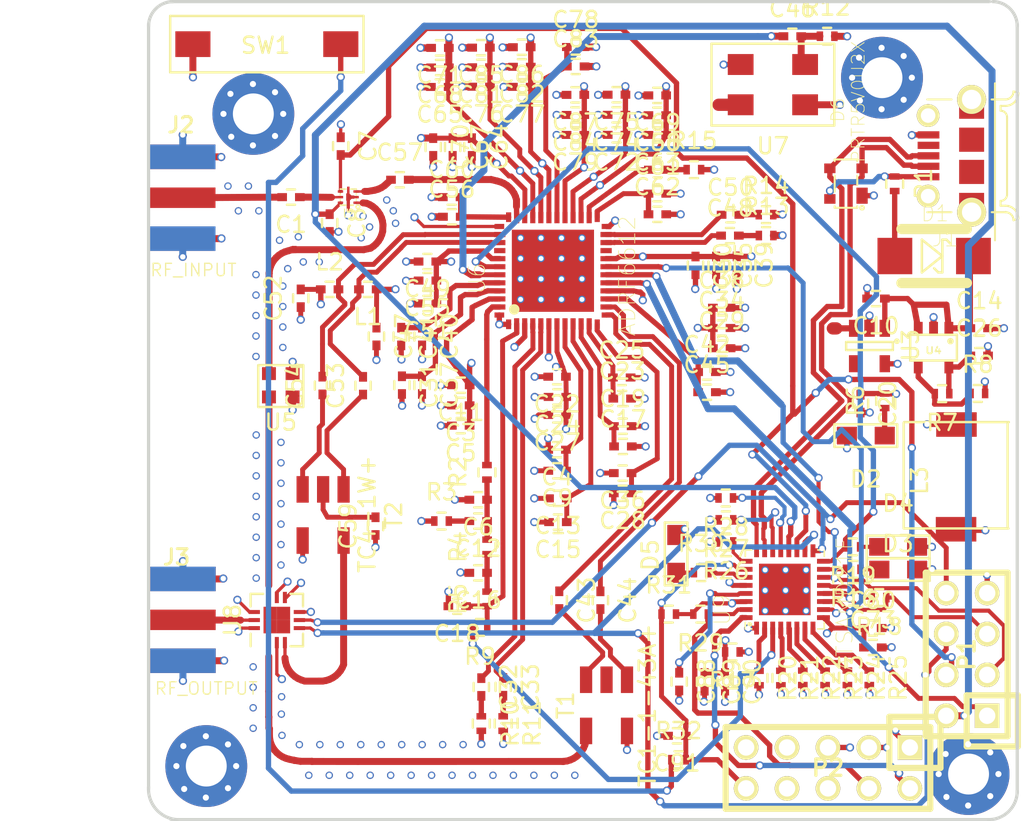
<source format=kicad_pcb>
(kicad_pcb (version 4) (host pcbnew 4.0.5)
  (layers (0 Front signal) (1 VCC power) (2 GND power) (31 Back signal) (35 F.Paste user) (37 F.SilkS user hide) (39 F.Mask user hide) (44 Edge.Cuts user))
  (net 0 "")
  (net 1 "Net-(C1-Pad1)")
  (net 2 "Net-(C1-Pad2)")
  (net 3 /VCC_3.7V)
  (net 4 Earth)
  (net 5 "Net-(C4-Pad1)")
  (net 6 "Net-(C12-Pad1)")
  (net 7 IN_SW_VCTL2)
  (net 8 IN_SW_VCTL1)
  (net 9 "Net-(C10-Pad1)")
  (net 10 "Net-(C12-Pad2)")
  (net 11 "Net-(C13-Pad1)")
  (net 12 "Net-(C16-Pad1)")
  (net 13 "Net-(C17-Pad1)")
  (net 14 "Net-(C18-Pad1)")
  (net 15 /VCC_3.3V)
  (net 16 "Net-(C23-Pad1)")
  (net 17 "Net-(C28-Pad1)")
  (net 18 "Net-(C31-Pad1)")
  (net 19 "Net-(C32-Pad2)")
  (net 20 "Net-(C33-Pad2)")
  (net 21 "Net-(C40-Pad1)")
  (net 22 "Net-(C42-Pad1)")
  (net 23 "Net-(C46-Pad1)")
  (net 24 TCXO_OUT)
  (net 25 "Net-(C56-Pad2)")
  (net 26 "Net-(C57-Pad2)")
  (net 27 /MCU_VDDIN)
  (net 28 /!RESET)
  (net 29 /V_EXT)
  (net 30 "Net-(D2-Pad2)")
  (net 31 "Net-(D3-Pad2)")
  (net 32 "Net-(D4-Pad2)")
  (net 33 "Net-(D5-Pad2)")
  (net 34 "Net-(J1-Pad4)")
  (net 35 "Net-(J3-PadP)")
  (net 36 ADRF_CSNOT)
  (net 37 ADRF_SCLK)
  (net 38 ADRF_SDIO)
  (net 39 OUT_SW_V1)
  (net 40 OUT_SW_V2)
  (net 41 SWDIO)
  (net 42 SWDCLK)
  (net 43 "Net-(P2-Pad6)")
  (net 44 "Net-(P2-Pad7)")
  (net 45 "Net-(P2-Pad8)")
  (net 46 "Net-(P2-Pad9)")
  (net 47 "Net-(R2-Pad2)")
  (net 48 "Net-(R7-Pad2)")
  (net 49 ADRF_VTUNE)
  (net 50 "Net-(R16-Pad2)")
  (net 51 "Net-(R18-Pad2)")
  (net 52 ADRF_MUXOUT)
  (net 53 "Net-(R20-Pad1)")
  (net 54 "Net-(R21-Pad1)")
  (net 55 "Net-(R22-Pad1)")
  (net 56 "Net-(R23-Pad1)")
  (net 57 "Net-(R24-Pad1)")
  (net 58 "Net-(R25-Pad1)")
  (net 59 "Net-(R26-Pad1)")
  (net 60 "Net-(R27-Pad1)")
  (net 61 "Net-(R28-Pad1)")
  (net 62 "Net-(R30-Pad2)")
  (net 63 "Net-(R32-Pad1)")
  (net 64 "Net-(T2-Pad6)")
  (net 65 USB_D+)
  (net 66 USB_D-)
  (net 67 "Net-(U2-Pad1)")
  (net 68 "Net-(U3-Pad3)")
  (net 69 "Net-(U3-Pad4)")
  (net 70 "Net-(U5-PadOUT)")
  (net 71 "Net-(U6-Pad21)")
  (net 72 "Net-(U6-Pad40)")
  (net 73 "Net-(U7-Pad1)")
  (net 74 /EXTVCOIN+)
  (net 75 /EXTVCOIN-)
  (net 76 /LOOUT+)
  (net 77 /LOOUT-)
  (net 78 /IFOUT2+)
  (net 79 /IFOUT2-)
  (net 80 /IFOUT1-)
  (net 81 /IFOUT1+)
  (net 82 /TC1IN+)
  (net 83 /TC1IN-)
  (net 84 /TC4IN+)
  (net 85 /TC4IN-)
  (net 86 "Net-(C48-Pad2)")
  (net 87 "Net-(C50-Pad2)")
  (net 88 "Net-(C57-Pad1)")
  (net 89 "Net-(C58-Pad1)")
  (net 90 "Net-(C58-Pad2)")
  (net 91 "Net-(C59-Pad2)")
  (net 92 "Net-(C61-Pad1)")
  (net 93 "Net-(C73-Pad1)")
  (net 94 "Net-(C78-Pad1)")
  (net 95 "Net-(C88-Pad1)")
  (net 96 "Net-(T1-Pad6)")
  (net 97 "Net-(D6-Pad4)")
  (module Footprints:Via_drill12mil_pad18mil (layer Front) (at 156.2989 78.7527)
    (fp_text reference REF** hide)
    (fp_text value Via_10mil hide)
    (pad 1 thru_hole circle (at -0.0508 1.3716) (size 0.4572 0.4572) (drill 0.3048) (layers *.Cu))
  )
  (module Footprints:Via_drill12mil_pad18mil (layer Front) (at 156.2989 77.4827)
    (fp_text reference REF** hide)
    (fp_text value Via_10mil hide)
    (pad 1 thru_hole circle (at -0.0508 1.3716) (size 0.4572 0.4572) (drill 0.3048) (layers *.Cu))
  )
  (module Footprints:Via_drill12mil_pad18mil (layer Front) (at 156.2989 76.2127)
    (fp_text reference REF** hide)
    (fp_text value Via_10mil hide)
    (pad 1 thru_hole circle (at -0.0508 1.3716) (size 0.4572 0.4572) (drill 0.3048) (layers *.Cu))
  )
  (module Footprints:Via_drill12mil_pad18mil (layer Front) (at 155.0289 78.7527)
    (fp_text reference REF** hide)
    (fp_text value Via_10mil hide)
    (pad 1 thru_hole circle (at -0.0508 1.3716) (size 0.4572 0.4572) (drill 0.3048) (layers *.Cu))
  )
  (module Footprints:Via_drill12mil_pad18mil (layer Front) (at 155.0289 77.4827)
    (fp_text reference REF** hide)
    (fp_text value Via_10mil hide)
    (pad 1 thru_hole circle (at -0.0508 1.3716) (size 0.4572 0.4572) (drill 0.3048) (layers *.Cu))
  )
  (module Footprints:Via_drill12mil_pad18mil (layer Front) (at 155.0289 76.2127)
    (fp_text reference REF** hide)
    (fp_text value Via_10mil hide)
    (pad 1 thru_hole circle (at -0.0508 1.3716) (size 0.4572 0.4572) (drill 0.3048) (layers *.Cu))
  )
  (module Footprints:Via_drill12mil_pad18mil (layer Front) (at 153.7589 78.7527)
    (fp_text reference REF** hide)
    (fp_text value Via_10mil hide)
    (pad 1 thru_hole circle (at -0.0508 1.3716) (size 0.4572 0.4572) (drill 0.3048) (layers *.Cu))
  )
  (module Footprints:Via_drill12mil_pad18mil (layer Front) (at 153.7589 77.4827)
    (fp_text reference REF** hide)
    (fp_text value Via_10mil hide)
    (pad 1 thru_hole circle (at -0.0508 1.3716) (size 0.4572 0.4572) (drill 0.3048) (layers *.Cu))
  )
  (module Footprints:Via_drill12mil_pad18mil (layer Front) (at 153.7589 76.2127)
    (fp_text reference REF** hide)
    (fp_text value Via_10mil hide)
    (pad 1 thru_hole circle (at -0.0508 1.3716) (size 0.4572 0.4572) (drill 0.3048) (layers *.Cu))
  )
  (module Footprints:Via_drill12mil_pad18mil (layer Front) (at 142.3924 59.4106)
    (fp_text reference REF** hide)
    (fp_text value Via_10mil hide)
    (pad 1 thru_hole circle (at -0.0508 1.3716) (size 0.4572 0.4572) (drill 0.3048) (layers *.Cu) (net 4 Earth))
  )
  (module Footprints:Via_drill12mil_pad18mil (layer Front) (at 142.3924 58.1406)
    (fp_text reference REF** hide)
    (fp_text value Via_10mil hide)
    (pad 1 thru_hole circle (at -0.0508 1.3716) (size 0.4572 0.4572) (drill 0.3048) (layers *.Cu) (net 4 Earth))
  )
  (module Footprints:Via_drill12mil_pad18mil (layer Front) (at 142.3924 56.8706)
    (fp_text reference REF** hide)
    (fp_text value Via_10mil hide)
    (pad 1 thru_hole circle (at -0.0508 1.3716) (size 0.4572 0.4572) (drill 0.3048) (layers *.Cu) (net 4 Earth))
  )
  (module Footprints:Via_drill12mil_pad18mil (layer Front) (at 142.3924 55.6006)
    (fp_text reference REF** hide)
    (fp_text value Via_10mil hide)
    (pad 1 thru_hole circle (at -0.0508 1.3716) (size 0.4572 0.4572) (drill 0.3048) (layers *.Cu) (net 4 Earth))
  )
  (module Footprints:Via_drill12mil_pad18mil (layer Front) (at 141.1224 59.4106)
    (fp_text reference REF** hide)
    (fp_text value Via_10mil hide)
    (pad 1 thru_hole circle (at -0.0508 1.3716) (size 0.4572 0.4572) (drill 0.3048) (layers *.Cu) (net 4 Earth))
  )
  (module Footprints:Via_drill12mil_pad18mil (layer Front) (at 141.1224 58.1406)
    (fp_text reference REF** hide)
    (fp_text value Via_10mil hide)
    (pad 1 thru_hole circle (at -0.0508 1.3716) (size 0.4572 0.4572) (drill 0.3048) (layers *.Cu) (net 4 Earth))
  )
  (module Footprints:Via_drill12mil_pad18mil (layer Front) (at 141.1224 56.8706)
    (fp_text reference REF** hide)
    (fp_text value Via_10mil hide)
    (pad 1 thru_hole circle (at -0.0508 1.3716) (size 0.4572 0.4572) (drill 0.3048) (layers *.Cu) (net 4 Earth))
  )
  (module Footprints:Via_drill12mil_pad18mil (layer Front) (at 141.1224 55.6006)
    (fp_text reference REF** hide)
    (fp_text value Via_10mil hide)
    (pad 1 thru_hole circle (at -0.0508 1.3716) (size 0.4572 0.4572) (drill 0.3048) (layers *.Cu) (net 4 Earth))
  )
  (module Footprints:Via_drill12mil_pad18mil (layer Front) (at 139.8524 59.4106)
    (fp_text reference REF** hide)
    (fp_text value Via_10mil hide)
    (pad 1 thru_hole circle (at -0.0508 1.3716) (size 0.4572 0.4572) (drill 0.3048) (layers *.Cu) (net 4 Earth))
  )
  (module Footprints:Via_drill12mil_pad18mil (layer Front) (at 139.8524 58.1406)
    (fp_text reference REF** hide)
    (fp_text value Via_10mil hide)
    (pad 1 thru_hole circle (at -0.0508 1.3716) (size 0.4572 0.4572) (drill 0.3048) (layers *.Cu) (net 4 Earth))
  )
  (module Footprints:Via_drill12mil_pad18mil (layer Front) (at 139.8524 56.8706)
    (fp_text reference REF** hide)
    (fp_text value Via_10mil hide)
    (pad 1 thru_hole circle (at -0.0508 1.3716) (size 0.4572 0.4572) (drill 0.3048) (layers *.Cu) (net 4 Earth))
  )
  (module Footprints:Via_drill12mil_pad18mil (layer Front) (at 139.8524 55.6006)
    (fp_text reference REF** hide)
    (fp_text value Via_10mil hide)
    (pad 1 thru_hole circle (at -0.0508 1.3716) (size 0.4572 0.4572) (drill 0.3048) (layers *.Cu) (net 4 Earth))
  )
  (module Footprints:Via_drill12mil_pad18mil (layer Front) (at 138.5824 59.4106)
    (fp_text reference REF** hide)
    (fp_text value Via_10mil hide)
    (pad 1 thru_hole circle (at -0.0508 1.3716) (size 0.4572 0.4572) (drill 0.3048) (layers *.Cu) (net 4 Earth))
  )
  (module Footprints:Via_drill12mil_pad18mil (layer Front) (at 138.5824 58.1406)
    (fp_text reference REF** hide)
    (fp_text value Via_10mil hide)
    (pad 1 thru_hole circle (at -0.0508 1.3716) (size 0.4572 0.4572) (drill 0.3048) (layers *.Cu) (net 4 Earth))
  )
  (module Footprints:Via_drill12mil_pad18mil (layer Front) (at 138.5824 56.8706)
    (fp_text reference REF** hide)
    (fp_text value Via_10mil hide)
    (pad 1 thru_hole circle (at -0.0508 1.3716) (size 0.4572 0.4572) (drill 0.3048) (layers *.Cu) (net 4 Earth))
  )
  (module Footprints:Via_drill12mil_pad18mil (layer Front) (at 138.5824 55.6006)
    (fp_text reference REF** hide)
    (fp_text value Via_10mil hide)
    (pad 1 thru_hole circle (at -0.0508 1.3716) (size 0.4572 0.4572) (drill 0.3048) (layers *.Cu) (net 4 Earth))
  )
  (module Footprints:Via_drill12mil_pad18mil (layer Front) (at 118.999 53.695599 90)
    (fp_text reference REF** hide)
    (fp_text value Via_10mil hide)
    (pad 1 thru_hole circle (at -0.0508 1.3716 90) (size 0.4572 0.4572) (drill 0.3048) (layers *.Cu) (net 4 Earth))
  )
  (module Footprints:Via_drill12mil_pad18mil (layer Front) (at 120.269 53.6956 90)
    (fp_text reference REF** hide)
    (fp_text value Via_10mil hide)
    (pad 1 thru_hole circle (at -0.0508 1.3716 90) (size 0.4572 0.4572) (drill 0.3048) (layers *.Cu) (net 4 Earth))
  )
  (module Footprints:Via_drill12mil_pad18mil (layer Front) (at 119.6467 55.232299 90)
    (fp_text reference REF** hide)
    (fp_text value Via_10mil hide)
    (pad 1 thru_hole circle (at -0.0508 1.3716 90) (size 0.4572 0.4572) (drill 0.3048) (layers *.Cu) (net 4 Earth))
  )
  (module Footprints:Via_drill12mil_pad18mil (layer Front) (at 120.9167 55.2323 90)
    (fp_text reference REF** hide)
    (fp_text value Via_10mil hide)
    (pad 1 thru_hole circle (at -0.0508 1.3716 90) (size 0.4572 0.4572) (drill 0.3048) (layers *.Cu) (net 4 Earth))
  )
  (module Footprints:Via_drill12mil_pad18mil (layer Front) (at 130.2766 53.2384)
    (fp_text reference REF** hide)
    (fp_text value Via_10mil hide)
    (pad 1 thru_hole circle (at -0.0508 1.3716) (size 0.4572 0.4572) (drill 0.3048) (layers *.Cu) (net 4 Earth))
  )
  (module Footprints:Via_drill12mil_pad18mil (layer Front) (at 130.8227 54.6862)
    (fp_text reference REF** hide)
    (fp_text value Via_10mil hide)
    (pad 1 thru_hole circle (at -0.0508 1.3716) (size 0.4572 0.4572) (drill 0.3048) (layers *.Cu) (net 4 Earth))
  )
  (module Footprints:Via_drill12mil_pad18mil (layer Front) (at 130.683 53.9115)
    (fp_text reference REF** hide)
    (fp_text value Via_10mil hide)
    (pad 1 thru_hole circle (at -0.0508 1.3716) (size 0.4572 0.4572) (drill 0.3048) (layers *.Cu) (net 4 Earth))
  )
  (module Footprints:Via_drill12mil_pad18mil (layer Front) (at 128.8034 54.2417)
    (fp_text reference REF** hide)
    (fp_text value Via_10mil hide)
    (pad 1 thru_hole circle (at -0.0508 1.3716) (size 0.4572 0.4572) (drill 0.3048) (layers *.Cu) (net 4 Earth))
  )
  (module Footprints:Via_drill12mil_pad18mil (layer Front) (at 129.2098 54.9148)
    (fp_text reference REF** hide)
    (fp_text value Via_10mil hide)
    (pad 1 thru_hole circle (at -0.0508 1.3716) (size 0.4572 0.4572) (drill 0.3048) (layers *.Cu) (net 4 Earth))
  )
  (module Footprints:Via_drill12mil_pad18mil (layer Front) (at 128.6891 55.5879)
    (fp_text reference REF** hide)
    (fp_text value Via_10mil hide)
    (pad 1 thru_hole circle (at -0.0508 1.3716) (size 0.4572 0.4572) (drill 0.3048) (layers *.Cu) (net 4 Earth))
  )
  (module Footprints:Via_drill12mil_pad18mil (layer Front) (at 126.0856 57.0865)
    (fp_text reference REF** hide)
    (fp_text value Via_10mil hide)
    (pad 1 thru_hole circle (at -0.0508 1.3716) (size 0.4572 0.4572) (drill 0.3048) (layers *.Cu) (net 4 Earth))
  )
  (module Footprints:Via_drill12mil_pad18mil (layer Front) (at 125.095 57.0865)
    (fp_text reference REF** hide)
    (fp_text value Via_10mil hide)
    (pad 1 thru_hole circle (at -0.0508 1.3716) (size 0.4572 0.4572) (drill 0.3048) (layers *.Cu) (net 4 Earth))
  )
  (module Footprints:Via_drill12mil_pad18mil (layer Front) (at 124.7902 55.5244)
    (fp_text reference REF** hide)
    (fp_text value Via_10mil hide)
    (pad 1 thru_hole circle (at -0.0508 1.3716) (size 0.4572 0.4572) (drill 0.3048) (layers *.Cu) (net 4 Earth))
  )
  (module Footprints:Via_drill12mil_pad18mil (layer Front) (at 123.6218 55.7403)
    (fp_text reference REF** hide)
    (fp_text value Via_10mil hide)
    (pad 1 thru_hole circle (at -0.0508 1.3716) (size 0.4572 0.4572) (drill 0.3048) (layers *.Cu) (net 4 Earth))
  )
  (module Footprints:Via_drill12mil_pad18mil (layer Front) (at 124.1298 57.5056)
    (fp_text reference REF** hide)
    (fp_text value Via_10mil hide)
    (pad 1 thru_hole circle (at -0.0508 1.3716) (size 0.4572 0.4572) (drill 0.3048) (layers *.Cu) (net 4 Earth))
  )
  (module Footprints:Via_drill12mil_pad18mil (layer Front) (at 123.825 62.3951)
    (fp_text reference REF** hide)
    (fp_text value Via_10mil hide)
    (pad 1 thru_hole circle (at -0.0508 1.3716) (size 0.4572 0.4572) (drill 0.3048) (layers *.Cu) (net 4 Earth))
  )
  (module Footprints:Via_drill12mil_pad18mil (layer Front) (at 123.825 61.1251)
    (fp_text reference REF** hide)
    (fp_text value Via_10mil hide)
    (pad 1 thru_hole circle (at -0.0508 1.3716) (size 0.4572 0.4572) (drill 0.3048) (layers *.Cu) (net 4 Earth))
  )
  (module Footprints:Via_drill12mil_pad18mil (layer Front) (at 123.825 59.8551)
    (fp_text reference REF** hide)
    (fp_text value Via_10mil hide)
    (pad 1 thru_hole circle (at -0.0508 1.3716) (size 0.4572 0.4572) (drill 0.3048) (layers *.Cu) (net 4 Earth))
  )
  (module Footprints:Via_drill12mil_pad18mil (layer Front) (at 123.825 58.5851)
    (fp_text reference REF** hide)
    (fp_text value Via_10mil hide)
    (pad 1 thru_hole circle (at -0.0508 1.3716) (size 0.4572 0.4572) (drill 0.3048) (layers *.Cu) (net 4 Earth))
  )
  (module Footprints:Via_drill12mil_pad18mil (layer Front) (at 122.1613 57.8739)
    (fp_text reference REF** hide)
    (fp_text value Via_10mil hide)
    (pad 1 thru_hole circle (at -0.0508 1.3716) (size 0.4572 0.4572) (drill 0.3048) (layers *.Cu) (net 4 Earth))
  )
  (module Footprints:Via_drill12mil_pad18mil (layer Front) (at 122.1613 59.1439)
    (fp_text reference REF** hide)
    (fp_text value Via_10mil hide)
    (pad 1 thru_hole circle (at -0.0508 1.3716) (size 0.4572 0.4572) (drill 0.3048) (layers *.Cu) (net 4 Earth))
  )
  (module Footprints:Via_drill12mil_pad18mil (layer Front) (at 122.1613 60.4139)
    (fp_text reference REF** hide)
    (fp_text value Via_10mil hide)
    (pad 1 thru_hole circle (at -0.0508 1.3716) (size 0.4572 0.4572) (drill 0.3048) (layers *.Cu) (net 4 Earth))
  )
  (module Footprints:Via_drill12mil_pad18mil (layer Front) (at 122.1613 61.6839)
    (fp_text reference REF** hide)
    (fp_text value Via_10mil hide)
    (pad 1 thru_hole circle (at -0.0508 1.3716) (size 0.4572 0.4572) (drill 0.3048) (layers *.Cu) (net 4 Earth))
  )
  (module Footprints:Via_drill12mil_pad18mil (layer Front) (at 122.1613 62.9539)
    (fp_text reference REF** hide)
    (fp_text value Via_10mil hide)
    (pad 1 thru_hole circle (at -0.0508 1.3716) (size 0.4572 0.4572) (drill 0.3048) (layers *.Cu) (net 4 Earth))
  )
  (module Footprints:Via_drill12mil_pad18mil (layer Front) (at 123.7107 69.5579)
    (fp_text reference REF** hide)
    (fp_text value Via_10mil hide)
    (pad 1 thru_hole circle (at -0.0508 1.3716) (size 0.4572 0.4572) (drill 0.3048) (layers *.Cu) (net 4 Earth))
  )
  (module Footprints:Via_drill12mil_pad18mil (layer Front) (at 123.7107 70.8279)
    (fp_text reference REF** hide)
    (fp_text value Via_10mil hide)
    (pad 1 thru_hole circle (at -0.0508 1.3716) (size 0.4572 0.4572) (drill 0.3048) (layers *.Cu) (net 4 Earth))
  )
  (module Footprints:Via_drill12mil_pad18mil (layer Front) (at 123.7107 72.0979)
    (fp_text reference REF** hide)
    (fp_text value Via_10mil hide)
    (pad 1 thru_hole circle (at -0.0508 1.3716) (size 0.4572 0.4572) (drill 0.3048) (layers *.Cu) (net 4 Earth))
  )
  (module Footprints:Via_drill12mil_pad18mil (layer Front) (at 123.7107 73.3679)
    (fp_text reference REF** hide)
    (fp_text value Via_10mil hide)
    (pad 1 thru_hole circle (at -0.0508 1.3716) (size 0.4572 0.4572) (drill 0.3048) (layers *.Cu) (net 4 Earth))
  )
  (module Footprints:Via_drill12mil_pad18mil (layer Front) (at 123.7107 74.6379)
    (fp_text reference REF** hide)
    (fp_text value Via_10mil hide)
    (pad 1 thru_hole circle (at -0.0508 1.3716) (size 0.4572 0.4572) (drill 0.3048) (layers *.Cu) (net 4 Earth))
  )
  (module Footprints:Via_drill12mil_pad18mil (layer Front) (at 123.7107 75.9079)
    (fp_text reference REF** hide)
    (fp_text value Via_10mil hide)
    (pad 1 thru_hole circle (at -0.0508 1.3716) (size 0.4572 0.4572) (drill 0.3048) (layers *.Cu) (net 4 Earth))
  )
  (module Footprints:Via_drill12mil_pad18mil (layer Front) (at 123.7107 68.2879)
    (fp_text reference REF** hide)
    (fp_text value Via_10mil hide)
    (pad 1 thru_hole circle (at -0.0508 1.3716) (size 0.4572 0.4572) (drill 0.3048) (layers *.Cu) (net 4 Earth))
  )
  (module Footprints:Via_drill12mil_pad18mil (layer Front) (at 122.174 67.8307)
    (fp_text reference REF** hide)
    (fp_text value Via_10mil hide)
    (pad 1 thru_hole circle (at -0.0508 1.3716) (size 0.4572 0.4572) (drill 0.3048) (layers *.Cu) (net 4 Earth))
  )
  (module Footprints:Via_drill12mil_pad18mil (layer Front) (at 122.174 69.1007)
    (fp_text reference REF** hide)
    (fp_text value Via_10mil hide)
    (pad 1 thru_hole circle (at -0.0508 1.3716) (size 0.4572 0.4572) (drill 0.3048) (layers *.Cu) (net 4 Earth))
  )
  (module Footprints:Via_drill12mil_pad18mil (layer Front) (at 122.174 70.3707)
    (fp_text reference REF** hide)
    (fp_text value Via_10mil hide)
    (pad 1 thru_hole circle (at -0.0508 1.3716) (size 0.4572 0.4572) (drill 0.3048) (layers *.Cu) (net 4 Earth))
  )
  (module Footprints:Via_drill12mil_pad18mil (layer Front) (at 122.174 71.6407)
    (fp_text reference REF** hide)
    (fp_text value Via_10mil hide)
    (pad 1 thru_hole circle (at -0.0508 1.3716) (size 0.4572 0.4572) (drill 0.3048) (layers *.Cu) (net 4 Earth))
  )
  (module Footprints:Via_drill12mil_pad18mil (layer Front) (at 122.174 72.9107)
    (fp_text reference REF** hide)
    (fp_text value Via_10mil hide)
    (pad 1 thru_hole circle (at -0.0508 1.3716) (size 0.4572 0.4572) (drill 0.3048) (layers *.Cu) (net 4 Earth))
  )
  (module Footprints:Via_drill12mil_pad18mil (layer Front) (at 122.174 74.1807)
    (fp_text reference REF** hide)
    (fp_text value Via_10mil hide)
    (pad 1 thru_hole circle (at -0.0508 1.3716) (size 0.4572 0.4572) (drill 0.3048) (layers *.Cu) (net 4 Earth))
  )
  (module Footprints:Via_drill12mil_pad18mil (layer Front) (at 122.174 75.4507)
    (fp_text reference REF** hide)
    (fp_text value Via_10mil hide)
    (pad 1 thru_hole circle (at -0.0508 1.3716) (size 0.4572 0.4572) (drill 0.3048) (layers *.Cu) (net 4 Earth))
  )
  (module Footprints:Via_drill12mil_pad18mil (layer Front) (at 122.174 76.7207)
    (fp_text reference REF** hide)
    (fp_text value Via_10mil hide)
    (pad 1 thru_hole circle (at -0.0508 1.3716) (size 0.4572 0.4572) (drill 0.3048) (layers *.Cu) (net 4 Earth))
  )
  (module Footprints:Via_drill12mil_pad18mil (layer Front) (at 121.9835 82.2325)
    (fp_text reference REF** hide)
    (fp_text value Via_10mil hide)
    (pad 1 thru_hole circle (at -0.0508 1.3716) (size 0.4572 0.4572) (drill 0.3048) (layers *.Cu) (net 4 Earth))
  )
  (module Footprints:Via_drill12mil_pad18mil (layer Front) (at 121.9835 83.5025)
    (fp_text reference REF** hide)
    (fp_text value Via_10mil hide)
    (pad 1 thru_hole circle (at -0.0508 1.3716) (size 0.4572 0.4572) (drill 0.3048) (layers *.Cu) (net 4 Earth))
  )
  (module Footprints:Via_drill12mil_pad18mil (layer Front) (at 121.9835 84.7725)
    (fp_text reference REF** hide)
    (fp_text value Via_10mil hide)
    (pad 1 thru_hole circle (at -0.0508 1.3716) (size 0.4572 0.4572) (drill 0.3048) (layers *.Cu) (net 4 Earth))
  )
  (module Footprints:Via_drill12mil_pad18mil (layer Front) (at 121.9835 86.0425)
    (fp_text reference REF** hide)
    (fp_text value Via_10mil hide)
    (pad 1 thru_hole circle (at -0.0508 1.3716) (size 0.4572 0.4572) (drill 0.3048) (layers *.Cu) (net 4 Earth))
  )
  (module Footprints:Via_drill12mil_pad18mil (layer Front) (at 123.7488 84.0867)
    (fp_text reference REF** hide)
    (fp_text value Via_10mil hide)
    (pad 1 thru_hole circle (at -0.0508 1.3716) (size 0.4572 0.4572) (drill 0.3048) (layers *.Cu) (net 4 Earth))
  )
  (module Footprints:Via_drill12mil_pad18mil (layer Front) (at 123.7361 85.1662)
    (fp_text reference REF** hide)
    (fp_text value Via_10mil hide)
    (pad 1 thru_hole circle (at -0.0508 1.3716) (size 0.4572 0.4572) (drill 0.3048) (layers *.Cu) (net 4 Earth))
  )
  (module Footprints:Via_drill12mil_pad18mil (layer Front) (at 123.7742 86.487)
    (fp_text reference REF** hide)
    (fp_text value Via_10mil hide)
    (pad 1 thru_hole circle (at -0.0508 1.3716) (size 0.4572 0.4572) (drill 0.3048) (layers *.Cu) (net 4 Earth))
  )
  (module Footprints:Via_drill12mil_pad18mil (layer Front) (at 132.4737 87.0585)
    (fp_text reference REF** hide)
    (fp_text value Via_10mil hide)
    (pad 1 thru_hole circle (at -0.0508 1.3716) (size 0.4572 0.4572) (drill 0.3048) (layers *.Cu) (net 4 Earth))
  )
  (module Footprints:Via_drill12mil_pad18mil (layer Front) (at 131.2037 87.0585)
    (fp_text reference REF** hide)
    (fp_text value Via_10mil hide)
    (pad 1 thru_hole circle (at -0.0508 1.3716) (size 0.4572 0.4572) (drill 0.3048) (layers *.Cu) (net 4 Earth))
  )
  (module Footprints:Via_drill12mil_pad18mil (layer Front) (at 129.9337 87.0585)
    (fp_text reference REF** hide)
    (fp_text value Via_10mil hide)
    (pad 1 thru_hole circle (at -0.0508 1.3716) (size 0.4572 0.4572) (drill 0.3048) (layers *.Cu) (net 4 Earth))
  )
  (module Footprints:Via_drill12mil_pad18mil (layer Front) (at 126.1237 87.0585)
    (fp_text reference REF** hide)
    (fp_text value Via_10mil hide)
    (pad 1 thru_hole circle (at -0.0508 1.3716) (size 0.4572 0.4572) (drill 0.3048) (layers *.Cu) (net 4 Earth))
  )
  (module Footprints:Via_drill12mil_pad18mil (layer Front) (at 124.8537 87.0585)
    (fp_text reference REF** hide)
    (fp_text value Via_10mil hide)
    (pad 1 thru_hole circle (at -0.0508 1.3716) (size 0.4572 0.4572) (drill 0.3048) (layers *.Cu) (net 4 Earth))
  )
  (module Footprints:Via_drill12mil_pad18mil (layer Front) (at 127.3937 87.0585)
    (fp_text reference REF** hide)
    (fp_text value Via_10mil hide)
    (pad 1 thru_hole circle (at -0.0508 1.3716) (size 0.4572 0.4572) (drill 0.3048) (layers *.Cu) (net 4 Earth))
  )
  (module Footprints:Via_drill12mil_pad18mil (layer Front) (at 133.7437 87.0585)
    (fp_text reference REF** hide)
    (fp_text value Via_10mil hide)
    (pad 1 thru_hole circle (at -0.0508 1.3716) (size 0.4572 0.4572) (drill 0.3048) (layers *.Cu) (net 4 Earth))
  )
  (module Footprints:Via_drill12mil_pad18mil (layer Front) (at 135.0137 87.0585)
    (fp_text reference REF** hide)
    (fp_text value Via_10mil hide)
    (pad 1 thru_hole circle (at -0.0508 1.3716) (size 0.4572 0.4572) (drill 0.3048) (layers *.Cu) (net 4 Earth))
  )
  (module Footprints:Via_drill12mil_pad18mil (layer Front) (at 128.6637 87.0585)
    (fp_text reference REF** hide)
    (fp_text value Via_10mil hide)
    (pad 1 thru_hole circle (at -0.0508 1.3716) (size 0.4572 0.4572) (drill 0.3048) (layers *.Cu) (net 4 Earth))
  )
  (module Footprints:Via_drill12mil_pad18mil (layer Front) (at 141.9479 88.9635)
    (fp_text reference REF** hide)
    (fp_text value Via_10mil hide)
    (pad 1 thru_hole circle (at -0.0508 1.3716) (size 0.4572 0.4572) (drill 0.3048) (layers *.Cu) (net 4 Earth))
  )
  (module Footprints:Via_drill12mil_pad18mil (layer Front) (at 140.6779 88.9635)
    (fp_text reference REF** hide)
    (fp_text value Via_10mil hide)
    (pad 1 thru_hole circle (at -0.0508 1.3716) (size 0.4572 0.4572) (drill 0.3048) (layers *.Cu) (net 4 Earth))
  )
  (module Footprints:Via_drill12mil_pad18mil (layer Front) (at 139.4079 88.9635)
    (fp_text reference REF** hide)
    (fp_text value Via_10mil hide)
    (pad 1 thru_hole circle (at -0.0508 1.3716) (size 0.4572 0.4572) (drill 0.3048) (layers *.Cu) (net 4 Earth))
  )
  (module Footprints:Via_drill12mil_pad18mil (layer Front) (at 138.1379 88.9635)
    (fp_text reference REF** hide)
    (fp_text value Via_10mil hide)
    (pad 1 thru_hole circle (at -0.0508 1.3716) (size 0.4572 0.4572) (drill 0.3048) (layers *.Cu) (net 4 Earth))
  )
  (module Footprints:Via_drill12mil_pad18mil (layer Front) (at 136.8679 88.9635)
    (fp_text reference REF** hide)
    (fp_text value Via_10mil hide)
    (pad 1 thru_hole circle (at -0.0508 1.3716) (size 0.4572 0.4572) (drill 0.3048) (layers *.Cu) (net 4 Earth))
  )
  (module Footprints:Via_drill12mil_pad18mil (layer Front) (at 135.5979 88.9635)
    (fp_text reference REF** hide)
    (fp_text value Via_10mil hide)
    (pad 1 thru_hole circle (at -0.0508 1.3716) (size 0.4572 0.4572) (drill 0.3048) (layers *.Cu) (net 4 Earth))
  )
  (module Footprints:Via_drill12mil_pad18mil (layer Front) (at 134.3279 88.9635)
    (fp_text reference REF** hide)
    (fp_text value Via_10mil hide)
    (pad 1 thru_hole circle (at -0.0508 1.3716) (size 0.4572 0.4572) (drill 0.3048) (layers *.Cu) (net 4 Earth))
  )
  (module Footprints:Via_drill12mil_pad18mil (layer Front) (at 133.0579 88.9635)
    (fp_text reference REF** hide)
    (fp_text value Via_10mil hide)
    (pad 1 thru_hole circle (at -0.0508 1.3716) (size 0.4572 0.4572) (drill 0.3048) (layers *.Cu) (net 4 Earth))
  )
  (module Footprints:Via_drill12mil_pad18mil (layer Front) (at 131.7879 88.9635)
    (fp_text reference REF** hide)
    (fp_text value Via_10mil hide)
    (pad 1 thru_hole circle (at -0.0508 1.3716) (size 0.4572 0.4572) (drill 0.3048) (layers *.Cu) (net 4 Earth))
  )
  (module Footprints:Via_drill12mil_pad18mil (layer Front) (at 130.5179 88.9635)
    (fp_text reference REF** hide)
    (fp_text value Via_10mil hide)
    (pad 1 thru_hole circle (at -0.0508 1.3716) (size 0.4572 0.4572) (drill 0.3048) (layers *.Cu) (net 4 Earth))
  )
  (module Footprints:Via_drill12mil_pad18mil (layer Front) (at 129.2479 88.9635)
    (fp_text reference REF** hide)
    (fp_text value Via_10mil hide)
    (pad 1 thru_hole circle (at -0.0508 1.3716) (size 0.4572 0.4572) (drill 0.3048) (layers *.Cu) (net 4 Earth))
  )
  (module Footprints:Via_drill12mil_pad18mil (layer Front) (at 127.9779 88.9635)
    (fp_text reference REF** hide)
    (fp_text value Via_10mil hide)
    (pad 1 thru_hole circle (at -0.0508 1.3716) (size 0.4572 0.4572) (drill 0.3048) (layers *.Cu) (net 4 Earth))
  )
  (module Footprints:Via_drill12mil_pad18mil (layer Front) (at 126.7079 88.9635)
    (fp_text reference REF** hide)
    (fp_text value Via_10mil hide)
    (pad 1 thru_hole circle (at -0.0508 1.3716) (size 0.4572 0.4572) (drill 0.3048) (layers *.Cu) (net 4 Earth))
  )
  (module Footprints:Via_drill12mil_pad18mil (layer Front) (at 125.4379 88.9635)
    (fp_text reference REF** hide)
    (fp_text value Via_10mil hide)
    (pad 1 thru_hole circle (at -0.0508 1.3716) (size 0.4572 0.4572) (drill 0.3048) (layers *.Cu) (net 4 Earth))
  )
  (module SRR0603-100ML (layer Front) (at 165.6588 72.0344 90)
    (fp_text reference L3 (at 0 -2.3622 90) (layer F.SilkS))
    (fp_text value 10uH hide)
    (pad 1 smd rect (at -3.0226 -0.1016 90) (size 1.524 2.5146) (layers Front F.Paste F.Mask) (net 27 /MCU_VDDIN))
    (pad 2 smd rect (at 3.4798 -0.0762 90) (size 1.524 2.5146) (layers Front F.Paste F.Mask) (net 15 /VCC_3.3V))
  )
  (module Resistors_SMD:R_0402 (layer Front) (at 148.336 89.3699)
    (fp_text reference R32 (at 0 -1.8) (layer F.SilkS))
    (fp_text value 330)
    (pad 1 smd rect (at -0.45 0) (size 0.4 0.6) (layers Front F.Paste F.Mask) (net 63 "Net-(R32-Pad1)"))
    (pad 2 smd rect (at 0.45 0) (size 0.4 0.6) (layers Front F.Paste F.Mask) (net 28 /!RESET))
  )
  (module Resistors_SMD:R_0402 (layer Front) (at 147.7264 80.3275)
    (fp_text reference R31 (at 0 -1.8) (layer F.SilkS))
    (fp_text value 10k)
    (pad 1 smd rect (at -0.45 0) (size 0.4 0.6) (layers Front F.Paste F.Mask) (net 28 /!RESET))
    (pad 2 smd rect (at 0.45 0) (size 0.4 0.6) (layers Front F.Paste F.Mask) (net 27 /MCU_VDDIN))
  )
  (module Resistors_SMD:R_0402 (layer Front) (at 149.7385 77.7494)
    (fp_text reference R30 (at 0 -1.8) (layer F.SilkS))
    (fp_text value 330)
    (pad 1 smd rect (at -0.45 0) (size 0.4 0.6) (layers Front F.Paste F.Mask) (net 33 "Net-(D5-Pad2)"))
    (pad 2 smd rect (at 0.45 0) (size 0.4 0.6) (layers Front F.Paste F.Mask) (net 62 "Net-(R30-Pad2)"))
  )
  (module Resistors_SMD:R_0402 (layer Front) (at 149.7004 80.3275 180)
    (fp_text reference R29 (at 0 -1.8 180) (layer F.SilkS))
    (fp_text value 1k)
    (pad 1 smd rect (at -0.45 0 180) (size 0.4 0.6) (layers Front F.Paste F.Mask) (net 42 SWDCLK))
    (pad 2 smd rect (at 0.45 0 180) (size 0.4 0.6) (layers Front F.Paste F.Mask) (net 27 /MCU_VDDIN))
  )
  (module Resistors_SMD:R_0402 (layer Front) (at 151.2642 73.1139 180)
    (fp_text reference R28 (at 0 -1.8 180) (layer F.SilkS))
    (fp_text value 0)
    (pad 1 smd rect (at -0.45 0 180) (size 0.4 0.6) (layers Front F.Paste F.Mask) (net 61 "Net-(R28-Pad1)"))
    (pad 2 smd rect (at 0.45 0 180) (size 0.4 0.6) (layers Front F.Paste F.Mask) (net 4 Earth))
  )
  (module Resistors_SMD:R_0402 (layer Front) (at 151.2769 74.4728 180)
    (fp_text reference R27 (at 0 -1.8 180) (layer F.SilkS))
    (fp_text value 0)
    (pad 1 smd rect (at -0.45 0 180) (size 0.4 0.6) (layers Front F.Paste F.Mask) (net 60 "Net-(R27-Pad1)"))
    (pad 2 smd rect (at 0.45 0 180) (size 0.4 0.6) (layers Front F.Paste F.Mask) (net 4 Earth))
  )
  (module Resistors_SMD:R_0402 (layer Front) (at 151.2769 75.8444 180)
    (fp_text reference R26 (at 0 -1.8 180) (layer F.SilkS))
    (fp_text value 0)
    (pad 1 smd rect (at -0.45 0 180) (size 0.4 0.6) (layers Front F.Paste F.Mask) (net 59 "Net-(R26-Pad1)"))
    (pad 2 smd rect (at 0.45 0 180) (size 0.4 0.6) (layers Front F.Paste F.Mask) (net 4 Earth))
  )
  (module Resistors_SMD:R_0402 (layer Front) (at 160.1724 84.2827 270)
    (fp_text reference R25 (at 0 -1.8 270) (layer F.SilkS))
    (fp_text value 0)
    (pad 1 smd rect (at -0.45 0 270) (size 0.4 0.6) (layers Front F.Paste F.Mask) (net 58 "Net-(R25-Pad1)"))
    (pad 2 smd rect (at 0.45 0 270) (size 0.4 0.6) (layers Front F.Paste F.Mask) (net 4 Earth))
  )
  (module Resistors_SMD:R_0402 (layer Front) (at 158.8135 84.2827 270)
    (fp_text reference R24 (at 0 -1.8 270) (layer F.SilkS))
    (fp_text value 0)
    (pad 1 smd rect (at -0.45 0 270) (size 0.4 0.6) (layers Front F.Paste F.Mask) (net 57 "Net-(R24-Pad1)"))
    (pad 2 smd rect (at 0.45 0 270) (size 0.4 0.6) (layers Front F.Paste F.Mask) (net 4 Earth))
  )
  (module Resistors_SMD:R_0402 (layer Front) (at 157.4292 84.2827 270)
    (fp_text reference R23 (at 0 -1.8 270) (layer F.SilkS))
    (fp_text value 0)
    (pad 1 smd rect (at -0.45 0 270) (size 0.4 0.6) (layers Front F.Paste F.Mask) (net 56 "Net-(R23-Pad1)"))
    (pad 2 smd rect (at 0.45 0 270) (size 0.4 0.6) (layers Front F.Paste F.Mask) (net 4 Earth))
  )
  (module Resistors_SMD:R_0402 (layer Front) (at 156.0449 84.2827 270)
    (fp_text reference R22 (at 0 -1.8 270) (layer F.SilkS))
    (fp_text value 0)
    (pad 1 smd rect (at -0.45 0 270) (size 0.4 0.6) (layers Front F.Paste F.Mask) (net 55 "Net-(R22-Pad1)"))
    (pad 2 smd rect (at 0.45 0 270) (size 0.4 0.6) (layers Front F.Paste F.Mask) (net 4 Earth))
  )
  (module Resistors_SMD:R_0402 (layer Front) (at 154.686 84.2954 270)
    (fp_text reference R21 (at 0 -1.8 270) (layer F.SilkS))
    (fp_text value 0)
    (pad 1 smd rect (at -0.45 0 270) (size 0.4 0.6) (layers Front F.Paste F.Mask) (net 54 "Net-(R21-Pad1)"))
    (pad 2 smd rect (at 0.45 0 270) (size 0.4 0.6) (layers Front F.Paste F.Mask) (net 4 Earth))
  )
  (module Resistors_SMD:R_0402 (layer Front) (at 153.3271 84.2954 270)
    (fp_text reference R20 (at 0 -1.8 270) (layer F.SilkS))
    (fp_text value 0)
    (pad 1 smd rect (at -0.45 0 270) (size 0.4 0.6) (layers Front F.Paste F.Mask) (net 53 "Net-(R20-Pad1)"))
    (pad 2 smd rect (at 0.45 0 270) (size 0.4 0.6) (layers Front F.Paste F.Mask) (net 4 Earth))
  )
  (module Resistors_SMD:R_0402 (layer Front) (at 159.1509 76.1492 180)
    (fp_text reference R19 (at 0 -1.8 180) (layer F.SilkS))
    (fp_text value 330)
    (pad 1 smd rect (at -0.45 0 180) (size 0.4 0.6) (layers Front F.Paste F.Mask) (net 32 "Net-(D4-Pad2)"))
    (pad 2 smd rect (at 0.45 0 180) (size 0.4 0.6) (layers Front F.Paste F.Mask) (net 52 ADRF_MUXOUT))
  )
  (module Resistors_SMD:R_0402 (layer Front) (at 160.782 79.2988 180)
    (fp_text reference R18 (at 0 -1.8 180) (layer F.SilkS))
    (fp_text value 10k)
    (pad 1 smd rect (at -0.45 0 180) (size 0.4 0.6) (layers Front F.Paste F.Mask) (net 38 ADRF_SDIO))
    (pad 2 smd rect (at 0.45 0 180) (size 0.4 0.6) (layers Front F.Paste F.Mask) (net 51 "Net-(R18-Pad2)"))
  )
  (module Resistors_SMD:R_0402 (layer Front) (at 151.6761 82.677 180)
    (fp_text reference R17 (at 0 -1.8 180) (layer F.SilkS))
    (fp_text value 0)
    (pad 1 smd rect (at -0.45 0 180) (size 0.4 0.6) (layers Front F.Paste F.Mask) (net 93 "Net-(C73-Pad1)"))
    (pad 2 smd rect (at 0.45 0 180) (size 0.4 0.6) (layers Front F.Paste F.Mask) (net 27 /MCU_VDDIN))
  )
  (module Resistors_SMD:R_0402 (layer Front) (at 159.1746 77.5462 180)
    (fp_text reference R16 (at 0 -1.8 180) (layer F.SilkS))
    (fp_text value 330)
    (pad 1 smd rect (at -0.45 0 180) (size 0.4 0.6) (layers Front F.Paste F.Mask) (net 31 "Net-(D3-Pad2)"))
    (pad 2 smd rect (at 0.45 0 180) (size 0.4 0.6) (layers Front F.Paste F.Mask) (net 50 "Net-(R16-Pad2)"))
  )
  (module Resistors_SMD:R_0402 (layer Front) (at 149.28638 52.72532)
    (fp_text reference R15 (at 0 -1.8) (layer F.SilkS))
    (fp_text value 50)
    (pad 1 smd rect (at -0.45 0) (size 0.4 0.6) (layers Front F.Paste F.Mask) (net 90 "Net-(C58-Pad2)"))
    (pad 2 smd rect (at 0.45 0) (size 0.4 0.6) (layers Front F.Paste F.Mask) (net 4 Earth))
  )
  (module Resistors_SMD:R_0402 (layer Front) (at 153.76186 55.51932)
    (fp_text reference R14 (at 0 -1.8) (layer F.SilkS))
    (fp_text value 50)
    (pad 1 smd rect (at -0.45 0) (size 0.4 0.6) (layers Front F.Paste F.Mask) (net 87 "Net-(C50-Pad2)"))
    (pad 2 smd rect (at 0.45 0) (size 0.4 0.6) (layers Front F.Paste F.Mask) (net 4 Earth))
  )
  (module Resistors_SMD:R_0402 (layer Front) (at 153.76906 56.81726)
    (fp_text reference R13 (at 0 -1.8) (layer F.SilkS))
    (fp_text value 50)
    (pad 1 smd rect (at -0.45 0) (size 0.4 0.6) (layers Front F.Paste F.Mask) (net 86 "Net-(C48-Pad2)"))
    (pad 2 smd rect (at 0.45 0) (size 0.4 0.6) (layers Front F.Paste F.Mask) (net 4 Earth))
  )
  (module Resistors_SMD:R_0402 (layer Front) (at 157.55662 44.44238)
    (fp_text reference R12 (at 0 -1.8) (layer F.SilkS))
    (fp_text value 50)
    (pad 1 smd rect (at -0.45 0) (size 0.4 0.6) (layers Front F.Paste F.Mask) (net 24 TCXO_OUT))
    (pad 2 smd rect (at 0.45 0) (size 0.4 0.6) (layers Front F.Paste F.Mask) (net 4 Earth))
  )
  (module Resistors_SMD:R_0402 (layer Front) (at 137.4521 87.122 270)
    (fp_text reference R11 (at 0 -1.8 270) (layer F.SilkS))
    (fp_text value 50)
    (pad 1 smd rect (at -0.45 0 270) (size 0.4 0.6) (layers Front F.Paste F.Mask) (net 20 "Net-(C33-Pad2)"))
    (pad 2 smd rect (at 0.45 0 270) (size 0.4 0.6) (layers Front F.Paste F.Mask) (net 4 Earth))
  )
  (module Resistors_SMD:R_0402 (layer Front) (at 136.0932 87.122 270)
    (fp_text reference R10 (at 0 -1.8 270) (layer F.SilkS))
    (fp_text value 50)
    (pad 1 smd rect (at -0.45 0 270) (size 0.4 0.6) (layers Front F.Paste F.Mask) (net 19 "Net-(C32-Pad2)"))
    (pad 2 smd rect (at 0.45 0 270) (size 0.4 0.6) (layers Front F.Paste F.Mask) (net 4 Earth))
  )
  (module Resistors_SMD:R_0402 (layer Front) (at 136.0115 81.153 180)
    (fp_text reference R9 (at 0 -1.8 180) (layer F.SilkS))
    (fp_text value 0)
    (pad 1 smd rect (at -0.45 0 180) (size 0.4 0.6) (layers Front F.Paste F.Mask) (net 14 "Net-(C18-Pad1)"))
    (pad 2 smd rect (at 0.45 0 180) (size 0.4 0.6) (layers Front F.Paste F.Mask) (net 49 ADRF_VTUNE))
  )
  (module Resistors_SMD:R_0402 (layer Front) (at 166.9106 66.6242)
    (fp_text reference R8 (at 0 -1.8) (layer F.SilkS))
    (fp_text value 2K)
    (pad 1 smd rect (at -0.45 0) (size 0.4 0.6) (layers Front F.Paste F.Mask) (net 48 "Net-(R7-Pad2)"))
    (pad 2 smd rect (at 0.45 0) (size 0.4 0.6) (layers Front F.Paste F.Mask) (net 4 Earth))
  )
  (module Resistors_SMD:R_0402 (layer Front) (at 164.6881 66.6369 180)
    (fp_text reference R7 (at 0 -1.8 180) (layer F.SilkS))
    (fp_text value 3.92K)
    (pad 1 smd rect (at -0.45 0 180) (size 0.4 0.6) (layers Front F.Paste F.Mask) (net 3 /VCC_3.7V))
    (pad 2 smd rect (at 0.45 0 180) (size 0.4 0.6) (layers Front F.Paste F.Mask) (net 48 "Net-(R7-Pad2)"))
  )
  (module Resistors_SMD:R_0402 (layer Front) (at 161.1249 67.0814 90)
    (fp_text reference R6 (at 0 -1.8 90) (layer F.SilkS))
    (fp_text value 330)
    (pad 1 smd rect (at -0.45 0 90) (size 0.4 0.6) (layers Front F.Paste F.Mask) (net 30 "Net-(D2-Pad2)"))
    (pad 2 smd rect (at 0.45 0 90) (size 0.4 0.6) (layers Front F.Paste F.Mask) (net 15 /VCC_3.3V))
  )
  (module Resistors_SMD:R_0402 (layer Front) (at 136.45388 79.3822 90)
    (fp_text reference R5 (at 0 -1.8 90) (layer F.SilkS))
    (fp_text value 20k)
    (pad 1 smd rect (at -0.45 0 90) (size 0.4 0.6) (layers Front F.Paste F.Mask) (net 14 "Net-(C18-Pad1)"))
    (pad 2 smd rect (at 0.45 0 90) (size 0.4 0.6) (layers Front F.Paste F.Mask) (net 12 "Net-(C16-Pad1)"))
  )
  (module Resistors_SMD:R_0402 (layer Front) (at 136.45388 76.15216 90)
    (fp_text reference R4 (at 0 -1.8 90) (layer F.SilkS))
    (fp_text value 1.8k)
    (pad 1 smd rect (at -0.45 0 90) (size 0.4 0.6) (layers Front F.Paste F.Mask) (net 12 "Net-(C16-Pad1)"))
    (pad 2 smd rect (at 0.45 0 90) (size 0.4 0.6) (layers Front F.Paste F.Mask) (net 6 "Net-(C12-Pad1)"))
  )
  (module Resistors_SMD:R_0402 (layer Front) (at 133.62728 74.549)
    (fp_text reference R3 (at 0 -1.8) (layer F.SilkS))
    (fp_text value 910)
    (pad 1 smd rect (at -0.45 0) (size 0.4 0.6) (layers Front F.Paste F.Mask) (net 4 Earth))
    (pad 2 smd rect (at 0.45 0) (size 0.4 0.6) (layers Front F.Paste F.Mask) (net 10 "Net-(C12-Pad2)"))
  )
  (module Resistors_SMD:R_0402 (layer Front) (at 136.44372 71.52344 90)
    (fp_text reference R2 (at 0 -1.8 90) (layer F.SilkS))
    (fp_text value 0)
    (pad 1 smd rect (at -0.45 0 90) (size 0.4 0.6) (layers Front F.Paste F.Mask) (net 6 "Net-(C12-Pad1)"))
    (pad 2 smd rect (at 0.45 0 90) (size 0.4 0.6) (layers Front F.Paste F.Mask) (net 47 "Net-(R2-Pad2)"))
  )
  (module Resistors_SMD:R_0402 (layer Front) (at 161.7472 53.6012 270)
    (fp_text reference R1 (at 0 -1.8 270) (layer F.SilkS))
    (fp_text value 0)
    (pad 1 smd rect (at -0.45 0 270) (size 0.4 0.6) (layers Front F.Paste F.Mask) (net 97 "Net-(D6-Pad4)"))
    (pad 2 smd rect (at 0.45 0 270) (size 0.4 0.6) (layers Front F.Paste F.Mask) (net 29 /V_EXT))
  )
  (module gsg-modules:SKY13351-378LF (layer Front) (at 127.8382 54.4322 180)
    (fp_text reference U2 (at 0 -1.016 180) (layer F.SilkS) (effects (font (size 0.50038 0.29972) (thickness 0.0762))))
    (fp_text value SKY13351 hide)
    (pad 1 smd rect (at -0.48514 -0.35052 180) (size 0.3302 0.1524) (layers Front F.Paste F.Mask) (net 67 "Net-(U2-Pad1)"))
    (pad 2 smd rect (at -0.32512 0 180) (size 0.65024 0.1524) (layers Front F.Paste F.Mask) (net 4 Earth))
    (pad 3 smd rect (at -0.48514 0.35052 180) (size 0.3302 0.1524) (layers Front F.Paste F.Mask) (net 88 "Net-(C57-Pad1)"))
    (pad 4 smd rect (at 0.48514 0.35052 180) (size 0.3302 0.1524) (layers Front F.Paste F.Mask) (net 7 IN_SW_VCTL2))
    (pad 5 smd rect (at 0.48514 0 180) (size 0.3302 0.1524) (layers Front F.Paste F.Mask) (net 1 "Net-(C1-Pad1)"))
    (pad 6 smd rect (at 0.48514 -0.35052 180) (size 0.3302 0.1524) (layers Front F.Paste F.Mask) (net 8 IN_SW_VCTL1))
    (pad 2 smd rect (at 0 0 180) (size 0.1524 1.30048) (layers Front F.Paste F.Mask) (net 4 Earth))
    (pad 2 smd oval (at 0.06604 0 180) (size 0.12954 0.50038) (layers Front F.Paste F.Mask) (net 4 Earth))
    (pad 2 smd oval (at -0.10922 -0.0889 135) (size 0.14986 0.39878) (layers Front F.Paste F.Mask) (net 4 Earth))
    (pad 2 smd oval (at -0.09906 0.0889 225) (size 0.14986 0.39878) (layers Front F.Paste F.Mask) (net 4 Earth))
  )
  (module Footprints:DO-214AA-SMB (layer Front) (at 164.1983 58.0898)
    (fp_text reference D1 (at 0.05 -2.65) (layer F.SilkS) (effects (font (size 1 0.9) (thickness 0.05))))
    (fp_text value D_Schottky_Small hide)
    (pad 2 smd rect (at -2.4384 0) (size 2.159 2.2606) (layers Front F.Paste F.Mask) (net 29 /V_EXT))
    (pad 1 smd rect (at 2.4384 0) (size 2.159 2.2606) (layers Front F.Paste F.Mask) (net 9 "Net-(C10-Pad1)"))
  )
  (module Footprints:LED_kingsbright (layer Front) (at 159.9565 69.2404)
    (fp_text reference D2 (at 0 2.7) (layer F.SilkS))
    (fp_text value Red)
    (pad 2 smd rect (at 1.175 0) (size 1.25 1.1) (layers Front F.Paste F.Mask) (net 30 "Net-(D2-Pad2)"))
    (pad 1 smd rect (at -1.175 0) (size 1.25 1.1) (layers Front F.Paste F.Mask) (net 4 Earth))
  )
  (module Footprints:LED_kingsbright (layer Front) (at 161.969201 77.5589 180)
    (fp_text reference D3 (at 0.0188 1.6002 180) (layer F.SilkS))
    (fp_text value Green)
    (pad 2 smd rect (at 1.175 0 180) (size 1.25 1.1) (layers Front F.Paste F.Mask) (net 31 "Net-(D3-Pad2)"))
    (pad 1 smd rect (at -1.175 0 180) (size 1.25 1.1) (layers Front F.Paste F.Mask) (net 4 Earth))
  )
  (module Footprints:LED_kingsbright (layer Front) (at 161.9631 76.1492 180)
    (fp_text reference D4 (at 0 2.7 180) (layer F.SilkS))
    (fp_text value Blue)
    (pad 2 smd rect (at 1.175 0 180) (size 1.25 1.1) (layers Front F.Paste F.Mask) (net 32 "Net-(D4-Pad2)"))
    (pad 1 smd rect (at -1.175 0 180) (size 1.25 1.1) (layers Front F.Paste F.Mask) (net 4 Earth))
  )
  (module Footprints:LED_kingsbright (layer Front) (at 148.1836 76.587599 270)
    (fp_text reference D5 (at 0.0762 1.6002 270) (layer F.SilkS))
    (fp_text value Red)
    (pad 2 smd rect (at 1.175 0 270) (size 1.25 1.1) (layers Front F.Paste F.Mask) (net 33 "Net-(D5-Pad2)"))
    (pad 1 smd rect (at -1.175 0 270) (size 1.25 1.1) (layers Front F.Paste F.Mask) (net 4 Earth))
  )
  (module adafruit:SMA_EDGELAUNCH (layer Front) (at 115.5319 54.4703)
    (fp_text reference J2 (at 2.8702 -5.08) (layer F.SilkS) (effects (font (size 0.9652 0.9652) (thickness 0.18288)) (justify right top)))
    (fp_text value RF_INPUT (at 5.4356 4.0386) (layer F.SilkS) (effects (font (size 0.77216 0.77216) (thickness 0.08128)) (justify right top)))
    (fp_text user "" (at 5.26542 3.73888) (layer F.SilkS) (effects (font (size 0.9652 0.9652) (thickness 0.18288))))
    (pad GND@ smd rect (at 2.032 -2.54 90) (size 1.524 4.064) (layers Front F.Paste F.Mask) (net 4 Earth))
    (pad GND@ smd rect (at 2.032 2.54 90) (size 1.524 4.064) (layers Front F.Paste F.Mask) (net 4 Earth))
    (pad P smd rect (at 2.032 0 90) (size 1.27 4.064) (layers Front F.Paste F.Mask) (net 2 "Net-(C1-Pad2)"))
    (pad GND@ smd rect (at 2.032 -2.54 90) (size 1.524 4.064) (layers Back) (net 4 Earth))
    (pad GND@ smd rect (at 2.032 2.54 90) (size 1.524 4.064) (layers Back) (net 4 Earth))
  )
  (module adafruit:SMA_EDGELAUNCH (layer Front) (at 115.5446 80.6831)
    (fp_text reference J3 (at 2.58064 -4.45516) (layer F.SilkS) (effects (font (size 0.9652 0.9652) (thickness 0.18288)) (justify right top)))
    (fp_text value RF_OUTPUT (at 6.731 3.81) (layer F.SilkS) (effects (font (size 0.77216 0.77216) (thickness 0.08128)) (justify right top)))
    (fp_text user "" (at 2.8829 5.40004) (layer F.SilkS) (effects (font (size 0.9652 0.9652) (thickness 0.18288))))
    (pad GND@ smd rect (at 2.032 -2.54 90) (size 1.524 4.064) (layers Front F.Paste F.Mask) (net 4 Earth))
    (pad GND@ smd rect (at 2.032 2.54 90) (size 1.524 4.064) (layers Front F.Paste F.Mask) (net 4 Earth))
    (pad P smd rect (at 2.032 0 90) (size 1.27 4.064) (layers Front F.Paste F.Mask) (net 35 "Net-(J3-PadP)"))
    (pad GND@ smd rect (at 2.032 -2.54 90) (size 1.524 4.064) (layers Back) (net 4 Earth))
    (pad GND@ smd rect (at 2.032 2.54 90) (size 1.524 4.064) (layers Back) (net 4 Earth))
  )
  (module gsg-modules:HEADER-2x4 (layer Front) (at 166.2176 82.8294 90)
    (fp_text reference P1 (at 0 0 90) (layer F.SilkS) (effects (font (size 1.016 1.016) (thickness 0.2032))))
    (fp_text value CONN_02X04 hide)
    (pad 1 thru_hole rect (at -3.81 1.27 90) (size 1.524 1.524) (drill 1.016) (layers *.Cu *.Mask F.SilkS) (net 36 ADRF_CSNOT))
    (pad 2 thru_hole circle (at -3.81 -1.27 90) (size 1.524 1.524) (drill 1.016) (layers *.Cu *.Mask F.SilkS) (net 8 IN_SW_VCTL1))
    (pad 3 thru_hole circle (at -1.27 1.27 90) (size 1.524 1.524) (drill 1.016) (layers *.Cu *.Mask F.SilkS) (net 37 ADRF_SCLK))
    (pad 4 thru_hole circle (at -1.27 -1.27 90) (size 1.524 1.524) (drill 1.016) (layers *.Cu *.Mask F.SilkS) (net 7 IN_SW_VCTL2))
    (pad 5 thru_hole circle (at 1.27 1.27 90) (size 1.524 1.524) (drill 1.016) (layers *.Cu *.Mask F.SilkS) (net 38 ADRF_SDIO))
    (pad 6 thru_hole circle (at 1.27 -1.27 90) (size 1.524 1.524) (drill 1.016) (layers *.Cu *.Mask F.SilkS) (net 39 OUT_SW_V1))
    (pad 7 thru_hole circle (at 3.81 1.27 90) (size 1.524 1.524) (drill 1.016) (layers *.Cu *.Mask F.SilkS) (net 4 Earth))
    (pad 8 thru_hole circle (at 3.81 -1.27 90) (size 1.524 1.524) (drill 1.016) (layers *.Cu *.Mask F.SilkS) (net 40 OUT_SW_V2))
  )
  (module gsg-modules:HEADER-2x5 (layer Front) (at 157.607 89.8779 180)
    (fp_text reference P2 (at 0 0 180) (layer F.SilkS) (effects (font (size 1.016 1.016) (thickness 0.2032))))
    (fp_text value CONN_SWD hide)
    (pad 1 thru_hole rect (at -5.08 1.27 180) (size 1.524 1.524) (drill 1.016) (layers *.Cu *.Mask F.SilkS) (net 27 /MCU_VDDIN))
    (pad 2 thru_hole circle (at -5.08 -1.27 180) (size 1.524 1.524) (drill 1.016) (layers *.Cu *.Mask F.SilkS) (net 41 SWDIO))
    (pad 3 thru_hole circle (at -2.54 1.27 180) (size 1.524 1.524) (drill 1.016) (layers *.Cu *.Mask F.SilkS) (net 4 Earth))
    (pad 4 thru_hole circle (at -2.54 -1.27 180) (size 1.524 1.524) (drill 1.016) (layers *.Cu *.Mask F.SilkS) (net 42 SWDCLK))
    (pad 5 thru_hole circle (at 0 1.27 180) (size 1.524 1.524) (drill 1.016) (layers *.Cu *.Mask F.SilkS) (net 4 Earth))
    (pad 6 thru_hole circle (at 0 -1.27 180) (size 1.524 1.524) (drill 1.016) (layers *.Cu *.Mask F.SilkS) (net 43 "Net-(P2-Pad6)"))
    (pad 7 thru_hole circle (at 2.54 1.27 180) (size 1.524 1.524) (drill 1.016) (layers *.Cu *.Mask F.SilkS) (net 44 "Net-(P2-Pad7)"))
    (pad 8 thru_hole circle (at 2.54 -1.27 180) (size 1.524 1.524) (drill 1.016) (layers *.Cu *.Mask F.SilkS) (net 45 "Net-(P2-Pad8)"))
    (pad 9 thru_hole circle (at 5.08 1.27 180) (size 1.524 1.524) (drill 1.016) (layers *.Cu *.Mask F.SilkS) (net 46 "Net-(P2-Pad9)"))
    (pad 10 thru_hole circle (at 5.08 -1.27 180) (size 1.524 1.524) (drill 1.016) (layers *.Cu *.Mask F.SilkS) (net 28 /!RESET))
  )
  (module Footprints:Tactile_SW (layer Front) (at 122.7836 44.9326)
    (fp_text reference SW1 (at -0.0762 0.0762) (layer F.SilkS))
    (fp_text value SW_PUSH_SMALL_H)
    (pad 2 smd rect (at -4.59 0) (size 2.18 1.6) (layers Front F.Paste F.Mask) (net 4 Earth))
    (pad 1 smd rect (at 4.59 0) (size 2.18 1.6) (layers Front F.Paste F.Mask) (net 63 "Net-(R32-Pad1)"))
  )
  (module Footprints:AT224-1A (layer Front) (at 126.2761 74.1705)
    (fp_text reference T2 (at 4.384381 0.024631 90) (layer F.SilkS))
    (fp_text value TC4-1W+ (at 2.733381 -0.051569 90) (layer F.SilkS))
    (pad 1 smd rect (at 1.27 -1.59) (size 0.76 1.65) (layers Front F.Paste F.Mask) (net 84 /TC4IN+))
    (pad 2 smd rect (at 0 -1.59) (size 0.76 1.65) (layers Front F.Paste F.Mask) (net 91 "Net-(C59-Pad2)"))
    (pad 3 smd rect (at -1.27 -1.59) (size 0.76 1.65) (layers Front F.Paste F.Mask) (net 85 /TC4IN-))
    (pad 4 smd rect (at -1.27 1.59) (size 0.76 1.65) (layers Front F.Paste F.Mask) (net 4 Earth))
    (pad 6 smd rect (at 1.27 1.59) (size 0.76 1.65) (layers Front F.Paste F.Mask) (net 64 "Net-(T2-Pad6)"))
  )
  (module TO_SOT_Packages_SMD:SOT-23-5 (layer Front) (at 160.1851 63.6778 270)
    (fp_text reference U3 (at -0.05 -2.55 270) (layer F.SilkS))
    (fp_text value MIC5504-3.3YM5-TR)
    (pad 1 smd rect (at -1.1 -0.95 270) (size 1.06 0.65) (layers Front F.Paste F.Mask) (net 9 "Net-(C10-Pad1)"))
    (pad 2 smd rect (at -1.1 0 270) (size 1.06 0.65) (layers Front F.Paste F.Mask) (net 4 Earth))
    (pad 3 smd rect (at -1.1 0.95 270) (size 1.06 0.65) (layers Front F.Paste F.Mask) (net 68 "Net-(U3-Pad3)"))
    (pad 4 smd rect (at 1.1 0.95 270) (size 1.06 0.65) (layers Front F.Paste F.Mask) (net 69 "Net-(U3-Pad4)"))
    (pad 5 smd rect (at 1.1 -0.95 270) (size 1.06 0.65) (layers Front F.Paste F.Mask) (net 15 /VCC_3.3V))
  )
  (module gsg-modules:SOT25 (layer Front) (at 164.1602 63.7794 180)
    (fp_text reference U4 (at 0 -0.18 180) (layer F.SilkS) (effects (font (size 0.4 0.5) (thickness 0.1))))
    (fp_text value AP7365-WG-7 hide)
    (pad 1 smd rect (at -0.95 1.2 180) (size 0.55 0.8) (layers Front F.Paste F.Mask) (net 9 "Net-(C10-Pad1)"))
    (pad 2 smd rect (at 0 1.2 180) (size 0.55 0.8) (layers Front F.Paste F.Mask) (net 4 Earth))
    (pad 3 smd rect (at 0.95 1.2 180) (size 0.55 0.8) (layers Front F.Paste F.Mask) (net 9 "Net-(C10-Pad1)"))
    (pad 4 smd rect (at 0.95 -1.2 180) (size 0.55 0.8) (layers Front F.Paste F.Mask) (net 48 "Net-(R7-Pad2)"))
    (pad 5 smd rect (at -0.95 -1.2 180) (size 0.55 0.8) (layers Front F.Paste F.Mask) (net 3 /VCC_3.7V))
  )
  (module Footprints:CP_0805 (layer Front) (at 123.6472 66.1162)
    (fp_text reference U5 (at 0 2.3) (layer F.SilkS))
    (fp_text value LP0805A0881AS)
    (pad GND smd rect (at 0.7325 0.725) (size 0.865 0.8) (layers Front F.Paste F.Mask) (net 4 Earth))
    (pad GND smd rect (at 0.7325 -0.725) (size 0.865 0.8) (layers Front F.Paste F.Mask) (net 4 Earth))
    (pad OUT smd rect (at -0.7325 0.725) (size 0.865 0.8) (layers Front F.Paste F.Mask) (net 70 "Net-(U5-PadOUT)"))
    (pad IN smd rect (at -0.7325 -0.725) (size 0.865 0.8) (layers Front F.Paste F.Mask) (net 67 "Net-(U2-Pad1)"))
  )
  (module ADRF6612_LFCSP48:LFCSP48 (layer Front) (at 140.5382 59.0042 90)
    (fp_text reference U6 (at -0.4826 -4.7117 90) (layer F.SilkS) (effects (font (thickness 0.05))))
    (fp_text value ADRF6612 (at -0.325 4.615 90) (layer F.SilkS) (effects (font (thickness 0.05))))
    (pad 1 smd rect (at -3.325 -2.75 90) (size 0.6 0.32) (layers Front F.Paste F.Mask) (net 4 Earth))
    (pad 2 smd rect (at -3.3 -2.25 90) (size 0.7 0.32) (layers Front F.Paste F.Mask) (net 14 "Net-(C18-Pad1)"))
    (pad 3 smd rect (at -3.3 -1.75 90) (size 0.7 0.32) (layers Front F.Paste F.Mask) (net 4 Earth))
    (pad 4 smd rect (at -3.3 -1.25 90) (size 0.7 0.32) (layers Front F.Paste F.Mask) (net 74 /EXTVCOIN+))
    (pad 5 smd rect (at -3.3 -0.75 90) (size 0.7 0.32) (layers Front F.Paste F.Mask) (net 75 /EXTVCOIN-))
    (pad 6 smd rect (at -3.3 -0.25 90) (size 0.7 0.32) (layers Front F.Paste F.Mask) (net 4 Earth))
    (pad 7 smd rect (at -3.3 0.25 90) (size 0.7 0.32) (layers Front F.Paste F.Mask) (net 3 /VCC_3.7V))
    (pad 8 smd rect (at -3.3 0.75 90) (size 0.7 0.32) (layers Front F.Paste F.Mask) (net 5 "Net-(C4-Pad1)"))
    (pad 9 smd rect (at -3.3 1.25 90) (size 0.7 0.32) (layers Front F.Paste F.Mask) (net 11 "Net-(C13-Pad1)"))
    (pad 10 smd rect (at -3.3 1.75 90) (size 0.7 0.32) (layers Front F.Paste F.Mask) (net 13 "Net-(C17-Pad1)"))
    (pad 11 smd rect (at -3.3 2.25 90) (size 0.7 0.32) (layers Front F.Paste F.Mask) (net 16 "Net-(C23-Pad1)"))
    (pad 12 smd rect (at -3.325 2.75 90) (size 0.6 0.32) (layers Front F.Paste F.Mask) (net 17 "Net-(C28-Pad1)"))
    (pad 13 smd rect (at -2.75 3.325 180) (size 0.6 0.32) (layers Front F.Paste F.Mask) (net 76 /LOOUT+))
    (pad 14 smd rect (at -2.25 3.3 180) (size 0.7 0.32) (layers Front F.Paste F.Mask) (net 77 /LOOUT-))
    (pad 15 smd rect (at -1.75 3.3 180) (size 0.7 0.32) (layers Front F.Paste F.Mask) (net 22 "Net-(C42-Pad1)"))
    (pad 16 smd rect (at -1.25 3.3 180) (size 0.7 0.32) (layers Front F.Paste F.Mask) (net 3 /VCC_3.7V))
    (pad 17 smd rect (at -0.75 3.3 180) (size 0.7 0.32) (layers Front F.Paste F.Mask) (net 38 ADRF_SDIO))
    (pad 18 smd rect (at -0.25 3.3 180) (size 0.7 0.32) (layers Front F.Paste F.Mask) (net 37 ADRF_SCLK))
    (pad 19 smd rect (at 0.25 3.3 180) (size 0.7 0.32) (layers Front F.Paste F.Mask) (net 36 ADRF_CSNOT))
    (pad 20 smd rect (at 0.75 3.3 180) (size 0.7 0.32) (layers Front F.Paste F.Mask) (net 3 /VCC_3.7V))
    (pad 21 smd rect (at 1.25 3.3 180) (size 0.7 0.32) (layers Front F.Paste F.Mask) (net 71 "Net-(U6-Pad21)"))
    (pad 22 smd rect (at 1.75 3.3 180) (size 0.7 0.32) (layers Front F.Paste F.Mask) (net 78 /IFOUT2+))
    (pad 23 smd rect (at 2.25 3.3 180) (size 0.7 0.32) (layers Front F.Paste F.Mask) (net 79 /IFOUT2-))
    (pad 24 smd rect (at 2.75 3.325 180) (size 0.6 0.32) (layers Front F.Paste F.Mask) (net 4 Earth))
    (pad 25 smd rect (at 3.325 2.75 270) (size 0.6 0.32) (layers Front F.Paste F.Mask) (net 92 "Net-(C61-Pad1)"))
    (pad 26 smd rect (at 3.3 2.25 270) (size 0.7 0.32) (layers Front F.Paste F.Mask) (net 89 "Net-(C58-Pad1)"))
    (pad 27 smd rect (at 3.3 1.75 270) (size 0.7 0.32) (layers Front F.Paste F.Mask) (net 3 /VCC_3.7V))
    (pad 28 smd rect (at 3.3 1.25 270) (size 0.7 0.32) (layers Front F.Paste F.Mask) (net 3 /VCC_3.7V))
    (pad 29 smd rect (at 3.3 0.75 270) (size 0.7 0.32) (layers Front F.Paste F.Mask) (net 3 /VCC_3.7V))
    (pad 30 smd rect (at 3.3 0.25 270) (size 0.7 0.32) (layers Front F.Paste F.Mask) (net 94 "Net-(C78-Pad1)"))
    (pad 31 smd rect (at 3.3 -0.25 270) (size 0.7 0.32) (layers Front F.Paste F.Mask) (net 3 /VCC_3.7V))
    (pad 32 smd rect (at 3.3 -0.75 270) (size 0.7 0.32) (layers Front F.Paste F.Mask) (net 3 /VCC_3.7V))
    (pad 33 smd rect (at 3.3 -1.25 270) (size 0.7 0.32) (layers Front F.Paste F.Mask) (net 3 /VCC_3.7V))
    (pad 34 smd rect (at 3.3 -1.75 270) (size 0.7 0.32) (layers Front F.Paste F.Mask) (net 3 /VCC_3.7V))
    (pad 35 smd rect (at 3.3 -2.25 270) (size 0.7 0.32) (layers Front F.Paste F.Mask) (net 26 "Net-(C57-Pad2)"))
    (pad 36 smd rect (at 3.325 -2.75 270) (size 0.6 0.32) (layers Front F.Paste F.Mask) (net 25 "Net-(C56-Pad2)"))
    (pad 37 smd rect (at 2.75 -3.325) (size 0.6 0.32) (layers Front F.Paste F.Mask) (net 4 Earth))
    (pad 38 smd rect (at 2.25 -3.3) (size 0.7 0.32) (layers Front F.Paste F.Mask) (net 80 /IFOUT1-))
    (pad 39 smd rect (at 1.75 -3.3) (size 0.7 0.32) (layers Front F.Paste F.Mask) (net 81 /IFOUT1+))
    (pad 40 smd rect (at 1.25 -3.3) (size 0.7 0.32) (layers Front F.Paste F.Mask) (net 72 "Net-(U6-Pad40)"))
    (pad 41 smd rect (at 0.75 -3.3) (size 0.7 0.32) (layers Front F.Paste F.Mask) (net 3 /VCC_3.7V))
    (pad 42 smd rect (at 0.25 -3.3) (size 0.7 0.32) (layers Front F.Paste F.Mask) (net 52 ADRF_MUXOUT))
    (pad 43 smd rect (at -0.25 -3.3) (size 0.7 0.32) (layers Front F.Paste F.Mask) (net 23 "Net-(C46-Pad1)"))
    (pad 44 smd rect (at -0.75 -3.3) (size 0.7 0.32) (layers Front F.Paste F.Mask) (net 21 "Net-(C40-Pad1)"))
    (pad 45 smd rect (at -1.25 -3.3) (size 0.7 0.32) (layers Front F.Paste F.Mask) (net 18 "Net-(C31-Pad1)"))
    (pad 46 smd rect (at -1.75 -3.3) (size 0.7 0.32) (layers Front F.Paste F.Mask) (net 3 /VCC_3.7V))
    (pad 47 smd rect (at -2.25 -3.3) (size 0.7 0.32) (layers Front F.Paste F.Mask) (net 47 "Net-(R2-Pad2)"))
    (pad 48 smd rect (at -2.75 -3.325) (size 0.6 0.32) (layers Front F.Paste F.Mask) (net 4 Earth))
    (pad EXP smd rect (at 0 0 90) (size 5.1 5.1) (layers Front F.Paste F.Mask) (net 4 Earth))
  )
  (module Footprints:FOX924 (layer Front) (at 154.18968 47.44688)
    (fp_text reference U7 (at 0 3.81) (layer F.SilkS))
    (fp_text value FOX924B-16.000)
    (pad 2 smd rect (at 2 1.25) (size 1.6 1.3) (layers Front F.Paste F.Mask) (net 4 Earth))
    (pad 1 smd rect (at -2 1.25) (size 1.6 1.3) (layers Front F.Paste F.Mask) (net 73 "Net-(U7-Pad1)"))
    (pad 3 smd rect (at 2 -1.25) (size 1.6 1.3) (layers Front F.Paste F.Mask) (net 24 TCXO_OUT))
    (pad 4 smd rect (at -2 -1.25) (size 1.6 1.3) (layers Front F.Paste F.Mask) (net 15 /VCC_3.3V))
  )
  (module Housings_DFN_QFN:QFN-12-1EP_3x3mm_Pitch0.5mm (layer Front) (at 123.40336 80.6958 90)
    (fp_text reference U8 (at 0 -2.75 90) (layer F.SilkS))
    (fp_text value SKY13373)
    (pad 1 smd rect (at -1.4 -0.5 90) (size 0.7 0.25) (layers Front F.Paste F.Mask) (net 96 "Net-(T1-Pad6)"))
    (pad 2 smd rect (at -1.4 0 90) (size 0.7 0.25) (layers Front F.Paste F.Mask) (net 4 Earth))
    (pad 3 smd rect (at -1.4 0.5 90) (size 0.7 0.25) (layers Front F.Paste F.Mask) (net 64 "Net-(T2-Pad6)"))
    (pad 4 smd rect (at -0.5 1.4 180) (size 0.7 0.25) (layers Front F.Paste F.Mask) (net 39 OUT_SW_V1))
    (pad 5 smd rect (at 0 1.4 180) (size 0.7 0.25) (layers Front F.Paste F.Mask) (net 40 OUT_SW_V2))
    (pad 6 smd rect (at 0.5 1.4 180) (size 0.7 0.25) (layers Front F.Paste F.Mask) (net 15 /VCC_3.3V))
    (pad 7 smd rect (at 1.4 0.5 90) (size 0.7 0.25) (layers Front F.Paste F.Mask) (net 4 Earth))
    (pad 8 smd rect (at 1.4 0 90) (size 0.7 0.25) (layers Front F.Paste F.Mask) (net 4 Earth))
    (pad 9 smd rect (at 1.4 -0.5 90) (size 0.7 0.25) (layers Front F.Paste F.Mask) (net 70 "Net-(U5-PadOUT)"))
    (pad 10 smd rect (at 0.5 -1.4 180) (size 0.7 0.25) (layers Front F.Paste F.Mask) (net 4 Earth))
    (pad 11 smd rect (at 0 -1.4 180) (size 0.7 0.25) (layers Front F.Paste F.Mask) (net 35 "Net-(J3-PadP)"))
    (pad 12 smd rect (at -0.5 -1.4 180) (size 0.7 0.25) (layers Front F.Paste F.Mask) (net 4 Earth))
    (pad 13 smd rect (at 0.4125 0.4125 90) (size 0.825 0.825) (layers Front F.Paste F.Mask))
    (pad 13 smd rect (at 0.4125 -0.4125 90) (size 0.825 0.825) (layers Front F.Paste F.Mask))
    (pad 13 smd rect (at -0.4125 0.4125 90) (size 0.825 0.825) (layers Front F.Paste F.Mask))
    (pad 13 smd rect (at -0.4125 -0.4125 90) (size 0.825 0.825) (layers Front F.Paste F.Mask))
  )
  (module QFN32:QFN32 (layer Front) (at 154.9276 78.7948 90)
    (fp_text reference U9 (at -1.26 -3.885 90) (layer F.SilkS) (effects (font (thickness 0.05))))
    (fp_text value ATSAMD21E (at -0.875 3.715 90) (layer F.SilkS) (effects (font (thickness 0.05))))
    (pad EXP smd rect (at 0 0 90) (size 3.2 3.2) (layers Front F.Paste F.Mask) (net 4 Earth))
    (pad 1 smd rect (at -2.4 -1.75 90) (size 0.8 0.3) (layers Front F.Paste F.Mask) (net 24 TCXO_OUT))
    (pad 2 smd rect (at -2.4 -1.25 90) (size 0.8 0.3) (layers Front F.Paste F.Mask) (net 53 "Net-(R20-Pad1)"))
    (pad 3 smd rect (at -2.4 -0.75 90) (size 0.8 0.3) (layers Front F.Paste F.Mask) (net 49 ADRF_VTUNE))
    (pad 4 smd rect (at -2.4 -0.25 90) (size 0.8 0.3) (layers Front F.Paste F.Mask) (net 54 "Net-(R21-Pad1)"))
    (pad 5 smd rect (at -2.4 0.25 90) (size 0.8 0.3) (layers Front F.Paste F.Mask) (net 55 "Net-(R22-Pad1)"))
    (pad 6 smd rect (at -2.4 0.75 90) (size 0.8 0.3) (layers Front F.Paste F.Mask) (net 56 "Net-(R23-Pad1)"))
    (pad 7 smd rect (at -2.4 1.25 90) (size 0.8 0.3) (layers Front F.Paste F.Mask) (net 57 "Net-(R24-Pad1)"))
    (pad 8 smd rect (at -2.4 1.75 90) (size 0.8 0.3) (layers Front F.Paste F.Mask) (net 58 "Net-(R25-Pad1)"))
    (pad 9 smd rect (at -1.75 2.4 180) (size 0.8 0.3) (layers Front F.Paste F.Mask) (net 93 "Net-(C73-Pad1)"))
    (pad 10 smd rect (at -1.25 2.4 180) (size 0.8 0.3) (layers Front F.Paste F.Mask) (net 4 Earth))
    (pad 11 smd rect (at -0.75 2.4 180) (size 0.8 0.3) (layers Front F.Paste F.Mask) (net 36 ADRF_CSNOT))
    (pad 12 smd rect (at -0.25 2.4 180) (size 0.8 0.3) (layers Front F.Paste F.Mask) (net 38 ADRF_SDIO))
    (pad 13 smd rect (at 0.25 2.4 180) (size 0.8 0.3) (layers Front F.Paste F.Mask) (net 51 "Net-(R18-Pad2)"))
    (pad 14 smd rect (at 0.75 2.4 180) (size 0.8 0.3) (layers Front F.Paste F.Mask) (net 37 ADRF_SCLK))
    (pad 15 smd rect (at 1.25 2.4 180) (size 0.8 0.3) (layers Front F.Paste F.Mask) (net 50 "Net-(R16-Pad2)"))
    (pad 16 smd rect (at 1.75 2.4 180) (size 0.8 0.3) (layers Front F.Paste F.Mask) (net 52 ADRF_MUXOUT))
    (pad 17 smd rect (at 2.4 1.75 90) (size 0.8 0.3) (layers Front F.Paste F.Mask) (net 40 OUT_SW_V2))
    (pad 18 smd rect (at 2.4 1.25 90) (size 0.8 0.3) (layers Front F.Paste F.Mask) (net 39 OUT_SW_V1))
    (pad 19 smd rect (at 2.4 0.75 90) (size 0.8 0.3) (layers Front F.Paste F.Mask) (net 7 IN_SW_VCTL2))
    (pad 20 smd rect (at 2.4 0.25 90) (size 0.8 0.3) (layers Front F.Paste F.Mask) (net 8 IN_SW_VCTL1))
    (pad 21 smd rect (at 2.4 -0.25 90) (size 0.8 0.3) (layers Front F.Paste F.Mask) (net 61 "Net-(R28-Pad1)"))
    (pad 22 smd rect (at 2.4 -0.75 90) (size 0.8 0.3) (layers Front F.Paste F.Mask) (net 60 "Net-(R27-Pad1)"))
    (pad 23 smd rect (at 2.4 -1.25 90) (size 0.8 0.3) (layers Front F.Paste F.Mask) (net 66 USB_D-))
    (pad 24 smd rect (at 2.4 -1.75 90) (size 0.8 0.3) (layers Front F.Paste F.Mask) (net 65 USB_D+))
    (pad 25 smd rect (at 1.75 -2.4 180) (size 0.8 0.3) (layers Front F.Paste F.Mask) (net 59 "Net-(R26-Pad1)"))
    (pad 26 smd rect (at 1.25 -2.4 180) (size 0.8 0.3) (layers Front F.Paste F.Mask) (net 28 /!RESET))
    (pad 27 smd rect (at 0.75 -2.4 180) (size 0.8 0.3) (layers Front F.Paste F.Mask) (net 62 "Net-(R30-Pad2)"))
    (pad 28 smd rect (at 0.25 -2.4 180) (size 0.8 0.3) (layers Front F.Paste F.Mask) (net 4 Earth))
    (pad 29 smd rect (at -0.25 -2.4 180) (size 0.8 0.3) (layers Front F.Paste F.Mask) (net 95 "Net-(C88-Pad1)"))
    (pad 30 smd rect (at -0.75 -2.4 180) (size 0.8 0.3) (layers Front F.Paste F.Mask) (net 27 /MCU_VDDIN))
    (pad 31 smd rect (at -1.25 -2.4 180) (size 0.8 0.3) (layers Front F.Paste F.Mask) (net 42 SWDCLK))
    (pad 32 smd rect (at -1.75 -2.4 180) (size 0.8 0.3) (layers Front F.Paste F.Mask) (net 41 SWDIO))
  )
  (module Capacitors_SMD:C_0402 (layer Front) (at 124.2822 54.4322 180)
    (fp_text reference C1 (at 0 -1.7 180) (layer F.SilkS))
    (fp_text value 100pF hide)
    (pad 1 smd rect (at -0.55 0 180) (size 0.6 0.5) (layers Front F.Paste F.Mask) (net 1 "Net-(C1-Pad1)"))
    (pad 2 smd rect (at 0.55 0 180) (size 0.6 0.5) (layers Front F.Paste F.Mask) (net 2 "Net-(C1-Pad2)"))
  )
  (module Capacitors_SMD:C_0402 (layer Front) (at 134.81827 67.365584 180)
    (fp_text reference C3 (at 0 -1.7 180) (layer F.SilkS))
    (fp_text value 10uF hide)
    (pad 1 smd rect (at -0.55 0 180) (size 0.6 0.5) (layers Front F.Paste F.Mask) (net 3 /VCC_3.7V))
    (pad 2 smd rect (at 0.55 0 180) (size 0.6 0.5) (layers Front F.Paste F.Mask) (net 4 Earth))
  )
  (module Capacitors_SMD:C_0402 (layer Front) (at 140.7961 70.1167 180)
    (fp_text reference C4 (at 0 -1.7 180) (layer F.SilkS))
    (fp_text value 10uF hide)
    (pad 1 smd rect (at -0.55 0 180) (size 0.6 0.5) (layers Front F.Paste F.Mask) (net 5 "Net-(C4-Pad1)"))
    (pad 2 smd rect (at 0.55 0 180) (size 0.6 0.5) (layers Front F.Paste F.Mask) (net 4 Earth))
  )
  (module Capacitors_SMD:C_0402 (layer Front) (at 134.81437 68.622884 180)
    (fp_text reference C5 (at 0 -1.7 180) (layer F.SilkS))
    (fp_text value 0.1uF hide)
    (pad 1 smd rect (at -0.55 0 180) (size 0.6 0.5) (layers Front F.Paste F.Mask) (net 3 /VCC_3.7V))
    (pad 2 smd rect (at 0.55 0 180) (size 0.6 0.5) (layers Front F.Paste F.Mask) (net 4 Earth))
  )
  (module Capacitors_SMD:C_0402 (layer Front) (at 135.90152 73.22312 180)
    (fp_text reference C6 (at 0 -1.7 180) (layer F.SilkS))
    (fp_text value 1500pF hide)
    (pad 1 smd rect (at -0.55 0 180) (size 0.6 0.5) (layers Front F.Paste F.Mask) (net 6 "Net-(C12-Pad1)"))
    (pad 2 smd rect (at 0.55 0 180) (size 0.6 0.5) (layers Front F.Paste F.Mask) (net 4 Earth))
  )
  (module Capacitors_SMD:C_0402 (layer Front) (at 127.3683 51.266 270)
    (fp_text reference C7 (at 0 -1.7 270) (layer F.SilkS))
    (fp_text value 33pF hide)
    (pad 1 smd rect (at -0.55 0 270) (size 0.6 0.5) (layers Front F.Paste F.Mask) (net 4 Earth))
    (pad 2 smd rect (at 0.55 0 270) (size 0.6 0.5) (layers Front F.Paste F.Mask) (net 7 IN_SW_VCTL2))
  )
  (module Capacitors_SMD:C_0402 (layer Front) (at 126.6825 56.0412 270)
    (fp_text reference C8 (at 0 -1.7 270) (layer F.SilkS))
    (fp_text value 33pF hide)
    (pad 1 smd rect (at -0.55 0 270) (size 0.6 0.5) (layers Front F.Paste F.Mask) (net 8 IN_SW_VCTL1))
    (pad 2 smd rect (at 0.55 0 270) (size 0.6 0.5) (layers Front F.Paste F.Mask) (net 4 Earth))
  )
  (module Capacitors_SMD:C_0402 (layer Front) (at 140.801 71.4248 180)
    (fp_text reference C9 (at 0 -1.7 180) (layer F.SilkS))
    (fp_text value 100pF hide)
    (pad 1 smd rect (at -0.55 0 180) (size 0.6 0.5) (layers Front F.Paste F.Mask) (net 5 "Net-(C4-Pad1)"))
    (pad 2 smd rect (at 0.55 0 180) (size 0.6 0.5) (layers Front F.Paste F.Mask) (net 4 Earth))
  )
  (module Capacitors_SMD:C_0402 (layer Front) (at 160.5876 60.7314 180)
    (fp_text reference C10 (at 0 -1.7 180) (layer F.SilkS))
    (fp_text value 1uF hide)
    (pad 1 smd rect (at -0.55 0 180) (size 0.6 0.5) (layers Front F.Paste F.Mask) (net 9 "Net-(C10-Pad1)"))
    (pad 2 smd rect (at 0.55 0 180) (size 0.6 0.5) (layers Front F.Paste F.Mask) (net 4 Earth))
  )
  (module Capacitors_SMD:C_0402 (layer Front) (at 134.822303 66.112232 180)
    (fp_text reference C11 (at 0 -1.7 180) (layer F.SilkS))
    (fp_text value 10pF hide)
    (pad 1 smd rect (at -0.55 0 180) (size 0.6 0.5) (layers Front F.Paste F.Mask) (net 3 /VCC_3.7V))
    (pad 2 smd rect (at 0.55 0 180) (size 0.6 0.5) (layers Front F.Paste F.Mask) (net 4 Earth))
  )
  (module Capacitors_SMD:C_0402 (layer Front) (at 135.90152 74.549 180)
    (fp_text reference C12 (at 0 -1.7 180) (layer F.SilkS))
    (fp_text value 0.033uF hide)
    (pad 1 smd rect (at -0.55 0 180) (size 0.6 0.5) (layers Front F.Paste F.Mask) (net 6 "Net-(C12-Pad1)"))
    (pad 2 smd rect (at 0.55 0 180) (size 0.6 0.5) (layers Front F.Paste F.Mask) (net 10 "Net-(C12-Pad2)"))
  )
  (module Capacitors_SMD:C_0402 (layer Front) (at 140.8469 73.1393 180)
    (fp_text reference C13 (at 0 -1.7 180) (layer F.SilkS))
    (fp_text value 10uF hide)
    (pad 1 smd rect (at -0.55 0 180) (size 0.6 0.5) (layers Front F.Paste F.Mask) (net 11 "Net-(C13-Pad1)"))
    (pad 2 smd rect (at 0.55 0 180) (size 0.6 0.5) (layers Front F.Paste F.Mask) (net 4 Earth))
  )
  (module Capacitors_SMD:C_0402 (layer Front) (at 166.9923 62.5729)
    (fp_text reference C14 (at 0 -1.7) (layer F.SilkS))
    (fp_text value 1uF hide)
    (pad 1 smd rect (at -0.55 0) (size 0.6 0.5) (layers Front F.Paste F.Mask) (net 9 "Net-(C10-Pad1)"))
    (pad 2 smd rect (at 0.55 0) (size 0.6 0.5) (layers Front F.Paste F.Mask) (net 4 Earth))
  )
  (module Capacitors_SMD:C_0402 (layer Front) (at 140.8469 74.6125 180)
    (fp_text reference C15 (at 0 -1.7 180) (layer F.SilkS))
    (fp_text value 100pF hide)
    (pad 1 smd rect (at -0.55 0 180) (size 0.6 0.5) (layers Front F.Paste F.Mask) (net 11 "Net-(C13-Pad1)"))
    (pad 2 smd rect (at 0.55 0 180) (size 0.6 0.5) (layers Front F.Paste F.Mask) (net 4 Earth))
  )
  (module Capacitors_SMD:C_0402 (layer Front) (at 135.90016 77.76464 180)
    (fp_text reference C16 (at 0 -1.7 180) (layer F.SilkS))
    (fp_text value 560pF hide)
    (pad 1 smd rect (at -0.55 0 180) (size 0.6 0.5) (layers Front F.Paste F.Mask) (net 12 "Net-(C16-Pad1)"))
    (pad 2 smd rect (at 0.55 0 180) (size 0.6 0.5) (layers Front F.Paste F.Mask) (net 4 Earth))
  )
  (module Capacitors_SMD:C_0402 (layer Front) (at 144.8816 69.9135)
    (fp_text reference C17 (at 0 -1.7) (layer F.SilkS))
    (fp_text value 10uF hide)
    (pad 1 smd rect (at -0.55 0) (size 0.6 0.5) (layers Front F.Paste F.Mask) (net 13 "Net-(C17-Pad1)"))
    (pad 2 smd rect (at 0.55 0) (size 0.6 0.5) (layers Front F.Paste F.Mask) (net 4 Earth))
  )
  (module Capacitors_SMD:C_0402 (layer Front) (at 134.59832 79.83728 180)
    (fp_text reference C18 (at 0 -1.7 180) (layer F.SilkS))
    (fp_text value 39pF hide)
    (pad 1 smd rect (at -0.55 0 180) (size 0.6 0.5) (layers Front F.Paste F.Mask) (net 14 "Net-(C18-Pad1)"))
    (pad 2 smd rect (at 0.55 0 180) (size 0.6 0.5) (layers Front F.Paste F.Mask) (net 4 Earth))
  )
  (module Capacitors_SMD:C_0402 (layer Front) (at 144.872799 68.6562)
    (fp_text reference C19 (at 0 -1.7) (layer F.SilkS))
    (fp_text value 100pF hide)
    (pad 1 smd rect (at -0.55 0) (size 0.6 0.5) (layers Front F.Paste F.Mask) (net 13 "Net-(C17-Pad1)"))
    (pad 2 smd rect (at 0.55 0) (size 0.6 0.5) (layers Front F.Paste F.Mask) (net 4 Earth))
  )
  (module Capacitors_SMD:C_0402 (layer Front) (at 159.6263 67.2592 270)
    (fp_text reference C20 (at 0 -1.7 270) (layer F.SilkS))
    (fp_text value 1uF hide)
    (pad 1 smd rect (at -0.55 0 270) (size 0.6 0.5) (layers Front F.Paste F.Mask) (net 15 /VCC_3.3V))
    (pad 2 smd rect (at 0.55 0 270) (size 0.6 0.5) (layers Front F.Paste F.Mask) (net 4 Earth))
  )
  (module Capacitors_SMD:C_0402 (layer Front) (at 140.7961 65.5828 180)
    (fp_text reference C22 (at 0 -1.7 180) (layer F.SilkS))
    (fp_text value 10uF hide)
    (pad 1 smd rect (at -0.55 0 180) (size 0.6 0.5) (layers Front F.Paste F.Mask) (net 3 /VCC_3.7V))
    (pad 2 smd rect (at 0.55 0 180) (size 0.6 0.5) (layers Front F.Paste F.Mask) (net 4 Earth))
  )
  (module Capacitors_SMD:C_0402 (layer Front) (at 144.8347 66.9417)
    (fp_text reference C23 (at 0 -1.7) (layer F.SilkS))
    (fp_text value 10uF hide)
    (pad 1 smd rect (at -0.55 0) (size 0.6 0.5) (layers Front F.Paste F.Mask) (net 16 "Net-(C23-Pad1)"))
    (pad 2 smd rect (at 0.55 0) (size 0.6 0.5) (layers Front F.Paste F.Mask) (net 4 Earth))
  )
  (module Capacitors_SMD:C_0402 (layer Front) (at 140.8137 66.8401 180)
    (fp_text reference C24 (at 0 -1.7 180) (layer F.SilkS))
    (fp_text value 0.1uF hide)
    (pad 1 smd rect (at -0.55 0 180) (size 0.6 0.5) (layers Front F.Paste F.Mask) (net 3 /VCC_3.7V))
    (pad 2 smd rect (at 0.55 0 180) (size 0.6 0.5) (layers Front F.Paste F.Mask) (net 4 Earth))
  )
  (module Capacitors_SMD:C_0402 (layer Front) (at 144.8093 65.6336)
    (fp_text reference C25 (at 0 -1.7) (layer F.SilkS))
    (fp_text value 100pF hide)
    (pad 1 smd rect (at -0.55 0) (size 0.6 0.5) (layers Front F.Paste F.Mask) (net 16 "Net-(C23-Pad1)"))
    (pad 2 smd rect (at 0.55 0) (size 0.6 0.5) (layers Front F.Paste F.Mask) (net 4 Earth))
  )
  (module Capacitors_SMD:C_0402 (layer Front) (at 166.9923 64.2747)
    (fp_text reference C26 (at 0 -1.7) (layer F.SilkS))
    (fp_text value 1uF hide)
    (pad 1 smd rect (at -0.55 0) (size 0.6 0.5) (layers Front F.Paste F.Mask) (net 3 /VCC_3.7V))
    (pad 2 smd rect (at 0.55 0) (size 0.6 0.5) (layers Front F.Paste F.Mask) (net 4 Earth))
  )
  (module Capacitors_SMD:C_0402 (layer Front) (at 140.8049 67.9577 180)
    (fp_text reference C27 (at 0 -1.7 180) (layer F.SilkS))
    (fp_text value 10pF hide)
    (pad 1 smd rect (at -0.55 0 180) (size 0.6 0.5) (layers Front F.Paste F.Mask) (net 3 /VCC_3.7V))
    (pad 2 smd rect (at 0.55 0 180) (size 0.6 0.5) (layers Front F.Paste F.Mask) (net 4 Earth))
  )
  (module Capacitors_SMD:C_0402 (layer Front) (at 144.865 72.8218 180)
    (fp_text reference C28 (at 0 -1.7 180) (layer F.SilkS))
    (fp_text value 10uF hide)
    (pad 1 smd rect (at -0.55 0 180) (size 0.6 0.5) (layers Front F.Paste F.Mask) (net 17 "Net-(C28-Pad1)"))
    (pad 2 smd rect (at 0.55 0 180) (size 0.6 0.5) (layers Front F.Paste F.Mask) (net 4 Earth))
  )
  (module Capacitors_SMD:C_0402 (layer Front) (at 151.012861 63.815888)
    (fp_text reference C29 (at 0 -1.7) (layer F.SilkS))
    (fp_text value 10uF hide)
    (pad 1 smd rect (at -0.55 0) (size 0.6 0.5) (layers Front F.Paste F.Mask) (net 3 /VCC_3.7V))
    (pad 2 smd rect (at 0.55 0) (size 0.6 0.5) (layers Front F.Paste F.Mask) (net 4 Earth))
  )
  (module Capacitors_SMD:C_0402 (layer Front) (at 149.386082 58.671378 270)
    (fp_text reference C30 (at 0 -1.7 270) (layer F.SilkS))
    (fp_text value 10uF hide)
    (pad 1 smd rect (at -0.55 0 270) (size 0.6 0.5) (layers Front F.Paste F.Mask) (net 3 /VCC_3.7V))
    (pad 2 smd rect (at 0.55 0 270) (size 0.6 0.5) (layers Front F.Paste F.Mask) (net 4 Earth))
  )
  (module Capacitors_SMD:C_0402 (layer Front) (at 131.168105 66.107467 270)
    (fp_text reference C31 (at 0 -1.7 270) (layer F.SilkS))
    (fp_text value 10uF hide)
    (pad 1 smd rect (at -0.55 0 270) (size 0.6 0.5) (layers Front F.Paste F.Mask) (net 18 "Net-(C31-Pad1)"))
    (pad 2 smd rect (at 0.55 0 270) (size 0.6 0.5) (layers Front F.Paste F.Mask) (net 4 Earth))
  )
  (module Capacitors_SMD:C_0402 (layer Front) (at 136.0932 84.8526 270)
    (fp_text reference C32 (at 0 -1.7 270) (layer F.SilkS))
    (fp_text value 1000pF hide)
    (pad 1 smd rect (at -0.55 0 270) (size 0.6 0.5) (layers Front F.Paste F.Mask) (net 74 /EXTVCOIN+))
    (pad 2 smd rect (at 0.55 0 270) (size 0.6 0.5) (layers Front F.Paste F.Mask) (net 19 "Net-(C32-Pad2)"))
  )
  (module Capacitors_SMD:C_0402 (layer Front) (at 137.4521 84.8448 270)
    (fp_text reference C33 (at 0 -1.7 270) (layer F.SilkS))
    (fp_text value 1000pF hide)
    (pad 1 smd rect (at -0.55 0 270) (size 0.6 0.5) (layers Front F.Paste F.Mask) (net 75 /EXTVCOIN-))
    (pad 2 smd rect (at 0.55 0 270) (size 0.6 0.5) (layers Front F.Paste F.Mask) (net 20 "Net-(C33-Pad2)"))
  )
  (module Capacitors_SMD:C_0402 (layer Front) (at 151.008961 62.558588)
    (fp_text reference C34 (at 0 -1.7) (layer F.SilkS))
    (fp_text value 0.1uF hide)
    (pad 1 smd rect (at -0.55 0) (size 0.6 0.5) (layers Front F.Paste F.Mask) (net 3 /VCC_3.7V))
    (pad 2 smd rect (at 0.55 0) (size 0.6 0.5) (layers Front F.Paste F.Mask) (net 4 Earth))
  )
  (module Capacitors_SMD:C_0402 (layer Front) (at 150.666241 58.671378 270)
    (fp_text reference C35 (at 0 -1.7 270) (layer F.SilkS))
    (fp_text value 0.1uF hide)
    (pad 1 smd rect (at -0.55 0 270) (size 0.6 0.5) (layers Front F.Paste F.Mask) (net 3 /VCC_3.7V))
    (pad 2 smd rect (at 0.55 0 270) (size 0.6 0.5) (layers Front F.Paste F.Mask) (net 4 Earth))
  )
  (module Capacitors_SMD:C_0402 (layer Front) (at 144.866678 71.57044 180)
    (fp_text reference C36 (at 0 -1.7 180) (layer F.SilkS))
    (fp_text value 100pF hide)
    (pad 1 smd rect (at -0.55 0 180) (size 0.6 0.5) (layers Front F.Paste F.Mask) (net 17 "Net-(C28-Pad1)"))
    (pad 2 smd rect (at 0.55 0 180) (size 0.6 0.5) (layers Front F.Paste F.Mask) (net 4 Earth))
  )
  (module Capacitors_SMD:C_0402 (layer Front) (at 132.412705 66.107466 270)
    (fp_text reference C37 (at 0 -1.7 270) (layer F.SilkS))
    (fp_text value 100pF hide)
    (pad 1 smd rect (at -0.55 0 270) (size 0.6 0.5) (layers Front F.Paste F.Mask) (net 18 "Net-(C31-Pad1)"))
    (pad 2 smd rect (at 0.55 0 270) (size 0.6 0.5) (layers Front F.Paste F.Mask) (net 4 Earth))
  )
  (module Capacitors_SMD:C_0402 (layer Front) (at 151.012861 61.301289)
    (fp_text reference C38 (at 0 -1.7) (layer F.SilkS))
    (fp_text value 10pF hide)
    (pad 1 smd rect (at -0.55 0) (size 0.6 0.5) (layers Front F.Paste F.Mask) (net 3 /VCC_3.7V))
    (pad 2 smd rect (at 0.55 0) (size 0.6 0.5) (layers Front F.Paste F.Mask) (net 4 Earth))
  )
  (module Capacitors_SMD:C_0402 (layer Front) (at 151.95042 58.6613 270)
    (fp_text reference C39 (at 0 -1.7 270) (layer F.SilkS))
    (fp_text value 10pF hide)
    (pad 1 smd rect (at -0.55 0 270) (size 0.6 0.5) (layers Front F.Paste F.Mask) (net 3 /VCC_3.7V))
    (pad 2 smd rect (at 0.55 0 270) (size 0.6 0.5) (layers Front F.Paste F.Mask) (net 4 Earth))
  )
  (module Capacitors_SMD:C_0402 (layer Front) (at 132.41782 63.08852 270)
    (fp_text reference C40 (at 0 -1.7 270) (layer F.SilkS))
    (fp_text value 10uF hide)
    (pad 1 smd rect (at -0.55 0 270) (size 0.6 0.5) (layers Front F.Paste F.Mask) (net 21 "Net-(C40-Pad1)"))
    (pad 2 smd rect (at 0.55 0 270) (size 0.6 0.5) (layers Front F.Paste F.Mask) (net 4 Earth))
  )
  (module Capacitors_SMD:C_0402 (layer Front) (at 131.12242 63.08852 270)
    (fp_text reference C41 (at 0 -1.7 270) (layer F.SilkS))
    (fp_text value 100pF hide)
    (pad 1 smd rect (at -0.55 0 270) (size 0.6 0.5) (layers Front F.Paste F.Mask) (net 21 "Net-(C40-Pad1)"))
    (pad 2 smd rect (at 0.55 0 270) (size 0.6 0.5) (layers Front F.Paste F.Mask) (net 4 Earth))
  )
  (module Capacitors_SMD:C_0402 (layer Front) (at 150.10012 65.29324)
    (fp_text reference C42 (at 0 -1.7) (layer F.SilkS))
    (fp_text value 100pF hide)
    (pad 1 smd rect (at -0.55 0) (size 0.6 0.5) (layers Front F.Paste F.Mask) (net 22 "Net-(C42-Pad1)"))
    (pad 2 smd rect (at 0.55 0) (size 0.6 0.5) (layers Front F.Paste F.Mask) (net 4 Earth))
  )
  (module Capacitors_SMD:C_0402 (layer Front) (at 140.9319 79.46 270)
    (fp_text reference C43 (at 0 -1.7 270) (layer F.SilkS))
    (fp_text value 100pF hide)
    (pad 1 smd rect (at -0.55 0 270) (size 0.6 0.5) (layers Front F.Paste F.Mask) (net 76 /LOOUT+))
    (pad 2 smd rect (at 0.55 0 270) (size 0.6 0.5) (layers Front F.Paste F.Mask) (net 82 /TC1IN+))
  )
  (module Capacitors_SMD:C_0402 (layer Front) (at 143.4846 79.4639 270)
    (fp_text reference C44 (at 0 -1.7 270) (layer F.SilkS))
    (fp_text value 100pF hide)
    (pad 1 smd rect (at -0.55 0 270) (size 0.6 0.5) (layers Front F.Paste F.Mask) (net 77 /LOOUT-))
    (pad 2 smd rect (at 0.55 0 270) (size 0.6 0.5) (layers Front F.Paste F.Mask) (net 83 /TC1IN-))
  )
  (module Capacitors_SMD:C_0402 (layer Front) (at 150.10012 66.54546)
    (fp_text reference C45 (at 0 -1.7) (layer F.SilkS))
    (fp_text value 10uF hide)
    (pad 1 smd rect (at -0.55 0) (size 0.6 0.5) (layers Front F.Paste F.Mask) (net 22 "Net-(C42-Pad1)"))
    (pad 2 smd rect (at 0.55 0) (size 0.6 0.5) (layers Front F.Paste F.Mask) (net 4 Earth))
  )
  (module Capacitors_SMD:C_0402 (layer Front) (at 155.39466 44.44238)
    (fp_text reference C46 (at 0 -1.7) (layer F.SilkS))
    (fp_text value 1000pF hide)
    (pad 1 smd rect (at -0.55 0) (size 0.6 0.5) (layers Front F.Paste F.Mask) (net 23 "Net-(C46-Pad1)"))
    (pad 2 smd rect (at 0.55 0) (size 0.6 0.5) (layers Front F.Paste F.Mask) (net 24 TCXO_OUT))
  )
  (module Capacitors_SMD:C_0402 (layer Front) (at 129.58572 63.08734 270)
    (fp_text reference C47 (at 0 -1.7 270) (layer F.SilkS))
    (fp_text value 150pF hide)
    (pad 1 smd rect (at -0.55 0 270) (size 0.6 0.5) (layers Front F.Paste F.Mask) (net 3 /VCC_3.7V))
    (pad 2 smd rect (at 0.55 0 270) (size 0.6 0.5) (layers Front F.Paste F.Mask) (net 4 Earth))
  )
  (module Capacitors_SMD:C_0402 (layer Front) (at 151.52506 56.82234)
    (fp_text reference C48 (at 0 -1.7) (layer F.SilkS))
    (fp_text value 1000pF hide)
    (pad 1 smd rect (at -0.55 0) (size 0.6 0.5) (layers Front F.Paste F.Mask) (net 78 /IFOUT2+))
    (pad 2 smd rect (at 0.55 0) (size 0.6 0.5) (layers Front F.Paste F.Mask) (net 86 "Net-(C48-Pad2)"))
  )
  (module Capacitors_SMD:C_0402 (layer Front) (at 132.7492 58.4327 180)
    (fp_text reference C49 (at 0 -1.7 180) (layer F.SilkS))
    (fp_text value 10pF hide)
    (pad 1 smd rect (at -0.55 0 180) (size 0.6 0.5) (layers Front F.Paste F.Mask) (net 3 /VCC_3.7V))
    (pad 2 smd rect (at 0.55 0 180) (size 0.6 0.5) (layers Front F.Paste F.Mask) (net 4 Earth))
  )
  (module Capacitors_SMD:C_0402 (layer Front) (at 151.55554 55.52694)
    (fp_text reference C50 (at 0 -1.7) (layer F.SilkS))
    (fp_text value 1000pF hide)
    (pad 1 smd rect (at -0.55 0) (size 0.6 0.5) (layers Front F.Paste F.Mask) (net 79 /IFOUT2-))
    (pad 2 smd rect (at 0.55 0) (size 0.6 0.5) (layers Front F.Paste F.Mask) (net 87 "Net-(C50-Pad2)"))
  )
  (module Capacitors_SMD:C_0402 (layer Front) (at 132.752547 61.036663 180)
    (fp_text reference C51 (at 0 -1.7 180) (layer F.SilkS))
    (fp_text value 0.1uF hide)
    (pad 1 smd rect (at -0.55 0 180) (size 0.6 0.5) (layers Front F.Paste F.Mask) (net 3 /VCC_3.7V))
    (pad 2 smd rect (at 0.55 0 180) (size 0.6 0.5) (layers Front F.Paste F.Mask) (net 4 Earth))
  )
  (module Capacitors_SMD:C_0402 (layer Front) (at 124.886791 60.712503 90)
    (fp_text reference C52 (at 0 -1.7 90) (layer F.SilkS))
    (fp_text value 150pF hide)
    (pad 1 smd rect (at -0.55 0 90) (size 0.6 0.5) (layers Front F.Paste F.Mask) (net 4 Earth))
    (pad 2 smd rect (at 0.55 0 90) (size 0.6 0.5) (layers Front F.Paste F.Mask) (net 3 /VCC_3.7V))
  )
  (module Capacitors_SMD:C_0402 (layer Front) (at 128.7526 66.1416 90)
    (fp_text reference C53 (at 0 -1.7 90) (layer F.SilkS))
    (fp_text value 150pF hide)
    (pad 1 smd rect (at -0.55 0 90) (size 0.6 0.5) (layers Front F.Paste F.Mask) (net 84 /TC4IN+))
    (pad 2 smd rect (at 0.55 0 90) (size 0.6 0.5) (layers Front F.Paste F.Mask) (net 81 /IFOUT1+))
  )
  (module Capacitors_SMD:C_0402 (layer Front) (at 126.238 66.1328 90)
    (fp_text reference C54 (at 0 -1.7 90) (layer F.SilkS))
    (fp_text value 150pF hide)
    (pad 1 smd rect (at -0.55 0 90) (size 0.6 0.5) (layers Front F.Paste F.Mask) (net 85 /TC4IN-))
    (pad 2 smd rect (at 0.55 0 90) (size 0.6 0.5) (layers Front F.Paste F.Mask) (net 80 /IFOUT1-))
  )
  (module Capacitors_SMD:C_0402 (layer Front) (at 132.752547 59.614263 180)
    (fp_text reference C55 (at 0 -1.7 180) (layer F.SilkS))
    (fp_text value 10uF hide)
    (pad 1 smd rect (at -0.55 0 180) (size 0.6 0.5) (layers Front F.Paste F.Mask) (net 3 /VCC_3.7V))
    (pad 2 smd rect (at 0.55 0 180) (size 0.6 0.5) (layers Front F.Paste F.Mask) (net 4 Earth))
  )
  (module Capacitors_SMD:C_0402 (layer Front) (at 134.2644 55.6514)
    (fp_text reference C56 (at 0 -1.7) (layer F.SilkS))
    (fp_text value 10pF hide)
    (pad 1 smd rect (at -0.55 0) (size 0.6 0.5) (layers Front F.Paste F.Mask) (net 4 Earth))
    (pad 2 smd rect (at 0.55 0) (size 0.6 0.5) (layers Front F.Paste F.Mask) (net 25 "Net-(C56-Pad2)"))
  )
  (module Capacitors_SMD:C_0402 (layer Front) (at 131.0386 53.3527)
    (fp_text reference C57 (at 0 -1.7) (layer F.SilkS))
    (fp_text value 22pF hide)
    (pad 1 smd rect (at -0.55 0) (size 0.6 0.5) (layers Front F.Paste F.Mask) (net 88 "Net-(C57-Pad1)"))
    (pad 2 smd rect (at 0.55 0) (size 0.6 0.5) (layers Front F.Paste F.Mask) (net 26 "Net-(C57-Pad2)"))
  )
  (module Capacitors_SMD:C_0402 (layer Front) (at 147.03942 52.7304)
    (fp_text reference C58 (at 0 -1.7) (layer F.SilkS))
    (fp_text value 1000pF hide)
    (pad 1 smd rect (at -0.55 0) (size 0.6 0.5) (layers Front F.Paste F.Mask) (net 89 "Net-(C58-Pad1)"))
    (pad 2 smd rect (at 0.55 0) (size 0.6 0.5) (layers Front F.Paste F.Mask) (net 90 "Net-(C58-Pad2)"))
  )
  (module Capacitors_SMD:C_0402 (layer Front) (at 129.5273 74.8626 90)
    (fp_text reference C59 (at 0 -1.7 90) (layer F.SilkS))
    (fp_text value 150pF hide)
    (pad 1 smd rect (at -0.55 0 90) (size 0.6 0.5) (layers Front F.Paste F.Mask) (net 4 Earth))
    (pad 2 smd rect (at 0.55 0 90) (size 0.6 0.5) (layers Front F.Paste F.Mask) (net 91 "Net-(C59-Pad2)"))
  )
  (module Capacitors_SMD:C_0402 (layer Front) (at 134.2556 54.4322)
    (fp_text reference C60 (at 0 -1.7) (layer F.SilkS))
    (fp_text value 10nF hide)
    (pad 1 smd rect (at -0.55 0) (size 0.6 0.5) (layers Front F.Paste F.Mask) (net 4 Earth))
    (pad 2 smd rect (at 0.55 0) (size 0.6 0.5) (layers Front F.Paste F.Mask) (net 25 "Net-(C56-Pad2)"))
  )
  (module Capacitors_SMD:C_0402 (layer Front) (at 147.0191 54.2163)
    (fp_text reference C61 (at 0 -1.7) (layer F.SilkS))
    (fp_text value 10pF hide)
    (pad 1 smd rect (at -0.55 0) (size 0.6 0.5) (layers Front F.Paste F.Mask) (net 92 "Net-(C61-Pad1)"))
    (pad 2 smd rect (at 0.55 0) (size 0.6 0.5) (layers Front F.Paste F.Mask) (net 4 Earth))
  )
  (module Capacitors_SMD:C_0402 (layer Front) (at 147.0191 55.499)
    (fp_text reference C62 (at 0 -1.7) (layer F.SilkS))
    (fp_text value 10000pF hide)
    (pad 1 smd rect (at -0.55 0) (size 0.6 0.5) (layers Front F.Paste F.Mask) (net 92 "Net-(C61-Pad1)"))
    (pad 2 smd rect (at 0.55 0) (size 0.6 0.5) (layers Front F.Paste F.Mask) (net 4 Earth))
  )
  (module Capacitors_SMD:C_0402 (layer Front) (at 147.018187 50.570792 180)
    (fp_text reference C63 (at 0 -1.7 180) (layer F.SilkS))
    (fp_text value 10pF hide)
    (pad 1 smd rect (at -0.55 0 180) (size 0.6 0.5) (layers Front F.Paste F.Mask) (net 3 /VCC_3.7V))
    (pad 2 smd rect (at 0.55 0 180) (size 0.6 0.5) (layers Front F.Paste F.Mask) (net 4 Earth))
  )
  (module Capacitors_SMD:C_0402 (layer Front) (at 135.508463 51.319744 270)
    (fp_text reference C64 (at 0 -1.7 270) (layer F.SilkS))
    (fp_text value 10pF hide)
    (pad 1 smd rect (at -0.55 0 270) (size 0.6 0.5) (layers Front F.Paste F.Mask) (net 3 /VCC_3.7V))
    (pad 2 smd rect (at 0.55 0 270) (size 0.6 0.5) (layers Front F.Paste F.Mask) (net 4 Earth))
  )
  (module Capacitors_SMD:C_0402 (layer Front) (at 133.515892 47.59064 180)
    (fp_text reference C65 (at 0 -1.7 180) (layer F.SilkS))
    (fp_text value 10pF hide)
    (pad 1 smd rect (at -0.55 0 180) (size 0.6 0.5) (layers Front F.Paste F.Mask) (net 3 /VCC_3.7V))
    (pad 2 smd rect (at 0.55 0 180) (size 0.6 0.5) (layers Front F.Paste F.Mask) (net 4 Earth))
  )
  (module Capacitors_SMD:C_0402 (layer Front) (at 147.014467 49.346512 180)
    (fp_text reference C66 (at 0 -1.7 180) (layer F.SilkS))
    (fp_text value 0.1uF hide)
    (pad 1 smd rect (at -0.55 0 180) (size 0.6 0.5) (layers Front F.Paste F.Mask) (net 3 /VCC_3.7V))
    (pad 2 smd rect (at 0.55 0 180) (size 0.6 0.5) (layers Front F.Paste F.Mask) (net 4 Earth))
  )
  (module Capacitors_SMD:C_0402 (layer Front) (at 134.314663 51.319745 270)
    (fp_text reference C67 (at 0 -1.7 270) (layer F.SilkS))
    (fp_text value 0.1uF hide)
    (pad 1 smd rect (at -0.55 0 270) (size 0.6 0.5) (layers Front F.Paste F.Mask) (net 3 /VCC_3.7V))
    (pad 2 smd rect (at 0.55 0 270) (size 0.6 0.5) (layers Front F.Paste F.Mask) (net 4 Earth))
  )
  (module Capacitors_SMD:C_0402 (layer Front) (at 133.528592 46.38414 180)
    (fp_text reference C68 (at 0 -1.7 180) (layer F.SilkS))
    (fp_text value 0.1uF hide)
    (pad 1 smd rect (at -0.55 0 180) (size 0.6 0.5) (layers Front F.Paste F.Mask) (net 3 /VCC_3.7V))
    (pad 2 smd rect (at 0.55 0 180) (size 0.6 0.5) (layers Front F.Paste F.Mask) (net 4 Earth))
  )
  (module Capacitors_SMD:C_0402 (layer Front) (at 147.014467 48.114612 180)
    (fp_text reference C69 (at 0 -1.7 180) (layer F.SilkS))
    (fp_text value 10uF hide)
    (pad 1 smd rect (at -0.55 0 180) (size 0.6 0.5) (layers Front F.Paste F.Mask) (net 3 /VCC_3.7V))
    (pad 2 smd rect (at 0.55 0 180) (size 0.6 0.5) (layers Front F.Paste F.Mask) (net 4 Earth))
  )
  (module Capacitors_SMD:C_0402 (layer Front) (at 133.108162 51.319743 270)
    (fp_text reference C70 (at 0 -1.7 270) (layer F.SilkS))
    (fp_text value 10uF hide)
    (pad 1 smd rect (at -0.55 0 270) (size 0.6 0.5) (layers Front F.Paste F.Mask) (net 3 /VCC_3.7V))
    (pad 2 smd rect (at 0.55 0 270) (size 0.6 0.5) (layers Front F.Paste F.Mask) (net 4 Earth))
  )
  (module Capacitors_SMD:C_0402 (layer Front) (at 133.528592 45.16494 180)
    (fp_text reference C71 (at 0 -1.7 180) (layer F.SilkS))
    (fp_text value 10uF hide)
    (pad 1 smd rect (at -0.55 0 180) (size 0.6 0.5) (layers Front F.Paste F.Mask) (net 3 /VCC_3.7V))
    (pad 2 smd rect (at 0.55 0 180) (size 0.6 0.5) (layers Front F.Paste F.Mask) (net 4 Earth))
  )
  (module Capacitors_SMD:C_0402 (layer Front) (at 144.488765 50.56479 180)
    (fp_text reference C72 (at 0 -1.7 180) (layer F.SilkS))
    (fp_text value 10pF hide)
    (pad 1 smd rect (at -0.55 0 180) (size 0.6 0.5) (layers Front F.Paste F.Mask) (net 3 /VCC_3.7V))
    (pad 2 smd rect (at 0.55 0 180) (size 0.6 0.5) (layers Front F.Paste F.Mask) (net 4 Earth))
  )
  (module Capacitors_SMD:C_0402 (layer Front) (at 160.3922 82.3976)
    (fp_text reference C73 (at 0 -1.7) (layer F.SilkS))
    (fp_text value 10uF hide)
    (pad 1 smd rect (at -0.55 0) (size 0.6 0.5) (layers Front F.Paste F.Mask) (net 93 "Net-(C73-Pad1)"))
    (pad 2 smd rect (at 0.55 0) (size 0.6 0.5) (layers Front F.Paste F.Mask) (net 4 Earth))
  )
  (module Capacitors_SMD:C_0402 (layer Front) (at 144.485045 49.32273 180)
    (fp_text reference C74 (at 0 -1.7 180) (layer F.SilkS))
    (fp_text value 0.1uF hide)
    (pad 1 smd rect (at -0.55 0 180) (size 0.6 0.5) (layers Front F.Paste F.Mask) (net 3 /VCC_3.7V))
    (pad 2 smd rect (at 0.55 0 180) (size 0.6 0.5) (layers Front F.Paste F.Mask) (net 4 Earth))
  )
  (module Capacitors_SMD:C_0402 (layer Front) (at 144.488765 48.073049 180)
    (fp_text reference C75 (at 0 -1.7 180) (layer F.SilkS))
    (fp_text value 10uF hide)
    (pad 1 smd rect (at -0.55 0 180) (size 0.6 0.5) (layers Front F.Paste F.Mask) (net 3 /VCC_3.7V))
    (pad 2 smd rect (at 0.55 0 180) (size 0.6 0.5) (layers Front F.Paste F.Mask) (net 4 Earth))
  )
  (module Capacitors_SMD:C_0402 (layer Front) (at 136.081198 47.576114 180)
    (fp_text reference C76 (at 0 -1.7 180) (layer F.SilkS))
    (fp_text value 10pF hide)
    (pad 1 smd rect (at -0.55 0 180) (size 0.6 0.5) (layers Front F.Paste F.Mask) (net 3 /VCC_3.7V))
    (pad 2 smd rect (at 0.55 0 180) (size 0.6 0.5) (layers Front F.Paste F.Mask) (net 4 Earth))
  )
  (module Capacitors_SMD:C_0402 (layer Front) (at 138.605292 47.584041 180)
    (fp_text reference C77 (at 0 -1.7 180) (layer F.SilkS))
    (fp_text value 10pF hide)
    (pad 1 smd rect (at -0.55 0 180) (size 0.6 0.5) (layers Front F.Paste F.Mask) (net 3 /VCC_3.7V))
    (pad 2 smd rect (at 0.55 0 180) (size 0.6 0.5) (layers Front F.Paste F.Mask) (net 4 Earth))
  )
  (module Capacitors_SMD:C_0402 (layer Front) (at 141.9518 45.1104)
    (fp_text reference C78 (at 0 -1.7) (layer F.SilkS))
    (fp_text value 100pF hide)
    (pad 1 smd rect (at -0.55 0) (size 0.6 0.5) (layers Front F.Paste F.Mask) (net 94 "Net-(C78-Pad1)"))
    (pad 2 smd rect (at 0.55 0) (size 0.6 0.5) (layers Front F.Paste F.Mask) (net 4 Earth))
  )
  (module Capacitors_SMD:C_0402 (layer Front) (at 141.93384 50.56886 180)
    (fp_text reference C79 (at 0 -1.7 180) (layer F.SilkS))
    (fp_text value 10pF hide)
    (pad 1 smd rect (at -0.55 0 180) (size 0.6 0.5) (layers Front F.Paste F.Mask) (net 3 /VCC_3.7V))
    (pad 2 smd rect (at 0.55 0 180) (size 0.6 0.5) (layers Front F.Paste F.Mask) (net 4 Earth))
  )
  (module Capacitors_SMD:C_0402 (layer Front) (at 160.3883 81.1911)
    (fp_text reference C80 (at 0 -1.7) (layer F.SilkS))
    (fp_text value 100nF hide)
    (pad 1 smd rect (at -0.55 0) (size 0.6 0.5) (layers Front F.Paste F.Mask) (net 93 "Net-(C73-Pad1)"))
    (pad 2 smd rect (at 0.55 0) (size 0.6 0.5) (layers Front F.Paste F.Mask) (net 4 Earth))
  )
  (module Capacitors_SMD:C_0402 (layer Front) (at 136.081198 46.369614 180)
    (fp_text reference C81 (at 0 -1.7 180) (layer F.SilkS))
    (fp_text value 0.1uF hide)
    (pad 1 smd rect (at -0.55 0 180) (size 0.6 0.5) (layers Front F.Paste F.Mask) (net 3 /VCC_3.7V))
    (pad 2 smd rect (at 0.55 0 180) (size 0.6 0.5) (layers Front F.Paste F.Mask) (net 4 Earth))
  )
  (module Capacitors_SMD:C_0402 (layer Front) (at 138.613093 46.33944 180)
    (fp_text reference C82 (at 0 -1.7 180) (layer F.SilkS))
    (fp_text value 0.1uF hide)
    (pad 1 smd rect (at -0.55 0 180) (size 0.6 0.5) (layers Front F.Paste F.Mask) (net 3 /VCC_3.7V))
    (pad 2 smd rect (at 0.55 0 180) (size 0.6 0.5) (layers Front F.Paste F.Mask) (net 4 Earth))
  )
  (module Capacitors_SMD:C_0402 (layer Front) (at 141.9518 46.3169)
    (fp_text reference C83 (at 0 -1.7) (layer F.SilkS))
    (fp_text value 10uF hide)
    (pad 1 smd rect (at -0.55 0) (size 0.6 0.5) (layers Front F.Paste F.Mask) (net 94 "Net-(C78-Pad1)"))
    (pad 2 smd rect (at 0.55 0) (size 0.6 0.5) (layers Front F.Paste F.Mask) (net 4 Earth))
  )
  (module Capacitors_SMD:C_0402 (layer Front) (at 141.93384 49.32934 180)
    (fp_text reference C84 (at 0 -1.7 180) (layer F.SilkS))
    (fp_text value 0.1uF hide)
    (pad 1 smd rect (at -0.55 0 180) (size 0.6 0.5) (layers Front F.Paste F.Mask) (net 3 /VCC_3.7V))
    (pad 2 smd rect (at 0.55 0 180) (size 0.6 0.5) (layers Front F.Paste F.Mask) (net 4 Earth))
  )
  (module Capacitors_SMD:C_0402 (layer Front) (at 136.076298 45.150413 180)
    (fp_text reference C85 (at 0 -1.7 180) (layer F.SilkS))
    (fp_text value 10uF hide)
    (pad 1 smd rect (at -0.55 0 180) (size 0.6 0.5) (layers Front F.Paste F.Mask) (net 3 /VCC_3.7V))
    (pad 2 smd rect (at 0.55 0 180) (size 0.6 0.5) (layers Front F.Paste F.Mask) (net 4 Earth))
  )
  (module Capacitors_SMD:C_0402 (layer Front) (at 138.6078 45.1231 180)
    (fp_text reference C86 (at 0 -1.7 180) (layer F.SilkS))
    (fp_text value 10uF hide)
    (pad 1 smd rect (at -0.55 0 180) (size 0.6 0.5) (layers Front F.Paste F.Mask) (net 3 /VCC_3.7V))
    (pad 2 smd rect (at 0.55 0 180) (size 0.6 0.5) (layers Front F.Paste F.Mask) (net 4 Earth))
  )
  (module Capacitors_SMD:C_0402 (layer Front) (at 141.93384 48.0822 180)
    (fp_text reference C87 (at 0 -1.7 180) (layer F.SilkS))
    (fp_text value 10uF hide)
    (pad 1 smd rect (at -0.55 0 180) (size 0.6 0.5) (layers Front F.Paste F.Mask) (net 3 /VCC_3.7V))
    (pad 2 smd rect (at 0.55 0 180) (size 0.6 0.5) (layers Front F.Paste F.Mask) (net 4 Earth))
  )
  (module Capacitors_SMD:C_0402 (layer Front) (at 148.3741 84.5185 270)
    (fp_text reference C88 (at 0 -1.7 270) (layer F.SilkS))
    (fp_text value 1uF hide)
    (pad 1 smd rect (at -0.55 0 270) (size 0.6 0.5) (layers Front F.Paste F.Mask) (net 95 "Net-(C88-Pad1)"))
    (pad 2 smd rect (at 0.55 0 270) (size 0.6 0.5) (layers Front F.Paste F.Mask) (net 4 Earth))
  )
  (module Capacitors_SMD:C_0402 (layer Front) (at 149.9489 84.5312 270)
    (fp_text reference C89 (at 0 -1.7 270) (layer F.SilkS))
    (fp_text value 100nF hide)
    (pad 1 smd rect (at -0.55 0 270) (size 0.6 0.5) (layers Front F.Paste F.Mask) (net 27 /MCU_VDDIN))
    (pad 2 smd rect (at 0.55 0 270) (size 0.6 0.5) (layers Front F.Paste F.Mask) (net 4 Earth))
  )
  (module Capacitors_SMD:C_0402 (layer Front) (at 151.2189 84.5312 270)
    (fp_text reference C90 (at 0 -1.7 270) (layer F.SilkS))
    (fp_text value 10uF hide)
    (pad 1 smd rect (at -0.55 0 270) (size 0.6 0.5) (layers Front F.Paste F.Mask) (net 27 /MCU_VDDIN))
    (pad 2 smd rect (at 0.55 0 270) (size 0.6 0.5) (layers Front F.Paste F.Mask) (net 4 Earth))
  )
  (module Capacitors_SMD:C_0402 (layer Front) (at 148.2344 87.884 180)
    (fp_text reference C91 (at 0 -1.7 180) (layer F.SilkS))
    (fp_text value 100nF hide)
    (pad 1 smd rect (at -0.55 0 180) (size 0.6 0.5) (layers Front F.Paste F.Mask) (net 28 /!RESET))
    (pad 2 smd rect (at 0.55 0 180) (size 0.6 0.5) (layers Front F.Paste F.Mask) (net 4 Earth))
  )
  (module Footprints:SOT143B (layer Front) (at 158.7246 53.594 90)
    (fp_text reference D6 (at 4.572 -0.508 90) (layer F.SilkS) (effects (font (size 0.8 0.8) (thickness 0.05))))
    (fp_text value PRTR5V0U2X (at 5.08 0.762 90) (layer F.SilkS) (effects (font (size 0.8 0.8) (thickness 0.05))))
    (pad 1 smd rect (at -0.75 1 90) (size 1 0.7) (layers Front F.Paste F.Mask) (net 4 Earth))
    (pad 2 smd rect (at 0.95 1 90) (size 0.6 0.7) (layers Front F.Paste F.Mask) (net 66 USB_D-))
    (pad 3 smd rect (at 0.95 -1 90) (size 0.6 0.7) (layers Front F.Paste F.Mask) (net 65 USB_D+))
    (pad 4 smd rect (at -0.95 -1 90) (size 0.6 0.7) (layers Front F.Paste F.Mask) (net 97 "Net-(D6-Pad4)"))
  )
  (module Capacitors_SMD:C_0402 (layer Front) (at 129.0486 60.1599 180)
    (fp_text reference L1 (at 0 -1.7 180) (layer F.SilkS))
    (fp_text value 330nH hide)
    (pad 1 smd rect (at -0.55 0 180) (size 0.6 0.5) (layers Front F.Paste F.Mask) (net 3 /VCC_3.7V))
    (pad 2 smd rect (at 0.55 0 180) (size 0.6 0.5) (layers Front F.Paste F.Mask) (net 81 /IFOUT1+))
  )
  (module Capacitors_SMD:C_0402 (layer Front) (at 126.6786 60.1599)
    (fp_text reference L2 (at 0 -1.7) (layer F.SilkS))
    (fp_text value 330nH hide)
    (pad 1 smd rect (at -0.55 0) (size 0.6 0.5) (layers Front F.Paste F.Mask) (net 3 /VCC_3.7V))
    (pad 2 smd rect (at 0.55 0) (size 0.6 0.5) (layers Front F.Paste F.Mask) (net 80 /IFOUT1-))
  )
  (module Footprints:AT224-1A (layer Front) (at 143.8656 85.9917)
    (fp_text reference T1 (at -2.54 0 90) (layer F.SilkS))
    (fp_text value TC1-1-43A+ (at 2.54 0 90) (layer F.SilkS))
    (pad 3 smd rect (at 1.27 -1.59) (size 0.76 1.65) (layers Front F.Paste F.Mask) (net 83 /TC1IN-))
    (pad 2 smd rect (at 0 -1.59) (size 0.76 1.65) (layers Front F.Paste F.Mask))
    (pad 1 smd rect (at -1.27 -1.59) (size 0.76 1.65) (layers Front F.Paste F.Mask) (net 82 /TC1IN+))
    (pad 6 smd rect (at -1.27 1.59) (size 0.76 1.65) (layers Front F.Paste F.Mask) (net 96 "Net-(T1-Pad6)"))
    (pad 4 smd rect (at 1.27 1.59) (size 0.76 1.65) (layers Front F.Paste F.Mask) (net 4 Earth))
  )
  (module Footprints:FRAMATOME_10118194-0001LF (layer Front) (at 166.5224 51.8668 90)
    (fp_text reference J1 (at -5.135 -1.64 180) (layer F.SilkS) (effects (font (thickness 0.05))))
    (fp_text value USB-MICRO-B hide)
    (pad 1 smd rect (at -1.3 -2.675 270) (size 0.45 1.35) (layers Front F.Paste F.Mask) (net 97 "Net-(D6-Pad4)"))
    (pad 2 smd rect (at -0.65 -2.675 270) (size 0.45 1.35) (layers Front F.Paste F.Mask) (net 66 USB_D-))
    (pad 3 smd rect (at 0 -2.675 270) (size 0.45 1.35) (layers Front F.Paste F.Mask) (net 65 USB_D+))
    (pad 4 smd rect (at 0.65 -2.675 270) (size 0.45 1.35) (layers Front F.Paste F.Mask) (net 34 "Net-(J1-Pad4)"))
    (pad 5 smd rect (at 1.3 -2.675 270) (size 0.45 1.35) (layers Front F.Paste F.Mask) (net 4 Earth))
    (pad P$6 thru_hole circle (at -2.5 -2.7 90) (size 1.408 1.408) (drill 0.9) (layers *.Cu *.Mask F.SilkS))
    (pad P$7 thru_hole circle (at 2.5 -2.7 90) (size 1.408 1.408) (drill 0.9) (layers *.Cu *.Mask F.SilkS))
    (pad P$8 thru_hole circle (at -3.5 0 90) (size 1.8 1.8) (drill 1.2) (layers *.Cu *.Mask F.SilkS))
    (pad P$9 thru_hole circle (at 3.5 0 90) (size 1.8 1.8) (drill 1.2) (layers *.Cu *.Mask F.SilkS))
    (pad P$10 smd rect (at -1 0 90) (size 1.5 1.55) (layers Front F.Paste F.Mask))
    (pad P$11 smd rect (at 1 0 90) (size 1.5 1.55) (layers Front F.Paste F.Mask))
    (pad P$12 smd rect (at -3.05 0 90) (size 1.5 1.55) (layers Front F.Paste F.Mask))
    (pad P$13 smd rect (at 3.05 0 90) (size 1.5 1.55) (layers Front F.Paste F.Mask))
  )
  (module Footprints:Mounting_hole_100mil (layer Front) (at 119.0244 89.7636)
    (fp_text reference M1 hide)
    (fp_text value Mounting_hole)
    (pad 1 thru_hole circle (at 0 0) (size 5.08 5.08) (drill 2.54) (layers *.Cu *.Mask) (net 4 Earth))
    (pad 1 thru_hole circle (at 1.8542 0) (size 0.508 0.508) (drill 0.381) (layers *.Cu *.Mask) (net 4 Earth))
    (pad 1 thru_hole circle (at -0.0254 -1.8542) (size 0.508 0.508) (drill 0.381) (layers *.Cu *.Mask) (net 4 Earth))
    (pad 1 thru_hole circle (at -0.0254 1.9558) (size 0.508 0.508) (drill 0.381) (layers *.Cu *.Mask) (net 4 Earth))
    (pad 1 thru_hole circle (at 1.3462 1.3716) (size 0.508 0.508) (drill 0.381) (layers *.Cu *.Mask) (net 4 Earth))
    (pad 1 thru_hole circle (at -1.4224 -1.2446) (size 0.508 0.508) (drill 0.381) (layers *.Cu *.Mask) (net 4 Earth))
    (pad 1 thru_hole circle (at -1.3716 1.4224) (size 0.508 0.508) (drill 0.381) (layers *.Cu *.Mask) (net 4 Earth))
    (pad 1 thru_hole circle (at -1.8542 0) (size 0.508 0.508) (drill 0.381) (layers *.Cu *.Mask) (net 4 Earth))
    (pad 1 thru_hole circle (at 1.3462 -1.3462) (size 0.508 0.508) (drill 0.381) (layers *.Cu *.Mask) (net 4 Earth))
  )
  (module Footprints:Mounting_hole_100mil (layer Front) (at 121.9454 49.2633)
    (fp_text reference M2 hide)
    (fp_text value Mounting_hole)
    (pad 1 thru_hole circle (at 0 0) (size 5.08 5.08) (drill 2.54) (layers *.Cu *.Mask) (net 4 Earth))
    (pad 1 thru_hole circle (at 1.8542 0) (size 0.508 0.508) (drill 0.381) (layers *.Cu *.Mask) (net 4 Earth))
    (pad 1 thru_hole circle (at -0.0254 -1.8542) (size 0.508 0.508) (drill 0.381) (layers *.Cu *.Mask) (net 4 Earth))
    (pad 1 thru_hole circle (at -0.0254 1.9558) (size 0.508 0.508) (drill 0.381) (layers *.Cu *.Mask) (net 4 Earth))
    (pad 1 thru_hole circle (at 1.3462 1.3716) (size 0.508 0.508) (drill 0.381) (layers *.Cu *.Mask) (net 4 Earth))
    (pad 1 thru_hole circle (at -1.4224 -1.2446) (size 0.508 0.508) (drill 0.381) (layers *.Cu *.Mask) (net 4 Earth))
    (pad 1 thru_hole circle (at -1.3716 1.4224) (size 0.508 0.508) (drill 0.381) (layers *.Cu *.Mask) (net 4 Earth))
    (pad 1 thru_hole circle (at -1.8542 0) (size 0.508 0.508) (drill 0.381) (layers *.Cu *.Mask) (net 4 Earth))
    (pad 1 thru_hole circle (at 1.3462 -1.3462) (size 0.508 0.508) (drill 0.381) (layers *.Cu *.Mask) (net 4 Earth))
  )
  (module Footprints:Mounting_hole_100mil (layer Front) (at 166.3319 90.2589)
    (fp_text reference M3 hide)
    (fp_text value Mounting_hole)
    (pad 1 thru_hole circle (at 0 0) (size 5.08 5.08) (drill 2.54) (layers *.Cu *.Mask) (net 4 Earth))
    (pad 1 thru_hole circle (at 1.8542 0) (size 0.508 0.508) (drill 0.381) (layers *.Cu *.Mask) (net 4 Earth))
    (pad 1 thru_hole circle (at -0.0254 -1.8542) (size 0.508 0.508) (drill 0.381) (layers *.Cu *.Mask) (net 4 Earth))
    (pad 1 thru_hole circle (at -0.0254 1.9558) (size 0.508 0.508) (drill 0.381) (layers *.Cu *.Mask) (net 4 Earth))
    (pad 1 thru_hole circle (at 1.3462 1.3716) (size 0.508 0.508) (drill 0.381) (layers *.Cu *.Mask) (net 4 Earth))
    (pad 1 thru_hole circle (at -1.4224 -1.2446) (size 0.508 0.508) (drill 0.381) (layers *.Cu *.Mask) (net 4 Earth))
    (pad 1 thru_hole circle (at -1.3716 1.4224) (size 0.508 0.508) (drill 0.381) (layers *.Cu *.Mask) (net 4 Earth))
    (pad 1 thru_hole circle (at -1.8542 0) (size 0.508 0.508) (drill 0.381) (layers *.Cu *.Mask) (net 4 Earth))
    (pad 1 thru_hole circle (at 1.3462 -1.3462) (size 0.508 0.508) (drill 0.381) (layers *.Cu *.Mask) (net 4 Earth))
  )
  (module Footprints:Mounting_hole_100mil (layer Front) (at 160.9598 47.0154)
    (fp_text reference M4 hide)
    (fp_text value Mounting_hole)
    (pad 1 thru_hole circle (at 0 0) (size 5.08 5.08) (drill 2.54) (layers *.Cu *.Mask) (net 4 Earth))
    (pad 1 thru_hole circle (at 1.8542 0) (size 0.508 0.508) (drill 0.381) (layers *.Cu *.Mask) (net 4 Earth))
    (pad 1 thru_hole circle (at -0.0254 -1.8542) (size 0.508 0.508) (drill 0.381) (layers *.Cu *.Mask) (net 4 Earth))
    (pad 1 thru_hole circle (at -0.0254 1.9558) (size 0.508 0.508) (drill 0.381) (layers *.Cu *.Mask) (net 4 Earth))
    (pad 1 thru_hole circle (at 1.3462 1.3716) (size 0.508 0.508) (drill 0.381) (layers *.Cu *.Mask) (net 4 Earth))
    (pad 1 thru_hole circle (at -1.4224 -1.2446) (size 0.508 0.508) (drill 0.381) (layers *.Cu *.Mask) (net 4 Earth))
    (pad 1 thru_hole circle (at -1.3716 1.4224) (size 0.508 0.508) (drill 0.381) (layers *.Cu *.Mask) (net 4 Earth))
    (pad 1 thru_hole circle (at -1.8542 0) (size 0.508 0.508) (drill 0.381) (layers *.Cu *.Mask) (net 4 Earth))
    (pad 1 thru_hole circle (at 1.3462 -1.3462) (size 0.508 0.508) (drill 0.381) (layers *.Cu *.Mask) (net 4 Earth))
  )
  (gr_arc (start 117.348 91.186) (end 117.221 93.091) (angle 90) (layer Edge.Cuts) (width 0.2))
  (gr_line (start 115.443 43.688) (end 115.443 91.186) (angle 90) (layer Edge.Cuts) (width 0.2))
  (gr_arc (start 167.5765 91.313) (end 169.3545 91.313) (angle 90) (layer Edge.Cuts) (width 0.2))
  (gr_arc (start 116.967 43.815) (end 115.443 43.815) (angle 90) (layer Edge.Cuts) (width 0.2))
  (gr_arc (start 167.8305 43.815) (end 167.8305 42.291) (angle 90) (layer Edge.Cuts) (width 0.2))
  (gr_line (start 167.64 93.091) (end 116.84 93.091) (angle 90) (layer Edge.Cuts) (width 0.2))
  (gr_line (start 169.3545 43.688) (end 169.3545 91.44) (angle 90) (layer Edge.Cuts) (width 0.2))
  (gr_line (start 116.84 42.291) (end 167.64 42.291) (angle 90) (layer Edge.Cuts) (width 0.2))
  (segment (start 127.35306 54.4322) (end 126.7968 54.4449) (width 0.1524) (layer Front) (net 1))
  (segment (start 125.6792 54.4322) (end 126.7968 54.4449) (width 0.4318) (layer Front) (net 1))
  (segment (start 125.6792 54.4322) (end 124.8322 54.4322) (width 0.4318) (layer Front) (net 1))
  (segment (start 123.7322 54.4322) (end 117.5639 54.4703) (width 0.4318) (layer Front) (net 2))
  (segment (start 137.812333 53.123614) (end 137.0457 52.356981) (width 0.3048) (layer Front) (net 3))
  (segment (start 137.0457 52.356981) (end 135.508463 50.819744) (width 0.3048) (layer Front) (net 3))
  (via (at 137.0457 52.356981) (size 0.508) (drill 0.3302) (layers Front Back) (net 3))
  (segment (start 138.7882 55.7042) (end 138.7983 55.118) (width 0.3048) (layer Front) (net 3))
  (segment (start 138.7983 55.118) (end 138.7983 53.9623) (width 0.3048) (layer Front) (net 3))
  (segment (start 137.959614 53.123614) (end 137.812333 53.123614) (width 0.3048) (layer Front) (net 3))
  (segment (start 135.508463 50.819744) (end 135.508463 50.769744) (width 0.3048) (layer Front) (net 3))
  (segment (start 138.7983 53.9623) (end 137.959614 53.123614) (width 0.3048) (layer Front) (net 3))
  (segment (start 138.751129 53.045678) (end 138.49713 52.791679) (width 0.3048) (layer Front) (net 3))
  (segment (start 138.243131 52.53768) (end 138.49713 52.791679) (width 0.3048) (layer Front) (net 3))
  (segment (start 134.065892 48.360441) (end 138.243131 52.53768) (width 0.3048) (layer Front) (net 3))
  (segment (start 134.065892 47.59064) (end 134.065892 48.360441) (width 0.3048) (layer Front) (net 3))
  (segment (start 139.2882 53.582749) (end 138.751129 53.045678) (width 0.3048) (layer Front) (net 3))
  (segment (start 139.2882 55.7042) (end 139.2882 53.582749) (width 0.3048) (layer Front) (net 3))
  (via (at 138.49713 52.791679) (size 0.508) (drill 0.3302) (layers Front Back) (net 3))
  (segment (start 136.631198 47.576114) (end 136.631198 49.608288) (width 0.3048) (layer Front) (net 3))
  (segment (start 136.631198 49.608288) (end 138.48122 51.45831) (width 0.3048) (layer Front) (net 3))
  (segment (start 138.48122 51.45831) (end 138.48122 51.89469) (width 0.3048) (layer Front) (net 3))
  (segment (start 138.48122 51.89469) (end 139.139056 52.552526) (width 0.3048) (layer Front) (net 3))
  (segment (start 139.139056 52.552526) (end 139.393055 52.806525) (width 0.3048) (layer Front) (net 3))
  (segment (start 139.647054 53.060524) (end 139.393055 52.806525) (width 0.3048) (layer Front) (net 3))
  (segment (start 139.7882 53.20167) (end 139.647054 53.060524) (width 0.3048) (layer Front) (net 3))
  (segment (start 139.7882 55.7042) (end 139.7882 53.20167) (width 0.3048) (layer Front) (net 3))
  (via (at 139.393055 52.806525) (size 0.508) (drill 0.3302) (layers Front Back) (net 3))
  (segment (start 139.62459 52.078027) (end 139.878589 52.332026) (width 0.3048) (layer Front) (net 3))
  (segment (start 139.155292 51.608729) (end 139.62459 52.078027) (width 0.3048) (layer Front) (net 3))
  (segment (start 140.2882 55.7042) (end 140.2882 52.741637) (width 0.3048) (layer Front) (net 3))
  (segment (start 139.155292 47.584041) (end 139.155292 51.608729) (width 0.3048) (layer Front) (net 3))
  (segment (start 140.132588 52.586025) (end 139.878589 52.332026) (width 0.3048) (layer Front) (net 3))
  (segment (start 140.2882 52.741637) (end 140.132588 52.586025) (width 0.3048) (layer Front) (net 3))
  (via (at 139.878589 52.332026) (size 0.508) (drill 0.3302) (layers Front Back) (net 3))
  (segment (start 165.1102 64.9794) (end 165.7376 64.9794) (width 0.3302) (layer Front) (net 3))
  (segment (start 165.7376 64.9794) (end 166.4423 64.2747) (width 0.3302) (layer Front) (net 3))
  (segment (start 165.1381 66.6369) (end 165.1381 66.574759) (width 0.3302) (layer Front) (net 3))
  (via (at 126.133797 61.081991) (size 0.508) (drill 0.3302) (layers Front Back) (net 3))
  (segment (start 129.5986 60.1599) (end 130.7592 60.1599) (width 0.3302) (layer Front) (net 3))
  (via (at 130.765801 60.153299) (size 0.508) (drill 0.3302) (layers Front Back) (net 3))
  (segment (start 130.7592 60.1599) (end 130.765801 60.153299) (width 0.3302) (layer Front) (net 3))
  (via (at 141.351 68.834) (size 0.508) (drill 0.3302) (layers Front Back) (net 3))
  (via (at 134.21868 58.43524) (size 0.508) (drill 0.3302) (layers Front Back) (net 3))
  (segment (start 134.07136 57.77992) (end 134.07136 57.8043) (width 0.3302) (layer Front) (net 3))
  (segment (start 134.07136 57.8043) (end 133.2992 58.4327) (width 0.3302) (layer Front) (net 3))
  (via (at 142.4686 52.5907) (size 0.508) (drill 0.3302) (layers Front Back) (net 3))
  (via (at 143.0655 53.165956) (size 0.508) (drill 0.3302) (layers Front Back) (net 3))
  (segment (start 143.0655 53.165956) (end 143.043856 53.165956) (width 0.3302) (layer Front) (net 3))
  (segment (start 141.7828 54.0893) (end 143.0655 53.165956) (width 0.3048) (layer Front) (net 3))
  (segment (start 143.0655 53.165956) (end 145.0467 51.7398) (width 0.3048) (layer Front) (net 3))
  (segment (start 142.2781 54.5465) (end 143.4592 53.687162) (width 0.3048) (layer Front) (net 3))
  (segment (start 143.4592 53.687162) (end 146.1008 51.7652) (width 0.3048) (layer Front) (net 3))
  (via (at 143.4592 53.687162) (size 0.508) (drill 0.3302) (layers Front Back) (net 3))
  (segment (start 144.70634 58.12282) (end 146.1135 58.122386) (width 0.3302) (layer Front) (net 3))
  (segment (start 146.1135 58.122386) (end 149.386082 58.121378) (width 0.3302) (layer Front) (net 3))
  (via (at 146.1135 58.122386) (size 0.508) (drill 0.3302) (layers Front Back) (net 3))
  (segment (start 145.53184 60.25642) (end 145.8722 60.328542) (width 0.3302) (layer Front) (net 3))
  (segment (start 146.114821 60.839865) (end 146.114821 60.480655) (width 0.3302) (layer Front) (net 3))
  (segment (start 146.114821 60.480655) (end 145.962708 60.328542) (width 0.3302) (layer Front) (net 3))
  (segment (start 145.962708 60.328542) (end 145.8722 60.328542) (width 0.3302) (layer Front) (net 3))
  (via (at 146.114821 60.839865) (size 0.508) (drill 0.3302) (layers Front Back) (net 3))
  (segment (start 140.7922 64.0207) (end 141.13895 64.9986) (width 0.3048) (layer Front) (net 3))
  (segment (start 141.13895 64.9986) (end 141.3461 65.5828) (width 0.3048) (layer Front) (net 3))
  (segment (start 140.733083 64.971968) (end 141.092293 64.971968) (width 0.3302) (layer Front) (net 3))
  (segment (start 141.092293 64.971968) (end 141.118925 64.9986) (width 0.3302) (layer Front) (net 3))
  (segment (start 141.118925 64.9986) (end 141.13895 64.9986) (width 0.3302) (layer Front) (net 3))
  (via (at 140.733083 64.971968) (size 0.508) (drill 0.3302) (layers Front Back) (net 3))
  (segment (start 135.36676 65.00876) (end 135.36676 64.84874) (width 0.3302) (layer Front) (net 3))
  (segment (start 135.36676 64.84874) (end 135.4836 64.7319) (width 0.3302) (layer Front) (net 3))
  (via (at 135.4836 64.7319) (size 0.508) (drill 0.3302) (layers Front Back) (net 3))
  (segment (start 165.1102 64.9794) (end 165.1102 66.609) (width 0.3302) (layer Front) (net 3))
  (segment (start 165.1102 66.609) (end 165.1381 66.6369) (width 0.3302) (layer Front) (net 3))
  (segment (start 142.48384 48.0822) (end 142.4686 47.5488) (width 0.4318) (layer Front) (net 3))
  (via (at 142.4686 47.5488) (size 0.508) (drill 0.3302) (layers Front Back) (net 3))
  (segment (start 145.038765 48.073049) (end 145.034 47.5488) (width 0.4318) (layer Front) (net 3))
  (via (at 145.034 47.5488) (size 0.508) (drill 0.3302) (layers Front Back) (net 3))
  (segment (start 147.564467 48.114612) (end 147.5613 47.5488) (width 0.4318) (layer Front) (net 3))
  (via (at 147.5613 47.5488) (size 0.508) (drill 0.3302) (layers Front Back) (net 3))
  (segment (start 139.1578 45.1231) (end 139.1539 44.5262) (width 0.4318) (layer Front) (net 3))
  (via (at 139.1539 44.5262) (size 0.508) (drill 0.3302) (layers Front Back) (net 3))
  (segment (start 136.626298 45.150413) (end 136.6266 44.5262) (width 0.4318) (layer Front) (net 3))
  (via (at 136.6266 44.5262) (size 0.508) (drill 0.3302) (layers Front Back) (net 3))
  (segment (start 134.078592 45.16494) (end 134.0866 44.5262) (width 0.4318) (layer Front) (net 3))
  (via (at 134.0866 44.5262) (size 0.508) (drill 0.3302) (layers Front Back) (net 3))
  (segment (start 134.078592 46.38414) (end 134.078592 45.16494) (width 0.4318) (layer Front) (net 3))
  (segment (start 134.065892 47.59064) (end 134.078592 46.38414) (width 0.4318) (layer Front) (net 3))
  (segment (start 133.108162 50.769743) (end 132.3594 50.7619) (width 0.4318) (layer Front) (net 3))
  (via (at 132.3594 50.7619) (size 0.508) (drill 0.3302) (layers Front Back) (net 3))
  (segment (start 134.314663 50.769745) (end 133.108162 50.769743) (width 0.3048) (layer Front) (net 3))
  (segment (start 135.508463 50.769744) (end 134.314663 50.769745) (width 0.3048) (layer Front) (net 3))
  (segment (start 136.631198 46.369614) (end 136.626298 45.150413) (width 0.3302) (layer Front) (net 3))
  (segment (start 136.631198 47.576114) (end 136.631198 46.369614) (width 0.3302) (layer Front) (net 3))
  (segment (start 139.163093 46.33944) (end 139.155292 47.584041) (width 0.3302) (layer Front) (net 3))
  (segment (start 139.1578 45.1231) (end 139.163093 46.33944) (width 0.3302) (layer Front) (net 3))
  (segment (start 142.4686 52.5907) (end 142.48384 50.56886) (width 0.3048) (layer Front) (net 3))
  (segment (start 141.2875 53.4162) (end 142.4686 52.5907) (width 0.3048) (layer Front) (net 3))
  (segment (start 141.2882 55.7042) (end 141.2875 53.4162) (width 0.3048) (layer Front) (net 3))
  (segment (start 145.0467 51.7398) (end 145.038765 50.56479) (width 0.3048) (layer Front) (net 3))
  (segment (start 141.7882 55.7042) (end 141.7828 54.0893) (width 0.3048) (layer Front) (net 3))
  (segment (start 146.9009 51.7652) (end 147.568187 50.570792) (width 0.3048) (layer Front) (net 3))
  (segment (start 146.1008 51.7652) (end 146.9009 51.7652) (width 0.3048) (layer Front) (net 3))
  (segment (start 142.2882 55.7042) (end 142.2781 54.5465) (width 0.3048) (layer Front) (net 3))
  (segment (start 142.48384 50.56886) (end 142.48384 49.32934) (width 0.3302) (layer Front) (net 3))
  (segment (start 142.48384 49.32934) (end 142.48384 48.0822) (width 0.3302) (layer Front) (net 3))
  (segment (start 145.035045 49.32273) (end 145.038765 48.073049) (width 0.3302) (layer Front) (net 3))
  (segment (start 145.038765 50.56479) (end 145.035045 49.32273) (width 0.3302) (layer Front) (net 3))
  (segment (start 147.564467 49.346512) (end 147.564467 48.114612) (width 0.3302) (layer Front) (net 3))
  (segment (start 147.568187 50.570792) (end 147.564467 49.346512) (width 0.3302) (layer Front) (net 3))
  (segment (start 144.4625 58.25236) (end 144.70634 58.12282) (width 0.3302) (layer Front) (net 3))
  (segment (start 143.8382 58.2542) (end 144.4625 58.25236) (width 0.3302) (layer Front) (net 3))
  (segment (start 151.95042 58.1113) (end 152.85212 58.11012) (width 0.3302) (layer Front) (net 3))
  (via (at 152.85212 58.11012) (size 0.508) (drill 0.3302) (layers Front Back) (net 3))
  (segment (start 150.666241 58.121378) (end 151.95042 58.1113) (width 0.3302) (layer Front) (net 3))
  (segment (start 149.386082 58.121378) (end 150.666241 58.121378) (width 0.3302) (layer Front) (net 3))
  (segment (start 150.458961 62.558588) (end 149.52726 62.55512) (width 0.3302) (layer Front) (net 3))
  (via (at 149.52726 62.55512) (size 0.508) (drill 0.3302) (layers Front Back) (net 3))
  (segment (start 150.458961 62.558588) (end 150.462861 63.815888) (width 0.3302) (layer Front) (net 3))
  (segment (start 150.462861 61.301289) (end 150.458961 62.558588) (width 0.3302) (layer Front) (net 3))
  (segment (start 143.8382 60.2542) (end 145.53184 60.25642) (width 0.3302) (layer Front) (net 3))
  (segment (start 141.3549 67.9577) (end 141.351 68.834) (width 0.3048) (layer Front) (net 3))
  (segment (start 141.3637 66.8401) (end 141.3549 67.9577) (width 0.3048) (layer Front) (net 3))
  (segment (start 141.3461 65.5828) (end 141.3637 66.8401) (width 0.3048) (layer Front) (net 3))
  (segment (start 140.7882 62.3042) (end 140.7922 64.0207) (width 0.3048) (layer Front) (net 3))
  (segment (start 135.372303 66.112232) (end 135.36676 65.00876) (width 0.3302) (layer Front) (net 3))
  (segment (start 135.36827 67.365584) (end 135.36437 68.622884) (width 0.3302) (layer Front) (net 3))
  (segment (start 135.372303 66.112232) (end 135.36827 67.365584) (width 0.3302) (layer Front) (net 3))
  (segment (start 133.93928 64.1858) (end 135.372303 66.112232) (width 0.3302) (layer Front) (net 3))
  (segment (start 133.93928 63.2714) (end 133.93928 64.1858) (width 0.3302) (layer Front) (net 3))
  (segment (start 135.51916 62.04204) (end 133.93928 63.2714) (width 0.3302) (layer Front) (net 3))
  (segment (start 135.5217 61.2775) (end 135.51916 62.04204) (width 0.3302) (layer Front) (net 3))
  (segment (start 129.5986 60.1599) (end 129.58572 62.53734) (width 0.3048) (layer Front) (net 3))
  (segment (start 133.2992 58.4327) (end 134.21868 58.43524) (width 0.3302) (layer Front) (net 3))
  (segment (start 133.302547 59.614263) (end 133.2992 58.4327) (width 0.3302) (layer Front) (net 3))
  (segment (start 135.2423 57.785) (end 134.07136 57.77992) (width 0.3302) (layer Front) (net 3))
  (segment (start 126.1286 60.1599) (end 124.886791 60.162503) (width 0.3048) (layer Front) (net 3))
  (segment (start 126.1286 60.1599) (end 126.133797 61.081991) (width 0.3302) (layer Front) (net 3))
  (segment (start 135.7249 61.1632) (end 135.5217 61.2775) (width 0.3302) (layer Front) (net 3))
  (segment (start 136.5885 60.7568) (end 135.7249 61.1632) (width 0.3302) (layer Front) (net 3))
  (segment (start 136.7663 60.7568) (end 136.5885 60.7568) (width 0.3302) (layer Front) (net 3))
  (segment (start 136.2329 57.785) (end 135.2423 57.785) (width 0.3302) (layer Front) (net 3))
  (segment (start 136.7409 58.2549) (end 136.2329 57.785) (width 0.3302) (layer Front) (net 3))
  (segment (start 137.2382 58.2542) (end 136.7409 58.2549) (width 0.3302) (layer Front) (net 3))
  (segment (start 137.2382 60.7542) (end 136.7663 60.7568) (width 0.3302) (layer Front) (net 3))
  (segment (start 133.302546 61.036663) (end 133.302547 59.614263) (width 0.3048) (layer Front) (net 3))
  (segment (start 152.5276 78.5448) (end 151.698214 78.5448) (width 0.3048) (layer Front) (net 4))
  (via (at 151.496789 78.343375) (size 0.508) (drill 0.3302) (layers Front Back) (net 4))
  (segment (start 151.698214 78.5448) (end 151.496789 78.343375) (width 0.3048) (layer Front) (net 4))
  (via (at 135.509 52.5653) (size 0.508) (drill 0.3302) (layers Front Back) (net 4))
  (segment (start 135.508463 51.869744) (end 135.509 52.5653) (width 0.4318) (layer Front) (net 4))
  (segment (start 132.20021 55.93147) (end 131.946211 55.677471) (width 0.2032) (layer Front) (net 4))
  (segment (start 132.52294 56.2542) (end 132.20021 55.93147) (width 0.2032) (layer Front) (net 4))
  (segment (start 137.2132 56.2542) (end 132.52294 56.2542) (width 0.2032) (layer Front) (net 4))
  (via (at 131.946211 55.677471) (size 0.508) (drill 0.3302) (layers Front Back) (net 4))
  (segment (start 140.2549 67.9577) (end 139.645106 67.9577) (width 0.3048) (layer Front) (net 4))
  (via (at 139.4079 68.194906) (size 0.508) (drill 0.3302) (layers Front Back) (net 4))
  (segment (start 139.645106 67.9577) (end 139.4079 68.194906) (width 0.3048) (layer Front) (net 4))
  (segment (start 118.1936 44.9326) (end 118.1936 46.9847) (width 0.4318) (layer Front) (net 4))
  (segment (start 118.1936 46.9847) (end 118.1989 46.99) (width 0.4318) (layer Front) (net 4))
  (via (at 118.1989 46.99) (size 0.508) (drill 0.3302) (layers Front Back) (net 4))
  (segment (start 167.3606 66.6242) (end 167.3606 65.9003) (width 0.3302) (layer Front) (net 4))
  (segment (start 167.3606 65.9003) (end 167.3479 65.8876) (width 0.3302) (layer Front) (net 4))
  (via (at 167.3479 65.8876) (size 0.508) (drill 0.3302) (layers Front Back) (net 4))
  (segment (start 167.5423 64.2747) (end 167.5423 63.6944) (width 0.3302) (layer Front) (net 4))
  (segment (start 167.5423 63.6944) (end 167.5384 63.6905) (width 0.3302) (layer Front) (net 4))
  (via (at 167.5384 63.6905) (size 0.508) (drill 0.3302) (layers Front Back) (net 4))
  (via (at 137.4521 88.392) (size 0.508) (drill 0.3302) (layers Front Back) (net 4))
  (via (at 136.0932 88.392) (size 0.508) (drill 0.3302) (layers Front Back) (net 4))
  (segment (start 132.202547 61.036663) (end 131.686763 61.036663) (width 0.3302) (layer Front) (net 4))
  (segment (start 131.686763 61.036663) (end 131.6863 61.0362) (width 0.3302) (layer Front) (net 4))
  (via (at 131.6863 61.0362) (size 0.508) (drill 0.3302) (layers Front Back) (net 4))
  (via (at 124.886791 62.042103) (size 0.508) (drill 0.3302) (layers Front Back) (net 4))
  (via (at 124.3838 67.6529) (size 0.508) (drill 0.3302) (layers Front Back) (net 4))
  (via (at 124.3838 64.6557) (size 0.508) (drill 0.3302) (layers Front Back) (net 4))
  (via (at 132.41782 64.49822) (size 0.508) (drill 0.3302) (layers Front Back) (net 4))
  (segment (start 131.12242 64.498923) (end 131.137829 64.514332) (width 0.3302) (layer Front) (net 4))
  (segment (start 131.12242 63.63852) (end 131.12242 64.498923) (width 0.3302) (layer Front) (net 4))
  (via (at 131.137829 64.514332) (size 0.508) (drill 0.3302) (layers Front Back) (net 4))
  (segment (start 131.168105 66.657467) (end 131.168105 67.376005) (width 0.3302) (layer Front) (net 4))
  (segment (start 131.168105 67.376005) (end 131.1783 67.3862) (width 0.3302) (layer Front) (net 4))
  (via (at 131.1783 67.3862) (size 0.508) (drill 0.3302) (layers Front Back) (net 4))
  (segment (start 132.412705 66.657466) (end 132.412705 67.370995) (width 0.3302) (layer Front) (net 4))
  (segment (start 132.412705 67.370995) (end 132.4102 67.3735) (width 0.3302) (layer Front) (net 4))
  (via (at 132.4102 67.3735) (size 0.508) (drill 0.3302) (layers Front Back) (net 4))
  (via (at 133.58368 66.1162) (size 0.508) (drill 0.3302) (layers Front Back) (net 4))
  (via (at 133.58368 67.37604) (size 0.508) (drill 0.3302) (layers Front Back) (net 4))
  (via (at 133.58368 68.62064) (size 0.508) (drill 0.3302) (layers Front Back) (net 4))
  (segment (start 144.315 72.8218) (end 144.315 73.5535) (width 0.3302) (layer Front) (net 4))
  (segment (start 144.315 73.5535) (end 144.3101 73.5584) (width 0.3302) (layer Front) (net 4))
  (via (at 144.3101 73.5584) (size 0.508) (drill 0.3302) (layers Front Back) (net 4))
  (via (at 143.4719 71.5645) (size 0.508) (drill 0.3302) (layers Front Back) (net 4))
  (via (at 146.2913 69.9135) (size 0.508) (drill 0.3302) (layers Front Back) (net 4))
  (via (at 146.2532 68.6562) (size 0.508) (drill 0.3302) (layers Front Back) (net 4))
  (via (at 146.2278 66.9417) (size 0.508) (drill 0.3302) (layers Front Back) (net 4))
  (via (at 146.2278 65.6336) (size 0.508) (drill 0.3302) (layers Front Back) (net 4))
  (via (at 139.4079 65.5828) (size 0.508) (drill 0.3302) (layers Front Back) (net 4))
  (via (at 139.4079 66.8401) (size 0.508) (drill 0.3302) (layers Front Back) (net 4))
  (segment (start 140.2461 70.1167) (end 140.2461 69.4055) (width 0.3302) (layer Front) (net 4))
  (via (at 140.2461 69.4055) (size 0.508) (drill 0.3302) (layers Front Back) (net 4))
  (via (at 139.3825 71.4248) (size 0.508) (drill 0.3302) (layers Front Back) (net 4))
  (via (at 139.3825 73.1393) (size 0.508) (drill 0.3302) (layers Front Back) (net 4))
  (via (at 139.3825 74.6125) (size 0.508) (drill 0.3302) (layers Front Back) (net 4))
  (via (at 134.45236 73.22312) (size 0.508) (drill 0.3302) (layers Front Back) (net 4))
  (via (at 132.37464 74.549) (size 0.508) (drill 0.3302) (layers Front Back) (net 4))
  (via (at 134.05104 78.92796) (size 0.508) (drill 0.3302) (layers Front Back) (net 4))
  (segment (start 135.35016 77.76464) (end 134.82574 77.76464) (width 0.3302) (layer Front) (net 4))
  (segment (start 134.82574 77.76464) (end 134.7978 77.7367) (width 0.3302) (layer Front) (net 4))
  (via (at 134.7978 77.7367) (size 0.508) (drill 0.3302) (layers Front Back) (net 4))
  (segment (start 158.97164 88.6079) (end 158.973868 88.610128) (width 0.3302) (layer Front) (net 4))
  (segment (start 157.607 88.6079) (end 158.97164 88.6079) (width 0.3302) (layer Front) (net 4))
  (via (at 158.973868 88.610128) (size 0.508) (drill 0.3302) (layers Front Back) (net 4))
  (segment (start 161.268102 88.6079) (end 161.270332 88.61013) (width 0.3302) (layer Front) (net 4))
  (segment (start 160.147 88.6079) (end 161.268102 88.6079) (width 0.3302) (layer Front) (net 4))
  (via (at 161.270332 88.61013) (size 0.508) (drill 0.3302) (layers Front Back) (net 4))
  (via (at 158.798457 44.449673) (size 0.508) (drill 0.3302) (layers Front Back) (net 4))
  (via (at 145.1356 88.7603) (size 0.508) (drill 0.3302) (layers Front Back) (net 4))
  (segment (start 167.4876 79.0194) (end 167.4876 77.9018) (width 0.3302) (layer Front) (net 4))
  (segment (start 167.4876 77.9018) (end 167.4749 77.8891) (width 0.3302) (layer Front) (net 4))
  (via (at 167.4749 77.8891) (size 0.508) (drill 0.3302) (layers Front Back) (net 4))
  (via (at 131.42468 59.62396) (size 0.508) (drill 0.3302) (layers Front Back) (net 4))
  (via (at 131.4323 58.4327) (size 0.508) (drill 0.3302) (layers Front Back) (net 4))
  (via (at 140.2842 64.3763) (size 0.508) (drill 0.3302) (layers Front Back) (net 4))
  (via (at 138.150799 63.738413) (size 0.508) (drill 0.3302) (layers Front Back) (net 4))
  (via (at 137.2108 62.3316) (size 0.508) (drill 0.3302) (layers Front Back) (net 4))
  (segment (start 144.14665 56.143508) (end 144.400649 55.889509) (width 0.3302) (layer Front) (net 4))
  (segment (start 143.8632 56.2542) (end 144.035958 56.2542) (width 0.3302) (layer Front) (net 4))
  (segment (start 144.035958 56.2542) (end 144.14665 56.143508) (width 0.3302) (layer Front) (net 4))
  (via (at 144.400649 55.889509) (size 0.508) (drill 0.3302) (layers Front Back) (net 4))
  (via (at 117.5639 58.1406) (size 0.508) (drill 0.3302) (layers Front Back) (net 4))
  (segment (start 117.5639 57.0103) (end 117.5639 58.1406) (width 0.4318) (layer Back) (net 4))
  (segment (start 117.5639 51.9303) (end 117.5639 50.5714) (width 0.4318) (layer Back) (net 4))
  (via (at 117.5639 50.5714) (size 0.508) (drill 0.3302) (layers Front Back) (net 4))
  (segment (start 117.5639 51.9303) (end 119.9388 51.9303) (width 0.4318) (layer Front) (net 4))
  (segment (start 119.9388 51.9303) (end 119.9515 51.943) (width 0.4318) (layer Front) (net 4))
  (via (at 119.9515 51.943) (size 0.508) (drill 0.3302) (layers Front Back) (net 4))
  (segment (start 117.5639 57.0103) (end 119.9515 57.0103) (width 0.4318) (layer Front) (net 4))
  (segment (start 119.9515 57.0103) (end 119.9642 56.9976) (width 0.4318) (layer Front) (net 4))
  (via (at 119.9642 56.9976) (size 0.508) (drill 0.3302) (layers Front Back) (net 4))
  (segment (start 117.5766 78.1431) (end 117.5766 77.0382) (width 0.4318) (layer Back) (net 4))
  (via (at 117.5766 77.0382) (size 0.508) (drill 0.3302) (layers Front Back) (net 4))
  (segment (start 117.5766 78.1431) (end 120.0531 78.1431) (width 0.4318) (layer Front) (net 4))
  (segment (start 120.0531 78.1431) (end 120.0785 78.1177) (width 0.4318) (layer Front) (net 4))
  (via (at 120.0785 78.1177) (size 0.508) (drill 0.3302) (layers Front Back) (net 4))
  (segment (start 117.5766 83.2231) (end 117.5766 84.4677) (width 0.4318) (layer Back) (net 4))
  (via (at 117.5766 84.4677) (size 0.508) (drill 0.3302) (layers Front Back) (net 4))
  (segment (start 117.5766 83.2231) (end 120.1166 83.2231) (width 0.4318) (layer Front) (net 4))
  (segment (start 120.1166 83.2231) (end 120.1293 83.2104) (width 0.4318) (layer Front) (net 4))
  (via (at 120.1293 83.2104) (size 0.508) (drill 0.3302) (layers Front Back) (net 4))
  (segment (start 122.00336 81.1958) (end 121.2295 81.1958) (width 0.2032) (layer Front) (net 4))
  (segment (start 121.2295 81.1958) (end 121.0183 81.407) (width 0.2032) (layer Front) (net 4))
  (via (at 121.0183 81.407) (size 0.508) (drill 0.3302) (layers Front Back) (net 4))
  (segment (start 122.00336 80.1958) (end 121.7121 80.1958) (width 0.2032) (layer Front) (net 4))
  (segment (start 121.7121 80.1958) (end 120.9548 79.4385) (width 0.2032) (layer Front) (net 4))
  (via (at 120.9548 79.4385) (size 0.508) (drill 0.3302) (layers Front Back) (net 4))
  (segment (start 123.40336 79.2958) (end 123.40336 78.97114) (width 0.2032) (layer Front) (net 4))
  (segment (start 123.40336 78.97114) (end 124.0663 78.3082) (width 0.2032) (layer Front) (net 4))
  (via (at 124.0663 78.3082) (size 0.508) (drill 0.3302) (layers Front Back) (net 4))
  (segment (start 123.90336 79.2958) (end 123.9931 79.2958) (width 0.2032) (layer Front) (net 4))
  (segment (start 123.9931 79.2958) (end 124.9045 78.3844) (width 0.2032) (layer Front) (net 4))
  (via (at 124.9045 78.3844) (size 0.508) (drill 0.3302) (layers Front Back) (net 4))
  (via (at 129.5273 76.1746) (size 0.508) (drill 0.3302) (layers Front Back) (net 4))
  (via (at 125.0061 76.9366) (size 0.508) (drill 0.3302) (layers Front Back) (net 4))
  (segment (start 148.473469 75.305095) (end 148.727468 75.051096) (width 0.254) (layer Front) (net 4))
  (segment (start 148.1836 75.412599) (end 148.365965 75.412599) (width 0.254) (layer Front) (net 4))
  (via (at 148.727468 75.051096) (size 0.508) (drill 0.3302) (layers Front Back) (net 4))
  (segment (start 148.365965 75.412599) (end 148.473469 75.305095) (width 0.254) (layer Front) (net 4))
  (segment (start 147.6844 87.884) (end 147.0025 87.884) (width 0.3048) (layer Front) (net 4))
  (via (at 147.0025 87.884) (size 0.508) (drill 0.3302) (layers Front Back) (net 4))
  (segment (start 126.6825 56.5912) (end 127.2159 56.5912) (width 0.2032) (layer Front) (net 4))
  (segment (start 127.2159 56.5912) (end 127.2286 56.5785) (width 0.2032) (layer Front) (net 4))
  (via (at 127.2286 56.5785) (size 0.508) (drill 0.3302) (layers Front Back) (net 4))
  (segment (start 128.16332 54.4322) (end 127.975358 54.4322) (width 0.2032) (layer Front) (net 4))
  (segment (start 127.975358 54.4322) (end 127.8382 54.569358) (width 0.2032) (layer Front) (net 4))
  (segment (start 127.8382 54.569358) (end 127.8382 55.5625) (width 0.2032) (layer Front) (net 4))
  (via (at 127.8382 55.5625) (size 0.508) (drill 0.3302) (layers Front Back) (net 4))
  (segment (start 127.975358 54.4322) (end 127.904239 54.361081) (width 0.2032) (layer Front) (net 4))
  (segment (start 127.3683 50.716) (end 127.3683 49.9237) (width 0.2032) (layer Front) (net 4))
  (segment (start 127.3683 49.9237) (end 127.381 49.911) (width 0.2032) (layer Front) (net 4))
  (via (at 127.381 49.911) (size 0.508) (drill 0.3302) (layers Front Back) (net 4))
  (via (at 123.715949 84.362717) (size 0.508) (drill 0.3302) (layers Front Back) (net 4))
  (segment (start 123.715949 84.362717) (end 123.40336 84.050128) (width 0.2032) (layer Front) (net 4))
  (segment (start 123.40336 84.050128) (end 123.40336 82.0958) (width 0.2032) (layer Front) (net 4))
  (segment (start 151.2189 85.0812) (end 151.2189 85.7758) (width 0.3048) (layer Front) (net 4))
  (via (at 151.2189 85.7758) (size 0.508) (drill 0.3302) (layers Front Back) (net 4))
  (segment (start 149.9489 85.0812) (end 149.9489 85.725) (width 0.3048) (layer Front) (net 4))
  (segment (start 149.9489 85.725) (end 149.9108 85.7631) (width 0.3048) (layer Front) (net 4))
  (via (at 149.9108 85.7631) (size 0.508) (drill 0.3302) (layers Front Back) (net 4))
  (segment (start 148.3741 85.0685) (end 148.3741 85.6996) (width 0.3048) (layer Front) (net 4))
  (via (at 148.3741 85.6996) (size 0.508) (drill 0.3302) (layers Front Back) (net 4))
  (segment (start 160.9422 82.3976) (end 161.544 82.3976) (width 0.3048) (layer Front) (net 4))
  (segment (start 161.544 82.3976) (end 161.5567 82.3849) (width 0.3048) (layer Front) (net 4))
  (via (at 161.5567 82.3849) (size 0.508) (drill 0.3302) (layers Front Back) (net 4))
  (segment (start 160.9383 81.1911) (end 161.5059 81.1911) (width 0.3048) (layer Front) (net 4))
  (segment (start 161.5059 81.1911) (end 161.5186 81.1784) (width 0.3048) (layer Front) (net 4))
  (via (at 161.5186 81.1784) (size 0.508) (drill 0.3302) (layers Front Back) (net 4))
  (segment (start 153.3271 84.7454) (end 153.3271 85.3313) (width 0.3048) (layer Front) (net 4))
  (via (at 153.3271 85.3313) (size 0.508) (drill 0.3302) (layers Front Back) (net 4))
  (segment (start 160.1724 84.7327) (end 160.1724 85.3186) (width 0.3048) (layer Front) (net 4))
  (via (at 160.1851 85.3313) (size 0.508) (drill 0.3302) (layers Front Back) (net 4))
  (segment (start 160.1724 85.3186) (end 160.1851 85.3313) (width 0.3048) (layer Front) (net 4))
  (segment (start 158.8135 84.7327) (end 158.8135 85.3186) (width 0.3048) (layer Front) (net 4))
  (segment (start 158.8135 85.3186) (end 158.8008 85.3313) (width 0.3048) (layer Front) (net 4))
  (via (at 158.8008 85.3313) (size 0.508) (drill 0.3302) (layers Front Back) (net 4))
  (segment (start 157.4292 84.7327) (end 157.4292 85.3313) (width 0.3048) (layer Front) (net 4))
  (via (at 157.4292 85.3313) (size 0.508) (drill 0.3302) (layers Front Back) (net 4))
  (segment (start 156.0449 84.7327) (end 156.0449 85.3313) (width 0.3048) (layer Front) (net 4))
  (via (at 156.0449 85.3313) (size 0.508) (drill 0.3302) (layers Front Back) (net 4))
  (segment (start 154.686 84.7454) (end 154.686 85.3059) (width 0.3048) (layer Front) (net 4))
  (via (at 154.686 85.3059) (size 0.508) (drill 0.3302) (layers Front Back) (net 4))
  (segment (start 163.144201 77.5589) (end 164.0586 77.5589) (width 0.254) (layer Front) (net 4))
  (via (at 164.0713 77.5462) (size 0.508) (drill 0.3302) (layers Front Back) (net 4))
  (segment (start 164.0586 77.5589) (end 164.0713 77.5462) (width 0.254) (layer Front) (net 4))
  (segment (start 163.1381 76.1492) (end 164.0586 76.1492) (width 0.254) (layer Front) (net 4))
  (via (at 164.0586 76.1492) (size 0.508) (drill 0.3302) (layers Front Back) (net 4))
  (segment (start 157.3276 80.0448) (end 157.889812 80.0448) (width 0.254) (layer Front) (net 4))
  (segment (start 157.889812 80.0448) (end 158.114056 80.269044) (width 0.254) (layer Front) (net 4))
  (via (at 158.114056 80.269044) (size 0.508) (drill 0.3302) (layers Front Back) (net 4))
  (segment (start 150.8269 74.4728) (end 150.3045 74.4728) (width 0.254) (layer Front) (net 4))
  (segment (start 150.3045 74.4728) (end 150.2918 74.4601) (width 0.254) (layer Front) (net 4))
  (via (at 150.2918 74.4601) (size 0.508) (drill 0.3302) (layers Front Back) (net 4))
  (segment (start 150.8142 73.1139) (end 150.3045 73.1139) (width 0.254) (layer Front) (net 4))
  (via (at 150.3045 73.1139) (size 0.508) (drill 0.3302) (layers Front Back) (net 4))
  (segment (start 150.8269 75.8444) (end 150.3045 75.8444) (width 0.254) (layer Front) (net 4))
  (segment (start 150.3045 75.8444) (end 150.2918 75.8317) (width 0.254) (layer Front) (net 4))
  (via (at 150.2918 75.8317) (size 0.508) (drill 0.3302) (layers Front Back) (net 4))
  (segment (start 159.6263 67.8092) (end 160.1939 67.8092) (width 0.3302) (layer Front) (net 4))
  (segment (start 160.1939 67.8092) (end 160.1978 67.8053) (width 0.3302) (layer Front) (net 4))
  (via (at 160.1978 67.8053) (size 0.508) (drill 0.3302) (layers Front Back) (net 4))
  (segment (start 158.7815 69.2404) (end 158.7815 70.0212) (width 0.3302) (layer Front) (net 4))
  (segment (start 158.7815 70.0212) (end 158.7881 70.0278) (width 0.3302) (layer Front) (net 4))
  (via (at 158.7881 70.0278) (size 0.508) (drill 0.3302) (layers Front Back) (net 4))
  (segment (start 160.0376 60.7314) (end 160.0376 60.0915) (width 0.3302) (layer Front) (net 4))
  (segment (start 160.0376 60.0915) (end 160.0454 60.0837) (width 0.3302) (layer Front) (net 4))
  (via (at 160.0454 60.0837) (size 0.508) (drill 0.3302) (layers Front Back) (net 4))
  (segment (start 159.7246 54.344) (end 160.4384 54.344) (width 0.3302) (layer Front) (net 4))
  (segment (start 160.4384 54.344) (end 160.4518 54.3306) (width 0.3302) (layer Front) (net 4))
  (via (at 160.4518 54.3306) (size 0.508) (drill 0.3302) (layers Front Back) (net 4))
  (segment (start 163.8474 50.5668) (end 162.8313 50.5668) (width 0.3302) (layer Front) (net 4))
  (segment (start 162.8313 50.5668) (end 162.814 50.5841) (width 0.3302) (layer Front) (net 4))
  (via (at 162.814 50.5841) (size 0.508) (drill 0.3302) (layers Front Back) (net 4))
  (segment (start 160.1851 62.5778) (end 160.1851 61.7855) (width 0.381) (layer Front) (net 4))
  (via (at 160.1851 61.7855) (size 0.508) (drill 0.3302) (layers Front Back) (net 4))
  (segment (start 164.1602 62.5794) (end 164.1602 61.8871) (width 0.381) (layer Front) (net 4))
  (via (at 164.1602 61.8871) (size 0.508) (drill 0.3302) (layers Front Back) (net 4))
  (segment (start 167.5423 62.5729) (end 168.529 62.5729) (width 0.381) (layer Front) (net 4))
  (via (at 168.529 62.5729) (size 0.508) (drill 0.3302) (layers Front Back) (net 4))
  (via (at 154.7876 56.8071) (size 0.508) (drill 0.3302) (layers Front Back) (net 4))
  (segment (start 154.21906 56.81726) (end 154.7876 56.8071) (width 0.4318) (layer Front) (net 4))
  (segment (start 154.21186 55.51932) (end 154.7876 55.5117) (width 0.4318) (layer Front) (net 4))
  (via (at 154.7876 55.5117) (size 0.508) (drill 0.3302) (layers Front Back) (net 4))
  (segment (start 132.978592 45.16494) (end 132.3213 45.1612) (width 0.4318) (layer Front) (net 4))
  (via (at 132.3213 45.1612) (size 0.508) (drill 0.3302) (layers Front Back) (net 4))
  (segment (start 132.978592 46.38414) (end 132.3213 46.3804) (width 0.4318) (layer Front) (net 4))
  (via (at 132.3213 46.3804) (size 0.508) (drill 0.3302) (layers Front Back) (net 4))
  (segment (start 132.965892 47.59064) (end 132.3213 47.5869) (width 0.4318) (layer Front) (net 4))
  (via (at 132.3213 47.5869) (size 0.508) (drill 0.3302) (layers Front Back) (net 4))
  (segment (start 135.531198 47.576114) (end 134.8994 47.5742) (width 0.4318) (layer Front) (net 4))
  (via (at 134.8994 47.5742) (size 0.508) (drill 0.3302) (layers Front Back) (net 4))
  (segment (start 135.531198 46.369614) (end 134.9121 46.3804) (width 0.4318) (layer Front) (net 4))
  (via (at 134.9121 46.3804) (size 0.508) (drill 0.3302) (layers Front Back) (net 4))
  (segment (start 135.526298 45.150413) (end 134.9121 45.1485) (width 0.4318) (layer Front) (net 4))
  (via (at 134.9121 45.1485) (size 0.508) (drill 0.3302) (layers Front Back) (net 4))
  (segment (start 138.055292 47.584041) (end 137.4775 47.5869) (width 0.4318) (layer Front) (net 4))
  (via (at 137.4775 47.5869) (size 0.508) (drill 0.3302) (layers Front Back) (net 4))
  (segment (start 138.063093 46.33944) (end 137.414 46.3423) (width 0.4318) (layer Front) (net 4))
  (via (at 137.414 46.3423) (size 0.508) (drill 0.3302) (layers Front Back) (net 4))
  (segment (start 138.0578 45.1231) (end 137.414 45.1358) (width 0.4318) (layer Front) (net 4))
  (via (at 137.414 45.1358) (size 0.508) (drill 0.3302) (layers Front Back) (net 4))
  (segment (start 142.5018 46.3169) (end 143.2306 46.3169) (width 0.4318) (layer Front) (net 4))
  (via (at 143.2306 46.3169) (size 0.508) (drill 0.3302) (layers Front Back) (net 4))
  (segment (start 142.5018 45.1104) (end 143.2179 45.1104) (width 0.4318) (layer Front) (net 4))
  (via (at 143.2179 45.1104) (size 0.508) (drill 0.3302) (layers Front Back) (net 4))
  (segment (start 134.314663 51.869745) (end 134.3152 52.5653) (width 0.4318) (layer Front) (net 4))
  (via (at 134.3152 52.5653) (size 0.508) (drill 0.3302) (layers Front Back) (net 4))
  (segment (start 133.108162 51.869743) (end 133.1087 52.5653) (width 0.4318) (layer Front) (net 4))
  (via (at 133.1087 52.5653) (size 0.508) (drill 0.3302) (layers Front Back) (net 4))
  (segment (start 133.7144 55.6514) (end 133.0198 55.6514) (width 0.4318) (layer Front) (net 4))
  (via (at 133.0198 55.6514) (size 0.508) (drill 0.3302) (layers Front Back) (net 4))
  (segment (start 133.7056 54.4322) (end 133.0071 54.4322) (width 0.4318) (layer Front) (net 4))
  (via (at 133.0071 54.4322) (size 0.508) (drill 0.3302) (layers Front Back) (net 4))
  (segment (start 141.38384 48.0822) (end 140.7541 48.0822) (width 0.3302) (layer Front) (net 4))
  (via (at 140.7541 48.0822) (size 0.508) (drill 0.3302) (layers Front Back) (net 4))
  (segment (start 141.38384 49.32934) (end 140.7668 49.3268) (width 0.3302) (layer Front) (net 4))
  (via (at 140.7668 49.3268) (size 0.508) (drill 0.3302) (layers Front Back) (net 4))
  (segment (start 141.38384 50.56886) (end 140.7668 50.5714) (width 0.3302) (layer Front) (net 4))
  (via (at 140.7668 50.5714) (size 0.508) (drill 0.3302) (layers Front Back) (net 4))
  (segment (start 143.938765 48.073049) (end 143.3449 48.0822) (width 0.3302) (layer Front) (net 4))
  (via (at 143.3449 48.0822) (size 0.508) (drill 0.3302) (layers Front Back) (net 4))
  (segment (start 143.935045 49.32273) (end 143.3449 49.3268) (width 0.3302) (layer Front) (net 4))
  (via (at 143.3449 49.3268) (size 0.508) (drill 0.3302) (layers Front Back) (net 4))
  (segment (start 143.938765 50.56479) (end 143.3449 50.5714) (width 0.3302) (layer Front) (net 4))
  (via (at 143.3449 50.5714) (size 0.508) (drill 0.3302) (layers Front Back) (net 4))
  (segment (start 146.468187 50.570792) (end 145.8468 50.5714) (width 0.3302) (layer Front) (net 4))
  (via (at 145.8468 50.5714) (size 0.508) (drill 0.3302) (layers Front Back) (net 4))
  (segment (start 146.464467 49.346512) (end 145.8468 49.3395) (width 0.3302) (layer Front) (net 4))
  (via (at 145.8468 49.3395) (size 0.508) (drill 0.3302) (layers Front Back) (net 4))
  (segment (start 146.464467 48.114612) (end 145.8468 48.1203) (width 0.3302) (layer Front) (net 4))
  (via (at 145.8468 48.1203) (size 0.508) (drill 0.3302) (layers Front Back) (net 4))
  (segment (start 149.73638 52.72532) (end 150.54072 52.72532) (width 0.3302) (layer Front) (net 4))
  (via (at 150.54072 52.72532) (size 0.508) (drill 0.3302) (layers Front Back) (net 4))
  (segment (start 147.5691 55.499) (end 148.463 55.499) (width 0.3302) (layer Front) (net 4))
  (via (at 148.463 55.499) (size 0.508) (drill 0.3302) (layers Front Back) (net 4))
  (segment (start 147.5691 54.2163) (end 148.46046 54.2163) (width 0.3302) (layer Front) (net 4))
  (via (at 148.46046 54.2163) (size 0.508) (drill 0.3302) (layers Front Back) (net 4))
  (segment (start 151.95042 59.2113) (end 151.9555 60.1345) (width 0.3302) (layer Front) (net 4))
  (via (at 151.9555 60.1345) (size 0.508) (drill 0.3302) (layers Front Back) (net 4))
  (segment (start 150.666241 59.221378) (end 150.67026 60.12434) (width 0.3302) (layer Front) (net 4))
  (via (at 150.67026 60.12434) (size 0.508) (drill 0.3302) (layers Front Back) (net 4))
  (via (at 149.370199 60.137759) (size 0.508) (drill 0.3302) (layers Front Back) (net 4))
  (segment (start 149.386082 59.221378) (end 149.386082 60.121876) (width 0.3302) (layer Front) (net 4))
  (segment (start 149.386082 60.121876) (end 149.370199 60.137759) (width 0.3302) (layer Front) (net 4))
  (segment (start 151.562861 63.815888) (end 152.46858 63.81496) (width 0.3302) (layer Front) (net 4))
  (via (at 152.46858 63.81496) (size 0.508) (drill 0.3302) (layers Front Back) (net 4))
  (segment (start 151.558961 62.558588) (end 152.46604 62.55766) (width 0.3302) (layer Front) (net 4))
  (via (at 152.46604 62.55766) (size 0.508) (drill 0.3302) (layers Front Back) (net 4))
  (segment (start 151.562861 61.301289) (end 152.4635 61.3029) (width 0.3302) (layer Front) (net 4))
  (via (at 152.4635 61.3029) (size 0.508) (drill 0.3302) (layers Front Back) (net 4))
  (segment (start 150.65012 65.29324) (end 151.55418 65.29324) (width 0.3302) (layer Front) (net 4))
  (via (at 151.55418 65.29324) (size 0.508) (drill 0.3302) (layers Front Back) (net 4))
  (via (at 151.5364 66.54292) (size 0.508) (drill 0.3302) (layers Front Back) (net 4))
  (segment (start 150.65012 66.54546) (end 151.5364 66.54292) (width 0.3302) (layer Front) (net 4))
  (segment (start 145.1356 87.5817) (end 145.1356 88.7603) (width 0.3048) (layer Front) (net 4))
  (segment (start 140.2969 74.6125) (end 139.3825 74.6125) (width 0.3048) (layer Front) (net 4))
  (segment (start 140.2969 73.1393) (end 139.3825 73.1393) (width 0.3048) (layer Front) (net 4))
  (segment (start 144.316678 71.57044) (end 143.4719 71.5645) (width 0.3048) (layer Front) (net 4))
  (segment (start 145.4316 69.9135) (end 146.2913 69.9135) (width 0.3048) (layer Front) (net 4))
  (segment (start 145.422799 68.6562) (end 146.2532 68.6562) (width 0.3048) (layer Front) (net 4))
  (segment (start 145.3847 66.9417) (end 146.2278 66.9417) (width 0.3048) (layer Front) (net 4))
  (segment (start 145.3593 65.6336) (end 146.2278 65.6336) (width 0.3048) (layer Front) (net 4))
  (segment (start 140.251 71.4248) (end 139.3825 71.4248) (width 0.3048) (layer Front) (net 4))
  (segment (start 140.2637 66.8401) (end 139.4079 66.8401) (width 0.3048) (layer Front) (net 4))
  (segment (start 140.2461 65.5828) (end 139.4079 65.5828) (width 0.3048) (layer Front) (net 4))
  (segment (start 140.2882 62.3042) (end 140.2842 64.3763) (width 0.3048) (layer Front) (net 4))
  (segment (start 138.7882 62.3042) (end 138.7882 63.101012) (width 0.3302) (layer Front) (net 4))
  (segment (start 138.7882 63.101012) (end 138.150799 63.738413) (width 0.3302) (layer Front) (net 4))
  (segment (start 136.0932 87.572) (end 136.0932 88.392) (width 0.3302) (layer Front) (net 4))
  (segment (start 137.4521 87.572) (end 137.4521 88.392) (width 0.3302) (layer Front) (net 4))
  (segment (start 134.04832 79.83728) (end 134.05104 78.92796) (width 0.3302) (layer Front) (net 4))
  (segment (start 135.35152 73.22312) (end 134.45236 73.22312) (width 0.3302) (layer Front) (net 4))
  (segment (start 133.17728 74.549) (end 132.37464 74.549) (width 0.3302) (layer Front) (net 4))
  (segment (start 158.00662 44.44238) (end 158.798457 44.449673) (width 0.4318) (layer Front) (net 4))
  (segment (start 134.26437 68.622884) (end 133.58368 68.62064) (width 0.3302) (layer Front) (net 4))
  (segment (start 134.26827 67.365584) (end 133.58368 67.37604) (width 0.3302) (layer Front) (net 4))
  (segment (start 134.272303 66.112232) (end 133.58368 66.1162) (width 0.3302) (layer Front) (net 4))
  (segment (start 132.202547 59.614263) (end 131.42468 59.62396) (width 0.3302) (layer Front) (net 4))
  (segment (start 124.886791 61.262503) (end 124.886791 62.042103) (width 0.3048) (layer Front) (net 4))
  (segment (start 137.7882 62.3292) (end 137.2108 62.3316) (width 0.3302) (layer Front) (net 4))
  (segment (start 137.2132 61.7542) (end 137.2108 62.3316) (width 0.3302) (layer Front) (net 4))
  (segment (start 132.41782 63.63852) (end 132.41782 64.49822) (width 0.3302) (layer Front) (net 4))
  (segment (start 156.18968 48.69688) (end 158.32328 48.69688) (width 0.4318) (layer Front) (net 4))
  (segment (start 125.0061 75.7605) (end 125.0061 76.9366) (width 0.3048) (layer Front) (net 4))
  (segment (start 129.5273 75.4126) (end 129.5273 76.1746) (width 0.3048) (layer Front) (net 4))
  (segment (start 132.1992 58.4327) (end 131.4323 58.4327) (width 0.3048) (layer Front) (net 4))
  (segment (start 124.3797 66.8412) (end 124.3838 67.6529) (width 0.4318) (layer Front) (net 4))
  (segment (start 124.3797 65.3912) (end 124.3838 64.6557) (width 0.4318) (layer Front) (net 4))
  (segment (start 129.58572 63.63734) (end 129.58572 64.54394) (width 0.3048) (layer Front) (net 4))
  (via (at 129.58572 64.54394) (size 0.508) (drill 0.3302) (layers Front Back) (net 4))
  (via (at 158.3436 48.7045) (size 0.508) (drill 0.3302) (layers Front Back) (net 4))
  (segment (start 141.3461 70.1167) (end 141.351 71.4248) (width 0.3048) (layer Front) (net 5))
  (segment (start 142.2654 69.4055) (end 141.3461 70.1167) (width 0.3048) (layer Front) (net 5))
  (segment (start 142.2654 65.2145) (end 142.2654 69.4055) (width 0.3048) (layer Front) (net 5))
  (segment (start 141.2875 63.7413) (end 142.2654 65.2145) (width 0.3048) (layer Front) (net 5))
  (segment (start 141.2882 62.3042) (end 141.2875 63.7413) (width 0.3048) (layer Front) (net 5))
  (segment (start 136.45152 74.549) (end 136.45388 75.70216) (width 0.3302) (layer Front) (net 6))
  (segment (start 136.45152 73.22312) (end 136.45152 74.549) (width 0.3302) (layer Front) (net 6))
  (segment (start 136.44372 71.97344) (end 136.45152 73.22312) (width 0.3302) (layer Front) (net 6))
  (segment (start 156.594477 66.84356) (end 156.848476 66.589561) (width 0.3302) (layer Front) (net 7))
  (segment (start 155.532196 67.905841) (end 156.594477 66.84356) (width 0.3302) (layer Front) (net 7))
  (segment (start 157.102475 66.335562) (end 156.848476 66.589561) (width 0.3302) (layer Back) (net 7))
  (segment (start 155.4226 67.905841) (end 155.532196 67.905841) (width 0.3302) (layer Front) (net 7))
  (segment (start 157.685051 65.752986) (end 157.102475 66.335562) (width 0.3302) (layer Back) (net 7))
  (segment (start 158.881146 65.752986) (end 157.685051 65.752986) (width 0.3302) (layer Back) (net 7))
  (via (at 156.848476 66.589561) (size 0.508) (drill 0.3302) (layers Front Back) (net 7))
  (segment (start 162.814 70.0024) (end 162.814 66.546956) (width 0.3302) (layer Front) (net 7))
  (segment (start 162.814 66.546956) (end 162.02003 65.752986) (width 0.3302) (layer Front) (net 7))
  (segment (start 159.240356 65.752986) (end 158.881146 65.752986) (width 0.3302) (layer Front) (net 7))
  (segment (start 162.02003 65.752986) (end 159.240356 65.752986) (width 0.3302) (layer Front) (net 7))
  (via (at 158.881146 65.752986) (size 0.508) (drill 0.3302) (layers Front Back) (net 7))
  (segment (start 155.6776 75.69) (end 156.233781 75.133819) (width 0.3048) (layer Front) (net 7))
  (segment (start 155.6776 76.3948) (end 155.6776 75.69) (width 0.3048) (layer Front) (net 7))
  (segment (start 156.233781 75.133819) (end 156.233781 74.281208) (width 0.3048) (layer Front) (net 7))
  (segment (start 153.085725 70.414732) (end 152.913709 70.414732) (width 0.3048) (layer Back) (net 7))
  (segment (start 156.233781 73.562788) (end 153.085725 70.414732) (width 0.3048) (layer Back) (net 7))
  (segment (start 156.233781 73.921998) (end 156.233781 73.562788) (width 0.3048) (layer Back) (net 7))
  (segment (start 156.233781 74.281208) (end 156.233781 73.921998) (width 0.3048) (layer Front) (net 7))
  (segment (start 165.277053 83.36328) (end 165.277053 83.00407) (width 0.3302) (layer Front) (net 7))
  (segment (start 165.277053 83.769947) (end 165.277053 83.36328) (width 0.3302) (layer Front) (net 7))
  (segment (start 164.9476 84.0994) (end 165.277053 83.769947) (width 0.3302) (layer Front) (net 7))
  (segment (start 164.917843 83.00407) (end 165.277053 83.00407) (width 0.3302) (layer Back) (net 7))
  (segment (start 162.814 80.958117) (end 164.859953 83.00407) (width 0.3302) (layer Back) (net 7))
  (segment (start 164.859953 83.00407) (end 164.917843 83.00407) (width 0.3302) (layer Back) (net 7))
  (segment (start 162.814 70.0024) (end 162.814 80.958117) (width 0.3302) (layer Back) (net 7))
  (via (at 165.277053 83.00407) (size 0.508) (drill 0.3302) (layers Front Back) (net 7))
  (via (at 162.814 70.0024) (size 0.508) (drill 0.3302) (layers Front Back) (net 7))
  (segment (start 155.4226 67.905841) (end 155.4226 66.1543) (width 0.3302) (layer Front) (net 7))
  (segment (start 155.4226 66.1543) (end 155.4226 54.860712) (width 0.3302) (layer Front) (net 7))
  (segment (start 152.568389 52.006501) (end 155.4226 54.860712) (width 0.3302) (layer Front) (net 7))
  (segment (start 152.913709 70.414732) (end 155.4226 67.905841) (width 0.3302) (layer Front) (net 7))
  (segment (start 152.913709 70.414732) (end 152.9207 70.4088) (width 0.3048) (layer Back) (net 7))
  (segment (start 130.3401 46.296578) (end 132.681979 43.954699) (width 0.3302) (layer Front) (net 7))
  (segment (start 148.206921 47.348599) (end 148.206921 51.618343) (width 0.3302) (layer Front) (net 7))
  (segment (start 130.3401 49.4244) (end 130.3401 46.296578) (width 0.3302) (layer Front) (net 7))
  (segment (start 132.681979 43.954699) (end 144.813021 43.954699) (width 0.3302) (layer Front) (net 7))
  (segment (start 144.813021 43.954699) (end 148.206921 47.348599) (width 0.3302) (layer Front) (net 7))
  (segment (start 148.206921 51.618343) (end 148.595079 52.006501) (width 0.3302) (layer Front) (net 7))
  (segment (start 148.595079 52.006501) (end 152.568389 52.006501) (width 0.3302) (layer Front) (net 7))
  (via (at 152.913709 70.414732) (size 0.508) (drill 0.3302) (layers Front Back) (net 7))
  (segment (start 127.3683 51.816) (end 127.9485 51.816) (width 0.3302) (layer Front) (net 7))
  (segment (start 127.9485 51.816) (end 130.3401 49.4244) (width 0.3302) (layer Front) (net 7))
  (segment (start 127.35306 54.08168) (end 127.35306 51.83124) (width 0.2032) (layer Front) (net 7))
  (segment (start 127.35306 51.83124) (end 127.3683 51.816) (width 0.2032) (layer Front) (net 7))
  (via (at 156.233781 73.921998) (size 0.508) (drill 0.3302) (layers Front Back) (net 7))
  (segment (start 166.066635 86.6394) (end 166.070521 86.635514) (width 0.4318) (layer Front) (net 8))
  (segment (start 166.32452 86.381515) (end 166.070521 86.635514) (width 0.4318) (layer Back) (net 8))
  (segment (start 166.32452 57.441766) (end 166.32452 86.381515) (width 0.4318) (layer Back) (net 8))
  (segment (start 167.790701 55.975585) (end 166.32452 57.441766) (width 0.4318) (layer Back) (net 8))
  (segment (start 167.790701 46.607301) (end 167.790701 55.975585) (width 0.4318) (layer Back) (net 8))
  (segment (start 164.998399 43.814999) (end 167.790701 46.607301) (width 0.4318) (layer Back) (net 8))
  (segment (start 132.555995 43.814999) (end 164.998399 43.814999) (width 0.4318) (layer Back) (net 8))
  (segment (start 125.7935 50.577494) (end 132.555995 43.814999) (width 0.4318) (layer Back) (net 8))
  (segment (start 125.7935 55.4863) (end 125.7935 50.577494) (width 0.4318) (layer Back) (net 8))
  (segment (start 164.9476 86.6394) (end 166.066635 86.6394) (width 0.4318) (layer Front) (net 8))
  (via (at 166.070521 86.635514) (size 0.508) (drill 0.3302) (layers Front Back) (net 8))
  (segment (start 155.547573 74.322834) (end 155.293574 74.576833) (width 0.3302) (layer Back) (net 8))
  (segment (start 125.7935 55.989222) (end 142.270478 72.4662) (width 0.3302) (layer Back) (net 8))
  (segment (start 125.7935 55.4863) (end 125.7935 55.989222) (width 0.3302) (layer Back) (net 8))
  (segment (start 155.293574 74.936043) (end 155.293574 74.576833) (width 0.3302) (layer Front) (net 8))
  (segment (start 155.293574 75.405031) (end 155.293574 74.936043) (width 0.3302) (layer Front) (net 8))
  (via (at 155.293574 74.576833) (size 0.508) (drill 0.3302) (layers Front Back) (net 8))
  (segment (start 142.270478 72.4662) (end 154.326228 72.4662) (width 0.3302) (layer Back) (net 8))
  (segment (start 155.547573 73.687545) (end 155.547573 74.322834) (width 0.3302) (layer Back) (net 8))
  (segment (start 154.326228 72.4662) (end 155.547573 73.687545) (width 0.3302) (layer Back) (net 8))
  (segment (start 155.1776 75.521005) (end 155.293574 75.405031) (width 0.3302) (layer Front) (net 8))
  (segment (start 126.6825 55.4912) (end 125.7984 55.4912) (width 0.3302) (layer Front) (net 8))
  (segment (start 125.7984 55.4912) (end 125.7935 55.4863) (width 0.3302) (layer Front) (net 8))
  (via (at 125.7935 55.4863) (size 0.508) (drill 0.3302) (layers Front Back) (net 8))
  (segment (start 127.35306 54.78272) (end 127.35306 54.82064) (width 0.2032) (layer Front) (net 8))
  (segment (start 127.35306 54.82064) (end 126.6825 55.4912) (width 0.2032) (layer Front) (net 8))
  (segment (start 155.1776 76.3948) (end 155.1776 75.521005) (width 0.3048) (layer Front) (net 8))
  (segment (start 161.1376 60.7314) (end 162.5473 60.7314) (width 0.3302) (layer Front) (net 9))
  (segment (start 162.5473 60.7314) (end 162.9283 61.1124) (width 0.3302) (layer Front) (net 9))
  (segment (start 161.1351 62.5778) (end 161.1351 60.7339) (width 0.3302) (layer Front) (net 9))
  (segment (start 161.1351 60.7339) (end 161.1376 60.7314) (width 0.3302) (layer Front) (net 9))
  (segment (start 166.4423 62.5729) (end 166.4423 58.2842) (width 0.3302) (layer Front) (net 9))
  (segment (start 166.4423 58.2842) (end 166.6367 58.0898) (width 0.3302) (layer Front) (net 9))
  (segment (start 166.4423 58.843) (end 166.6113 58.674) (width 0.3302) (layer Front) (net 9))
  (segment (start 165.1102 62.5794) (end 166.4423 62.5729) (width 0.381) (layer Front) (net 9))
  (segment (start 164.9603 61.1124) (end 165.1102 62.5794) (width 0.381) (layer Front) (net 9))
  (segment (start 162.9283 61.1124) (end 164.9603 61.1124) (width 0.381) (layer Front) (net 9))
  (segment (start 162.9283 61.1124) (end 163.2102 62.5794) (width 0.381) (layer Front) (net 9))
  (segment (start 135.35152 74.549) (end 134.07728 74.549) (width 0.3302) (layer Front) (net 10))
  (segment (start 141.3969 73.1393) (end 141.3969 74.6125) (width 0.3048) (layer Front) (net 11))
  (segment (start 142.8877 72.263) (end 141.3969 73.1393) (width 0.3048) (layer Front) (net 11))
  (segment (start 142.8877 65.151) (end 142.8877 72.263) (width 0.3048) (layer Front) (net 11))
  (segment (start 141.7828 63.373) (end 142.8877 65.151) (width 0.3048) (layer Front) (net 11))
  (segment (start 141.7882 62.3042) (end 141.7828 63.373) (width 0.3048) (layer Front) (net 11))
  (segment (start 136.45016 77.76464) (end 136.45388 78.9322) (width 0.3302) (layer Front) (net 12))
  (segment (start 136.45388 76.60216) (end 136.45016 77.76464) (width 0.3302) (layer Front) (net 12))
  (segment (start 144.3316 69.9135) (end 144.322799 68.6562) (width 0.3048) (layer Front) (net 13))
  (segment (start 143.4719 67.9958) (end 144.322799 68.6562) (width 0.3048) (layer Front) (net 13))
  (segment (start 143.4338 64.897) (end 143.4719 67.9958) (width 0.3048) (layer Front) (net 13))
  (segment (start 142.2908 63.1444) (end 143.4338 64.897) (width 0.3048) (layer Front) (net 13))
  (segment (start 142.2882 62.3042) (end 142.2908 63.1444) (width 0.3048) (layer Front) (net 13))
  (segment (start 136.45388 79.8322) (end 136.4615 81.153) (width 0.3048) (layer Front) (net 14))
  (segment (start 137.4394 79.2099) (end 136.45388 79.8322) (width 0.3048) (layer Front) (net 14))
  (segment (start 137.4394 78.9305) (end 137.4394 79.2099) (width 0.3048) (layer Front) (net 14))
  (segment (start 136.525516 79.8322) (end 136.45388 79.8322) (width 0.3302) (layer Front) (net 14))
  (segment (start 137.414 63.373) (end 137.4394 78.9305) (width 0.3048) (layer Front) (net 14))
  (segment (start 138.29284 62.87516) (end 137.414 63.373) (width 0.3048) (layer Front) (net 14))
  (segment (start 138.2882 62.3042) (end 138.29284 62.87516) (width 0.3302) (layer Front) (net 14))
  (segment (start 136.45388 79.8322) (end 135.14832 79.83728) (width 0.3302) (layer Front) (net 14))
  (segment (start 163.7538 68.5419) (end 165.5699 68.5419) (width 0.3302) (layer Front) (net 15))
  (segment (start 165.5699 68.5419) (end 165.5826 68.5546) (width 0.3302) (layer Front) (net 15))
  (via (at 163.7538 68.5419) (size 0.508) (drill 0.3302) (layers Front Back) (net 15))
  (segment (start 161.925 64.7827) (end 161.14 64.7827) (width 0.3302) (layer Front) (net 15))
  (segment (start 161.14 64.7827) (end 161.1351 64.7778) (width 0.3302) (layer Front) (net 15))
  (via (at 161.925 64.7827) (size 0.508) (drill 0.3302) (layers Front Back) (net 15))
  (segment (start 152.18968 46.19688) (end 151.13572 46.19688) (width 0.3302) (layer Front) (net 15))
  (segment (start 151.13572 46.19688) (end 151.13 46.2026) (width 0.3302) (layer Front) (net 15))
  (via (at 151.13 46.2026) (size 0.508) (drill 0.3302) (layers Front Back) (net 15))
  (segment (start 124.80336 80.1958) (end 125.506587 80.1958) (width 0.2032) (layer Front) (net 15))
  (segment (start 125.506587 80.1958) (end 125.514421 80.187966) (width 0.2032) (layer Front) (net 15))
  (via (at 125.514421 80.187966) (size 0.508) (drill 0.3302) (layers Front Back) (net 15))
  (segment (start 161.8361 66.6496) (end 161.1431 66.6496) (width 0.3302) (layer Front) (net 15))
  (segment (start 161.1431 66.6496) (end 161.1249 66.6314) (width 0.3302) (layer Front) (net 15))
  (via (at 161.8361 66.6496) (size 0.508) (drill 0.3302) (layers Front Back) (net 15))
  (segment (start 161.1249 66.6314) (end 159.7041 66.6314) (width 0.3302) (layer Front) (net 15))
  (segment (start 159.7041 66.6314) (end 159.6263 66.7092) (width 0.3302) (layer Front) (net 15))
  (segment (start 161.1351 66.6212) (end 161.1249 66.6314) (width 0.3302) (layer Front) (net 15))
  (segment (start 144.2593 65.6336) (end 144.2847 66.9417) (width 0.3048) (layer Front) (net 16))
  (segment (start 144.2593 64.9224) (end 144.2593 65.6336) (width 0.3048) (layer Front) (net 16))
  (segment (start 142.7861 62.865) (end 144.2593 64.9224) (width 0.3048) (layer Front) (net 16))
  (segment (start 142.7882 62.3042) (end 142.7861 62.865) (width 0.3048) (layer Front) (net 16))
  (segment (start 145.416678 71.57044) (end 145.415 72.8218) (width 0.3048) (layer Front) (net 17))
  (segment (start 147.0152 70.6755) (end 145.416678 71.57044) (width 0.3048) (layer Front) (net 17))
  (segment (start 147.0025 65.3034) (end 147.0152 70.6755) (width 0.3048) (layer Front) (net 17))
  (segment (start 145.9865 64.3763) (end 147.0025 65.3034) (width 0.3048) (layer Front) (net 17))
  (segment (start 144.5895 64.389) (end 145.9865 64.3763) (width 0.3048) (layer Front) (net 17))
  (segment (start 143.2814 62.7126) (end 144.5895 64.389) (width 0.3048) (layer Front) (net 17))
  (segment (start 143.2882 62.3292) (end 143.2814 62.7126) (width 0.3048) (layer Front) (net 17))
  (segment (start 133.24332 64.91732) (end 132.412705 65.557466) (width 0.3302) (layer Front) (net 18))
  (segment (start 133.24332 62.84976) (end 133.24332 64.91732) (width 0.3302) (layer Front) (net 18))
  (segment (start 134.80288 61.71692) (end 133.24332 62.84976) (width 0.3302) (layer Front) (net 18))
  (segment (start 134.80288 60.6552) (end 134.80288 61.71692) (width 0.3302) (layer Front) (net 18))
  (segment (start 135.08736 60.48756) (end 134.80288 60.6552) (width 0.3302) (layer Front) (net 18))
  (segment (start 135.81888 60.48756) (end 135.08736 60.48756) (width 0.3302) (layer Front) (net 18))
  (segment (start 135.9916 60.4139) (end 135.81888 60.48756) (width 0.3302) (layer Front) (net 18))
  (segment (start 137.2382 60.2542) (end 136.4996 60.2488) (width 0.3302) (layer Front) (net 18))
  (segment (start 136.4996 60.2488) (end 135.9916 60.4139) (width 0.3302) (layer Front) (net 18))
  (segment (start 132.412705 65.557466) (end 131.168105 65.557467) (width 0.3302) (layer Front) (net 18))
  (segment (start 136.0932 85.4026) (end 136.0932 86.672) (width 0.3302) (layer Front) (net 19))
  (segment (start 137.4521 85.3948) (end 137.4521 86.672) (width 0.3302) (layer Front) (net 20))
  (segment (start 134.14248 61.37656) (end 132.41782 62.53852) (width 0.3302) (layer Front) (net 21))
  (segment (start 134.14248 60.19292) (end 134.14248 61.37656) (width 0.3302) (layer Front) (net 21))
  (segment (start 134.5311 59.9186) (end 134.14248 60.19292) (width 0.3302) (layer Front) (net 21))
  (segment (start 135.8646 59.9186) (end 134.5311 59.9186) (width 0.3302) (layer Front) (net 21))
  (segment (start 136.277941 59.7542) (end 135.8646 59.9186) (width 0.3302) (layer Front) (net 21))
  (segment (start 137.2382 59.7542) (end 136.277941 59.7542) (width 0.3302) (layer Front) (net 21))
  (segment (start 132.41782 62.53852) (end 131.12242 62.53852) (width 0.3302) (layer Front) (net 21))
  (segment (start 149.47646 64.46774) (end 149.5552 64.63538) (width 0.3302) (layer Front) (net 22))
  (segment (start 149.55012 65.29324) (end 149.5552 64.63538) (width 0.3302) (layer Front) (net 22))
  (segment (start 145.1356 60.75426) (end 149.47646 64.46774) (width 0.3302) (layer Front) (net 22))
  (segment (start 143.8382 60.7542) (end 145.1356 60.75426) (width 0.3302) (layer Front) (net 22))
  (segment (start 149.55012 66.54546) (end 149.55012 65.29324) (width 0.3302) (layer Front) (net 22))
  (segment (start 136.255128 51.152166) (end 136.255128 52.769651) (width 0.4318) (layer Back) (net 23))
  (segment (start 153.261563 44.459658) (end 142.947636 44.459658) (width 0.4318) (layer Back) (net 23))
  (segment (start 154.066742 44.459658) (end 154.0891 44.4373) (width 0.4318) (layer Back) (net 23))
  (segment (start 153.261563 44.459658) (end 154.066742 44.459658) (width 0.4318) (layer Back) (net 23))
  (segment (start 142.947636 44.459658) (end 136.255128 51.152166) (width 0.4318) (layer Back) (net 23))
  (segment (start 136.255128 52.769651) (end 134.95528 54.069499) (width 0.4318) (layer Back) (net 23))
  (segment (start 154.0891 44.4373) (end 154.83958 44.4373) (width 0.4318) (layer Front) (net 23))
  (segment (start 154.83958 44.4373) (end 154.84466 44.44238) (width 0.4318) (layer Front) (net 23))
  (via (at 154.0891 44.4373) (size 0.508) (drill 0.3302) (layers Front Back) (net 23))
  (segment (start 134.9502 58.93308) (end 134.95528 58.08472) (width 0.4318) (layer Back) (net 23))
  (segment (start 134.95528 58.08472) (end 134.95528 54.069499) (width 0.4318) (layer Back) (net 23))
  (segment (start 134.95528 54.069499) (end 134.944986 54.059205) (width 0.4318) (layer Back) (net 23))
  (segment (start 135.47852 59.25312) (end 134.9502 58.93308) (width 0.4318) (layer Front) (net 23))
  (via (at 134.9502 58.93308) (size 0.508) (drill 0.3302) (layers Front Back) (net 23))
  (segment (start 135.97128 59.25312) (end 135.47852 59.25312) (width 0.4318) (layer Front) (net 23))
  (segment (start 137.2382 59.2542) (end 135.97128 59.25312) (width 0.3048) (layer Front) (net 23))
  (segment (start 155.94466 44.44238) (end 155.94466 45.95186) (width 0.4318) (layer Front) (net 24))
  (segment (start 155.94466 45.95186) (end 156.18968 46.19688) (width 0.4318) (layer Front) (net 24))
  (segment (start 157.10662 44.44238) (end 155.94466 44.44238) (width 0.4318) (layer Front) (net 24))
  (segment (start 153.1776 81.1948) (end 152.6757 81.1948) (width 0.3048) (layer Front) (net 24))
  (segment (start 152.6757 81.1948) (end 152.654 81.2165) (width 0.3048) (layer Front) (net 24))
  (via (at 152.654 81.2165) (size 0.508) (drill 0.3302) (layers Front Back) (net 24))
  (segment (start 155.94466 44.44238) (end 155.922034 44.465006) (width 0.4318) (layer Front) (net 24))
  (segment (start 156.188734 46.195933) (end 156.18968 46.19688) (width 0.4318) (layer Front) (net 24))
  (segment (start 134.8144 55.6514) (end 134.8144 54.441) (width 0.3302) (layer Front) (net 25))
  (segment (start 134.8144 54.441) (end 134.8056 54.4322) (width 0.3302) (layer Front) (net 25))
  (segment (start 137.7882 55.6792) (end 134.8144 55.6514) (width 0.3302) (layer Front) (net 25))
  (segment (start 131.636502 53.34) (end 131.636439 53.340063) (width 0.4318) (layer Front) (net 26))
  (segment (start 136.7028 53.34) (end 131.636502 53.34) (width 0.4318) (layer Front) (net 26))
  (segment (start 137.080836 53.432534) (end 136.7028 53.34) (width 0.4318) (layer Front) (net 26))
  (segment (start 138.277176 54.598394) (end 138.213676 54.387574) (width 0.4318) (layer Front) (net 26))
  (segment (start 138.213676 54.387574) (end 138.119696 54.186914) (width 0.4318) (layer Front) (net 26))
  (segment (start 137.845376 53.836394) (end 137.677736 53.694154) (width 0.4318) (layer Front) (net 26))
  (segment (start 137.291656 53.493494) (end 137.080836 53.432534) (width 0.4318) (layer Front) (net 26))
  (segment (start 138.119696 54.186914) (end 137.992696 53.998954) (width 0.4318) (layer Front) (net 26))
  (segment (start 137.992696 53.998954) (end 137.845376 53.836394) (width 0.4318) (layer Front) (net 26))
  (segment (start 137.492316 53.579854) (end 137.291656 53.493494) (width 0.4318) (layer Front) (net 26))
  (segment (start 137.677736 53.694154) (end 137.492316 53.579854) (width 0.4318) (layer Front) (net 26))
  (segment (start 138.277176 55.015976) (end 138.277176 54.598394) (width 0.4318) (layer Front) (net 26))
  (segment (start 138.2882 55.7042) (end 138.277176 55.015976) (width 0.3302) (layer Front) (net 26))
  (segment (start 138.2776 55.6936) (end 138.2882 55.7042) (width 0.2794) (layer Front) (net 26))
  (segment (start 167.3733 75.1205) (end 165.6207 75.1205) (width 0.3302) (layer Front) (net 27))
  (segment (start 165.6207 75.1205) (end 165.5572 75.057) (width 0.3302) (layer Front) (net 27))
  (via (at 167.3733 75.1205) (size 0.508) (drill 0.3302) (layers Front Back) (net 27))
  (segment (start 161.798 87.5284) (end 161.798 87.7189) (width 0.3302) (layer Front) (net 27))
  (segment (start 161.798 87.7189) (end 162.687 88.6079) (width 0.3302) (layer Front) (net 27))
  (via (at 161.798 87.5284) (size 0.508) (drill 0.3302) (layers Front Back) (net 27))
  (via (at 151.6507 79.658245) (size 0.508) (drill 0.3302) (layers Front Back) (net 27))
  (segment (start 151.29149 79.658245) (end 151.6507 79.658245) (width 0.254) (layer Front) (net 27))
  (segment (start 152.515754 79.556646) (end 151.752299 79.556646) (width 0.3048) (layer Front) (net 27))
  (segment (start 152.5276 79.5448) (end 152.515754 79.556646) (width 0.3048) (layer Front) (net 27))
  (segment (start 149.2504 80.3275) (end 149.2504 80.2275) (width 0.254) (layer Front) (net 27))
  (segment (start 149.2504 80.2275) (end 149.819655 79.658245) (width 0.254) (layer Front) (net 27))
  (segment (start 151.752299 79.556646) (end 151.6507 79.658245) (width 0.3048) (layer Front) (net 27))
  (segment (start 149.819655 79.658245) (end 151.29149 79.658245) (width 0.254) (layer Front) (net 27))
  (segment (start 151.2189 83.9812) (end 149.9489 83.9812) (width 0.3048) (layer Front) (net 27))
  (segment (start 151.2189 83.9812) (end 151.2189 82.6842) (width 0.3048) (layer Front) (net 27))
  (segment (start 151.2189 82.6842) (end 151.2261 82.677) (width 0.3048) (layer Front) (net 27))
  (segment (start 151.2261 82.677) (end 151.2261 81.9713) (width 0.3048) (layer Front) (net 27))
  (segment (start 151.2261 81.9713) (end 151.2443 81.9531) (width 0.3048) (layer Front) (net 27))
  (via (at 151.2443 81.9531) (size 0.508) (drill 0.3302) (layers Front Back) (net 27))
  (segment (start 149.2504 80.3275) (end 148.1764 80.3275) (width 0.254) (layer Front) (net 27))
  (segment (start 152.5276 77.5448) (end 152.063146 77.5448) (width 0.254) (layer Front) (net 28))
  (segment (start 152.063146 77.5448) (end 151.78698 77.268634) (width 0.254) (layer Front) (net 28))
  (segment (start 151.78698 77.268634) (end 151.473533 77.268634) (width 0.254) (layer Front) (net 28))
  (segment (start 148.786 89.3699) (end 150.749 89.3699) (width 0.3302) (layer Front) (net 28))
  (segment (start 150.749 89.3699) (end 152.527 91.1479) (width 0.3302) (layer Front) (net 28))
  (segment (start 148.7844 87.3292) (end 148.7844 86.951474) (width 0.3302) (layer Front) (net 28))
  (segment (start 148.7844 86.951474) (end 148.791674 86.9442) (width 0.3302) (layer Front) (net 28))
  (segment (start 152.405884 91.1479) (end 152.527 91.1479) (width 0.3048) (layer Front) (net 28))
  (segment (start 151.114323 77.268634) (end 151.473533 77.268634) (width 0.254) (layer Back) (net 28))
  (segment (start 147.2819 79.629) (end 149.642266 77.268634) (width 0.254) (layer Back) (net 28))
  (segment (start 149.642266 77.268634) (end 151.114323 77.268634) (width 0.254) (layer Back) (net 28))
  (via (at 151.473533 77.268634) (size 0.508) (drill 0.3302) (layers Front Back) (net 28))
  (segment (start 148.791674 86.9442) (end 147.2764 85.428926) (width 0.3048) (layer Front) (net 28))
  (segment (start 147.2764 85.428926) (end 147.2764 80.9323) (width 0.3048) (layer Front) (net 28))
  (segment (start 147.2764 80.9323) (end 147.2764 80.3275) (width 0.3048) (layer Front) (net 28))
  (segment (start 148.7844 87.884) (end 148.7844 87.3292) (width 0.3048) (layer Front) (net 28))
  (segment (start 148.786 89.3699) (end 148.786 87.8856) (width 0.3048) (layer Front) (net 28))
  (segment (start 148.786 87.8856) (end 148.7844 87.884) (width 0.3048) (layer Front) (net 28))
  (segment (start 148.786 89.3699) (end 148.786 89.4135) (width 0.3048) (layer Front) (net 28))
  (segment (start 147.2764 80.3275) (end 147.2764 79.6345) (width 0.254) (layer Front) (net 28))
  (segment (start 147.2764 79.6345) (end 147.2819 79.629) (width 0.254) (layer Front) (net 28))
  (via (at 147.2819 79.629) (size 0.508) (drill 0.3302) (layers Front Back) (net 28))
  (segment (start 161.7472 54.0512) (end 161.7472 58.0771) (width 0.3302) (layer Front) (net 29))
  (segment (start 161.7472 58.0771) (end 161.7599 58.0898) (width 0.3302) (layer Front) (net 29))
  (segment (start 161.7472 58.6613) (end 161.7345 58.674) (width 0.3302) (layer Front) (net 29))
  (segment (start 161.1249 67.5314) (end 161.1249 69.2338) (width 0.3302) (layer Front) (net 30))
  (segment (start 161.1249 69.2338) (end 161.1315 69.2404) (width 0.3302) (layer Front) (net 30))
  (segment (start 159.6246 77.5462) (end 160.781501 77.5462) (width 0.254) (layer Front) (net 31))
  (segment (start 160.781501 77.5462) (end 160.794201 77.5589) (width 0.254) (layer Front) (net 31))
  (segment (start 159.6009 76.1492) (end 160.7881 76.1492) (width 0.254) (layer Front) (net 32))
  (segment (start 149.2885 77.7494) (end 148.196799 77.7494) (width 0.254) (layer Front) (net 33))
  (segment (start 148.196799 77.7494) (end 148.1836 77.762599) (width 0.254) (layer Front) (net 33))
  (segment (start 117.5766 80.6831) (end 121.15292 80.702359) (width 0.4318) (layer Front) (net 35))
  (segment (start 121.996801 80.702359) (end 121.15292 80.702359) (width 0.2032) (layer Front) (net 35))
  (segment (start 121.15292 80.702359) (end 121.035019 80.702359) (width 0.2032) (layer Front) (net 35))
  (segment (start 122.00336 80.6958) (end 121.996801 80.702359) (width 0.1524) (layer Front) (net 35))
  (segment (start 121.035019 80.702359) (end 121.02846 80.6958) (width 0.1524) (layer Front) (net 35))
  (segment (start 163.236234 85.5599) (end 161.3789 83.702566) (width 0.3048) (layer Front) (net 36))
  (segment (start 163.236234 85.5599) (end 165.4556 85.5599) (width 0.3048) (layer Front) (net 36))
  (segment (start 165.4556 85.5599) (end 165.972413 86.076713) (width 0.3048) (layer Front) (net 36))
  (segment (start 165.972413 86.076713) (end 166.924913 86.076713) (width 0.3048) (layer Front) (net 36))
  (segment (start 166.924913 86.076713) (end 167.4876 86.6394) (width 0.3048) (layer Front) (net 36))
  (segment (start 161.3789 83.702566) (end 161.3789 83.6168) (width 0.3048) (layer Front) (net 36))
  (segment (start 161.3789 83.6168) (end 158.9659 81.2038) (width 0.3048) (layer Back) (net 36))
  (segment (start 158.9659 81.2038) (end 158.9659 80.2259) (width 0.3048) (layer Back) (net 36))
  (via (at 161.3789 83.6168) (size 0.508) (drill 0.3302) (layers Front Back) (net 36))
  (segment (start 158.711901 79.971901) (end 158.9659 80.2259) (width 0.3048) (layer Front) (net 36))
  (segment (start 158.668604 79.971901) (end 158.711901 79.971901) (width 0.3048) (layer Front) (net 36))
  (segment (start 158.241503 79.5448) (end 158.668604 79.971901) (width 0.3048) (layer Front) (net 36))
  (segment (start 157.3276 79.5448) (end 158.241503 79.5448) (width 0.3048) (layer Front) (net 36))
  (segment (start 147.56638 58.83402) (end 155.12288 58.83402) (width 0.3048) (layer Back) (net 36))
  (segment (start 155.12288 58.83402) (end 155.1305 58.8264) (width 0.3048) (layer Back) (net 36))
  (segment (start 156.0703 68.985717) (end 156.0703 59.7662) (width 0.3048) (layer Back) (net 36))
  (segment (start 156.0703 59.7662) (end 155.1305 58.8264) (width 0.3048) (layer Back) (net 36))
  (segment (start 158.9659 80.2259) (end 159.677109 79.514691) (width 0.3048) (layer Back) (net 36))
  (segment (start 159.677109 79.514691) (end 159.677109 70.089783) (width 0.3048) (layer Back) (net 36))
  (segment (start 159.677109 70.089783) (end 158.456441 68.869114) (width 0.3048) (layer Back) (net 36))
  (segment (start 158.456441 68.869114) (end 157.706104 69.619451) (width 0.3048) (layer Back) (net 36))
  (segment (start 157.706104 69.619451) (end 156.704034 69.619451) (width 0.3048) (layer Back) (net 36))
  (segment (start 156.704034 69.619451) (end 156.0703 68.985717) (width 0.3048) (layer Back) (net 36))
  (via (at 158.9659 80.2259) (size 0.508) (drill 0.3302) (layers Front Back) (net 36))
  (segment (start 147.08378 58.75528) (end 147.56638 58.83402) (width 0.3302) (layer Front) (net 36))
  (via (at 147.56638 58.83402) (size 0.508) (drill 0.3302) (layers Front Back) (net 36))
  (segment (start 143.8382 58.7542) (end 147.08378 58.75528) (width 0.3302) (layer Front) (net 36))
  (segment (start 158.0261 78.0782) (end 158.253678 78.0782) (width 0.254) (layer Front) (net 37))
  (segment (start 163.106325 78.719399) (end 164.498515 80.111589) (width 0.254) (layer Front) (net 37))
  (segment (start 168.529001 83.057999) (end 168.249599 83.337401) (width 0.254) (layer Front) (net 37))
  (segment (start 158.253678 78.0782) (end 158.382058 78.20658) (width 0.254) (layer Front) (net 37))
  (segment (start 158.382058 78.20658) (end 159.763959 78.20658) (width 0.254) (layer Front) (net 37))
  (segment (start 160.276778 78.719399) (end 163.106325 78.719399) (width 0.254) (layer Front) (net 37))
  (segment (start 159.763959 78.20658) (end 160.276778 78.719399) (width 0.254) (layer Front) (net 37))
  (segment (start 164.498515 80.111589) (end 167.581063 80.111589) (width 0.254) (layer Front) (net 37))
  (segment (start 167.581063 80.111589) (end 168.529001 81.059527) (width 0.254) (layer Front) (net 37))
  (segment (start 168.529001 81.059527) (end 168.529001 83.057999) (width 0.254) (layer Front) (net 37))
  (segment (start 168.249599 83.337401) (end 167.4876 84.0994) (width 0.254) (layer Front) (net 37))
  (segment (start 158.0261 75.2348) (end 157.669609 75.2348) (width 0.254) (layer Front) (net 37))
  (segment (start 157.669609 75.2348) (end 157.0228 74.587991) (width 0.254) (layer Front) (net 37))
  (segment (start 157.0228 74.587991) (end 157.0228 71.8693) (width 0.254) (layer Front) (net 37))
  (segment (start 152.0063 64.6049) (end 154.6987 67.2973) (width 0.4318) (layer Back) (net 37))
  (segment (start 154.8257 67.4243) (end 154.6987 67.2973) (width 0.3302) (layer Back) (net 37))
  (segment (start 154.8257 69.6722) (end 154.8257 67.4243) (width 0.3302) (layer Back) (net 37))
  (segment (start 154.8257 69.666106) (end 154.8257 69.6722) (width 0.3048) (layer Back) (net 37))
  (segment (start 154.8257 69.6722) (end 157.0228 71.8693) (width 0.3048) (layer Back) (net 37))
  (via (at 157.0228 71.8693) (size 0.508) (drill 0.3302) (layers Front Back) (net 37))
  (segment (start 158.0261 78.0782) (end 158.0261 75.2348) (width 0.254) (layer Back) (net 37))
  (via (at 158.0261 75.2348) (size 0.508) (drill 0.3302) (layers Front Back) (net 37))
  (segment (start 157.3276 78.0448) (end 157.9927 78.0448) (width 0.254) (layer Front) (net 37))
  (segment (start 157.9927 78.0448) (end 158.0261 78.0782) (width 0.254) (layer Front) (net 37))
  (via (at 158.0261 78.0782) (size 0.508) (drill 0.3302) (layers Front Back) (net 37))
  (segment (start 149.4155 64.6049) (end 152.0063 64.6049) (width 0.4318) (layer Back) (net 37))
  (segment (start 146.95932 59.35218) (end 149.4155 64.6049) (width 0.4318) (layer Back) (net 37))
  (segment (start 146.67738 59.25312) (end 146.95932 59.35218) (width 0.3302) (layer Front) (net 37))
  (via (at 146.95932 59.35218) (size 0.508) (drill 0.3302) (layers Front Back) (net 37))
  (segment (start 143.8382 59.2542) (end 146.67738 59.25312) (width 0.3302) (layer Front) (net 37))
  (segment (start 161.232 79.2988) (end 161.686 79.2988) (width 0.254) (layer Front) (net 38))
  (segment (start 166.446199 80.517999) (end 166.725601 80.797401) (width 0.254) (layer Front) (net 38))
  (segment (start 166.725601 80.797401) (end 167.4876 81.5594) (width 0.254) (layer Front) (net 38))
  (segment (start 161.686 79.2988) (end 162.905199 80.517999) (width 0.254) (layer Front) (net 38))
  (segment (start 162.905199 80.517999) (end 166.446199 80.517999) (width 0.254) (layer Front) (net 38))
  (segment (start 161.024 80.0608) (end 159.672829 80.0608) (width 0.254) (layer Front) (net 38))
  (segment (start 159.672829 80.0608) (end 158.960486 79.348457) (width 0.254) (layer Front) (net 38))
  (segment (start 161.232 79.2988) (end 161.232 79.8528) (width 0.254) (layer Front) (net 38))
  (segment (start 161.232 79.8528) (end 161.024 80.0608) (width 0.254) (layer Front) (net 38))
  (segment (start 159.1564 74.9427) (end 158.960486 75.138614) (width 0.3048) (layer Back) (net 38))
  (segment (start 158.706487 79.094458) (end 158.960486 79.348457) (width 0.3048) (layer Front) (net 38))
  (segment (start 158.656829 79.0448) (end 158.706487 79.094458) (width 0.3048) (layer Front) (net 38))
  (segment (start 157.3276 79.0448) (end 158.656829 79.0448) (width 0.3048) (layer Front) (net 38))
  (via (at 158.960486 79.348457) (size 0.508) (drill 0.3302) (layers Front Back) (net 38))
  (segment (start 158.960486 78.989247) (end 158.960486 79.348457) (width 0.3048) (layer Back) (net 38))
  (segment (start 158.960486 75.138614) (end 158.960486 78.989247) (width 0.3048) (layer Back) (net 38))
  (segment (start 151.7904 67.5767) (end 159.1564 74.9427) (width 0.4318) (layer Back) (net 38))
  (segment (start 150.1775 67.5767) (end 151.7904 67.5767) (width 0.4318) (layer Back) (net 38))
  (segment (start 146.36242 59.82716) (end 150.1775 67.5767) (width 0.4318) (layer Back) (net 38))
  (segment (start 145.9738 59.7535) (end 146.36242 59.82716) (width 0.3302) (layer Front) (net 38))
  (via (at 146.36242 59.82716) (size 0.508) (drill 0.3302) (layers Front Back) (net 38))
  (segment (start 143.8382 59.7542) (end 145.9738 59.7535) (width 0.3302) (layer Front) (net 38))
  (segment (start 155.985494 76.157806) (end 151.595806 76.157806) (width 0.3302) (layer Back) (net 39))
  (segment (start 149.555201 75.031601) (end 143.090902 81.4959) (width 0.3302) (layer Back) (net 39))
  (segment (start 156.489401 75.653899) (end 156.7434 75.3999) (width 0.3048) (layer Front) (net 39))
  (segment (start 156.1776 76.3948) (end 156.1776 75.855421) (width 0.3048) (layer Front) (net 39))
  (segment (start 156.379122 75.653899) (end 156.489401 75.653899) (width 0.3048) (layer Front) (net 39))
  (segment (start 156.7434 75.3999) (end 155.985494 76.157806) (width 0.3302) (layer Back) (net 39))
  (segment (start 156.1776 75.855421) (end 156.379122 75.653899) (width 0.3048) (layer Front) (net 39))
  (segment (start 151.595806 76.157806) (end 150.469601 75.031601) (width 0.3302) (layer Back) (net 39))
  (segment (start 150.469601 75.031601) (end 149.555201 75.031601) (width 0.3302) (layer Back) (net 39))
  (segment (start 163.6522 84.0994) (end 163.6522 87.528399) (width 0.3302) (layer Back) (net 39))
  (segment (start 163.6522 87.528399) (end 163.703001 87.528399) (width 0.3302) (layer Back) (net 39))
  (segment (start 163.766501 89.687401) (end 163.766501 91.666061) (width 0.3302) (layer Back) (net 39))
  (segment (start 163.766501 91.666061) (end 163.205161 92.227401) (width 0.3302) (layer Back) (net 39))
  (segment (start 163.703001 87.528399) (end 163.766501 87.591899) (width 0.3302) (layer Back) (net 39))
  (segment (start 163.766501 87.591899) (end 163.766501 89.623901) (width 0.3302) (layer Back) (net 39))
  (segment (start 163.205161 92.227401) (end 147.459701 92.227401) (width 0.3302) (layer Back) (net 39))
  (segment (start 147.459701 92.227401) (end 147.193 91.9607) (width 0.3302) (layer Back) (net 39))
  (segment (start 147.193 91.9607) (end 146.430999 91.198699) (width 0.3302) (layer Front) (net 39))
  (segment (start 146.430999 91.198699) (end 146.430999 82.130899) (width 0.3302) (layer Front) (net 39))
  (segment (start 146.430999 82.130899) (end 145.8214 81.5213) (width 0.3302) (layer Front) (net 39))
  (via (at 147.193 91.9607) (size 0.508) (drill 0.3302) (layers Front Back) (net 39))
  (segment (start 163.8681 83.600034) (end 163.8681 83.8835) (width 0.3302) (layer Front) (net 39))
  (segment (start 163.8681 83.8835) (end 163.6522 84.0994) (width 0.3302) (layer Front) (net 39))
  (via (at 163.6522 84.0994) (size 0.508) (drill 0.3302) (layers Front Back) (net 39))
  (segment (start 145.8214 81.5213) (end 143.116302 81.5213) (width 0.3302) (layer Back) (net 39))
  (segment (start 143.116302 81.5213) (end 143.090902 81.4959) (width 0.3302) (layer Back) (net 39))
  (via (at 145.8214 81.5213) (size 0.508) (drill 0.3302) (layers Front Back) (net 39))
  (segment (start 164.9476 81.5594) (end 164.9476 82.520534) (width 0.3048) (layer Front) (net 39))
  (segment (start 164.9476 82.520534) (end 163.8681 83.600034) (width 0.3048) (layer Front) (net 39))
  (segment (start 143.090902 81.4959) (end 126.29241 81.4959) (width 0.3302) (layer Back) (net 39))
  (segment (start 126.29241 81.4959) (end 125.9332 81.4959) (width 0.3302) (layer Back) (net 39))
  (via (at 156.7434 75.3999) (size 0.508) (drill 0.3302) (layers Front Back) (net 39))
  (segment (start 125.476 81.1911) (end 125.9332 81.4959) (width 0.2032) (layer Front) (net 39))
  (via (at 125.9332 81.4959) (size 0.508) (drill 0.3302) (layers Front Back) (net 39))
  (segment (start 124.80336 81.1958) (end 125.476 81.1911) (width 0.2032) (layer Front) (net 39))
  (segment (start 157.757517 74.423883) (end 157.349235 74.015601) (width 0.3048) (layer Back) (net 40))
  (segment (start 157.349235 74.015601) (end 157.302201 74.015601) (width 0.3048) (layer Back) (net 40))
  (segment (start 159.067501 73.405999) (end 158.775401 73.405999) (width 0.3048) (layer Front) (net 40))
  (segment (start 158.775401 73.405999) (end 157.757517 74.423883) (width 0.3048) (layer Front) (net 40))
  (via (at 157.757517 74.423883) (size 0.508) (drill 0.3302) (layers Front Back) (net 40))
  (segment (start 164.9476 79.0194) (end 164.9476 76.211174) (width 0.3048) (layer Front) (net 40))
  (segment (start 164.9476 76.211174) (end 162.142425 73.405999) (width 0.3048) (layer Front) (net 40))
  (segment (start 162.142425 73.405999) (end 159.067501 73.405999) (width 0.3048) (layer Front) (net 40))
  (segment (start 125.9332 80.8355) (end 140.5001 80.8355) (width 0.3302) (layer Back) (net 40))
  (segment (start 140.5001 80.8355) (end 146.684798 74.650802) (width 0.3302) (layer Back) (net 40))
  (via (at 146.684798 74.650802) (size 0.508) (drill 0.3302) (layers Front Back) (net 40))
  (segment (start 149.5679 71.7677) (end 146.684798 74.650802) (width 0.3302) (layer Front) (net 40))
  (segment (start 157.302201 74.015601) (end 157.302201 73.957402) (width 0.3302) (layer Back) (net 40))
  (segment (start 157.302201 73.957402) (end 153.18803 69.843231) (width 0.3302) (layer Back) (net 40))
  (segment (start 153.18803 69.843231) (end 151.492369 69.843231) (width 0.3302) (layer Back) (net 40))
  (segment (start 151.492369 69.843231) (end 149.5679 71.7677) (width 0.3302) (layer Back) (net 40))
  (via (at 149.5679 71.7677) (size 0.508) (drill 0.3302) (layers Front Back) (net 40))
  (segment (start 157.302201 75.668125) (end 157.302201 74.015601) (width 0.3048) (layer Back) (net 40))
  (segment (start 157.2387 75.731626) (end 157.302201 75.668125) (width 0.3048) (layer Back) (net 40))
  (segment (start 157.2387 76.2508) (end 157.2387 75.731626) (width 0.3048) (layer Back) (net 40))
  (segment (start 156.6776 76.3948) (end 157.0947 76.3948) (width 0.3048) (layer Front) (net 40))
  (segment (start 157.0947 76.3948) (end 157.2387 76.2508) (width 0.3048) (layer Front) (net 40))
  (via (at 157.2387 76.2508) (size 0.508) (drill 0.3302) (layers Front Back) (net 40))
  (segment (start 125.5014 80.6958) (end 125.9332 80.8355) (width 0.2032) (layer Front) (net 40))
  (via (at 125.9332 80.8355) (size 0.508) (drill 0.3302) (layers Front Back) (net 40))
  (segment (start 124.80336 80.6958) (end 125.5014 80.6958) (width 0.2032) (layer Front) (net 40))
  (segment (start 161.925001 90.307938) (end 162.026487 90.206452) (width 0.3302) (layer Front) (net 41))
  (segment (start 162.687 91.1479) (end 161.925001 90.385901) (width 0.3302) (layer Front) (net 41))
  (segment (start 161.772488 89.952453) (end 162.026487 90.206452) (width 0.3302) (layer Back) (net 41))
  (segment (start 161.545535 89.7255) (end 161.772488 89.952453) (width 0.3302) (layer Back) (net 41))
  (segment (start 161.925001 90.385901) (end 161.925001 90.307938) (width 0.3302) (layer Front) (net 41))
  (segment (start 153.3779 89.7255) (end 161.545535 89.7255) (width 0.3302) (layer Back) (net 41))
  (via (at 162.026487 90.206452) (size 0.508) (drill 0.3302) (layers Front Back) (net 41))
  (segment (start 150.622 87.2109) (end 150.622 88.300562) (width 0.3302) (layer Front) (net 41))
  (segment (start 150.622 88.300562) (end 152.046938 89.7255) (width 0.3302) (layer Front) (net 41))
  (segment (start 152.046938 89.7255) (end 153.3779 89.7255) (width 0.3302) (layer Front) (net 41))
  (via (at 153.3779 89.7255) (size 0.508) (drill 0.3302) (layers Front Back) (net 41))
  (segment (start 150.5712 82.9056) (end 150.5712 87.1601) (width 0.3302) (layer Back) (net 41))
  (segment (start 150.5712 87.1601) (end 150.622 87.2109) (width 0.3302) (layer Back) (net 41))
  (via (at 150.622 87.2109) (size 0.508) (drill 0.3302) (layers Front Back) (net 41))
  (via (at 150.5712 82.9056) (size 0.508) (drill 0.3302) (layers Front Back) (net 41))
  (segment (start 150.5712 81.780378) (end 150.5712 82.9056) (width 0.3302) (layer Front) (net 41))
  (segment (start 152.5276 80.5448) (end 152.2776 80.5448) (width 0.3302) (layer Front) (net 41))
  (segment (start 152.2776 80.5448) (end 151.440801 81.381599) (width 0.3302) (layer Front) (net 41))
  (segment (start 151.440801 81.381599) (end 150.969979 81.381599) (width 0.3302) (layer Front) (net 41))
  (segment (start 150.969979 81.381599) (end 150.5712 81.780378) (width 0.3302) (layer Front) (net 41))
  (segment (start 150.1504 80.3275) (end 150.1504 80.9577) (width 0.3302) (layer Front) (net 42))
  (segment (start 149.339299 81.768801) (end 149.339299 86.271099) (width 0.3302) (layer Front) (net 42))
  (segment (start 150.1504 80.9577) (end 149.339299 81.768801) (width 0.3302) (layer Front) (net 42))
  (segment (start 149.339299 86.271099) (end 149.54249 86.47429) (width 0.3302) (layer Front) (net 42))
  (segment (start 149.54249 86.47429) (end 151.991052 86.47429) (width 0.3302) (layer Front) (net 42))
  (segment (start 151.991052 86.47429) (end 153.987499 88.470737) (width 0.3302) (layer Front) (net 42))
  (segment (start 153.987499 88.470737) (end 153.987499 89.126061) (width 0.3302) (layer Front) (net 42))
  (segment (start 153.987499 89.126061) (end 154.548839 89.687401) (width 0.3302) (layer Front) (net 42))
  (segment (start 154.548839 89.687401) (end 155.204163 89.687401) (width 0.3302) (layer Front) (net 42))
  (segment (start 155.204163 89.687401) (end 155.247118 89.730356) (width 0.3302) (layer Front) (net 42))
  (segment (start 155.247118 89.730356) (end 158.729456 89.730356) (width 0.3302) (layer Front) (net 42))
  (segment (start 158.729456 89.730356) (end 160.147 91.1479) (width 0.3302) (layer Front) (net 42))
  (segment (start 152.028184 80.0448) (end 151.745484 80.3275) (width 0.254) (layer Front) (net 42))
  (segment (start 152.5276 80.0448) (end 152.028184 80.0448) (width 0.254) (layer Front) (net 42))
  (segment (start 151.745484 80.3275) (end 150.6044 80.3275) (width 0.254) (layer Front) (net 42))
  (segment (start 150.6044 80.3275) (end 150.1504 80.3275) (width 0.254) (layer Front) (net 42))
  (segment (start 136.43356 63.26336) (end 136.44372 71.07344) (width 0.3302) (layer Front) (net 47))
  (segment (start 136.43356 63.26336) (end 136.43356 61.73724) (width 0.3302) (layer Front) (net 47))
  (segment (start 136.43356 61.73724) (end 136.4869 61.5442) (width 0.3302) (layer Front) (net 47))
  (segment (start 136.4869 61.5442) (end 136.779 61.2521) (width 0.3302) (layer Front) (net 47))
  (segment (start 136.779 61.2521) (end 137.2382 61.2542) (width 0.3302) (layer Front) (net 47))
  (segment (start 164.2237 67.2815) (end 165.9033 67.2815) (width 0.3302) (layer Front) (net 48))
  (segment (start 165.9033 67.2815) (end 166.4606 66.7242) (width 0.3302) (layer Front) (net 48))
  (segment (start 166.4606 66.7242) (end 166.4606 66.6242) (width 0.3302) (layer Front) (net 48))
  (segment (start 164.2381 66.6369) (end 164.2381 67.2671) (width 0.3302) (layer Front) (net 48))
  (segment (start 164.2381 67.2671) (end 164.2237 67.2815) (width 0.3302) (layer Front) (net 48))
  (segment (start 163.2102 64.9794) (end 163.2102 65.609) (width 0.3302) (layer Front) (net 48))
  (segment (start 163.2102 65.609) (end 164.2381 66.6369) (width 0.3302) (layer Front) (net 48))
  (segment (start 153.840867 83.124547) (end 154.094866 82.870548) (width 0.3048) (layer Back) (net 49))
  (segment (start 154.1776 82.787814) (end 154.094866 82.870548) (width 0.3048) (layer Front) (net 49))
  (segment (start 154.1776 81.1948) (end 154.1776 82.787814) (width 0.3048) (layer Front) (net 49))
  (via (at 154.094866 82.870548) (size 0.508) (drill 0.3302) (layers Front Back) (net 49))
  (segment (start 152.940888 84.024526) (end 153.840867 83.124547) (width 0.3048) (layer Back) (net 49))
  (segment (start 152.170074 84.024526) (end 152.940888 84.024526) (width 0.3048) (layer Back) (net 49))
  (segment (start 152.170074 84.024526) (end 152.170074 86.664469) (width 0.3302) (layer Back) (net 49))
  (segment (start 152.170074 86.664469) (end 148.241059 90.593484) (width 0.3302) (layer Back) (net 49))
  (segment (start 148.241059 90.593484) (end 143.979204 90.593484) (width 0.3302) (layer Back) (net 49))
  (segment (start 143.979204 90.593484) (end 137.3632 83.97748) (width 0.3302) (layer Back) (net 49))
  (segment (start 135.55726 82.17154) (end 137.3632 83.97748) (width 0.3048) (layer Back) (net 49))
  (segment (start 137.3632 83.97748) (end 137.410246 84.024526) (width 0.3048) (layer Back) (net 49))
  (segment (start 135.5615 81.153) (end 135.55726 82.17154) (width 0.3302) (layer Front) (net 49))
  (via (at 135.55726 82.17154) (size 0.508) (drill 0.3302) (layers Front Back) (net 49))
  (segment (start 157.3276 77.5448) (end 158.7232 77.5448) (width 0.254) (layer Front) (net 50))
  (segment (start 158.7232 77.5448) (end 158.7246 77.5462) (width 0.254) (layer Front) (net 50))
  (segment (start 157.3276 78.5448) (end 157.703266 78.5448) (width 0.254) (layer Front) (net 51))
  (segment (start 157.703266 78.5448) (end 157.771456 78.61299) (width 0.254) (layer Front) (net 51))
  (segment (start 157.771456 78.61299) (end 159.19219 78.61299) (width 0.254) (layer Front) (net 51))
  (segment (start 159.19219 78.61299) (end 159.878 79.2988) (width 0.254) (layer Front) (net 51))
  (segment (start 159.878 79.2988) (end 160.332 79.2988) (width 0.254) (layer Front) (net 51))
  (segment (start 136.004299 58.178701) (end 135.7503 58.4327) (width 0.3302) (layer Back) (net 52))
  (segment (start 152.6794 51.435) (end 142.748 51.435) (width 0.3302) (layer Back) (net 52))
  (segment (start 159.613599 69.36172) (end 159.613599 66.329584) (width 0.3302) (layer Back) (net 52))
  (segment (start 160.616901 60.507877) (end 160.616901 59.372501) (width 0.3302) (layer Back) (net 52))
  (segment (start 159.613599 61.511179) (end 160.616901 60.507877) (width 0.3302) (layer Back) (net 52))
  (segment (start 159.646235 65.748304) (end 159.613599 65.715668) (width 0.3302) (layer Back) (net 52))
  (segment (start 159.646235 66.296948) (end 159.646235 65.748304) (width 0.3302) (layer Back) (net 52))
  (segment (start 160.4264 70.174521) (end 159.613599 69.36172) (width 0.3302) (layer Back) (net 52))
  (segment (start 160.616901 59.372501) (end 152.6794 51.435) (width 0.3302) (layer Back) (net 52))
  (segment (start 159.613599 65.715668) (end 159.613599 61.511179) (width 0.3302) (layer Back) (net 52))
  (segment (start 160.4264 73.9648) (end 160.4264 70.174521) (width 0.3302) (layer Back) (net 52))
  (segment (start 159.613599 66.329584) (end 159.646235 66.296948) (width 0.3302) (layer Back) (net 52))
  (segment (start 142.748 51.435) (end 136.004299 58.178701) (width 0.3302) (layer Back) (net 52))
  (segment (start 160.4264 73.9648) (end 158.7009 75.6903) (width 0.3302) (layer Front) (net 52))
  (segment (start 158.7009 75.6903) (end 158.7009 76.1492) (width 0.3302) (layer Front) (net 52))
  (via (at 160.4264 73.9648) (size 0.508) (drill 0.3302) (layers Front Back) (net 52))
  (segment (start 157.3276 77.0448) (end 157.8053 77.0448) (width 0.254) (layer Front) (net 52))
  (segment (start 157.8053 77.0448) (end 158.7009 76.1492) (width 0.254) (layer Front) (net 52))
  (segment (start 135.7503 58.4327) (end 135.717736 58.400136) (width 0.3302) (layer Back) (net 52))
  (via (at 135.7503 58.4327) (size 0.508) (drill 0.3302) (layers Front Back) (net 52))
  (segment (start 136.3218 58.7502) (end 135.7503 58.4327) (width 0.3302) (layer Front) (net 52))
  (segment (start 137.2382 58.7542) (end 136.3218 58.7502) (width 0.3048) (layer Front) (net 52))
  (segment (start 153.3271 83.3406) (end 153.3271 83.8454) (width 0.3048) (layer Front) (net 53))
  (segment (start 153.6776 81.689974) (end 153.3271 82.040474) (width 0.3048) (layer Front) (net 53))
  (segment (start 153.6776 81.1948) (end 153.6776 81.689974) (width 0.3048) (layer Front) (net 53))
  (segment (start 153.3271 82.040474) (end 153.3271 83.3406) (width 0.3048) (layer Front) (net 53))
  (segment (start 154.76429 83.26231) (end 154.76429 81.834885) (width 0.3048) (layer Front) (net 54))
  (segment (start 154.686 83.8454) (end 154.686 83.3406) (width 0.3048) (layer Front) (net 54))
  (segment (start 154.686 83.3406) (end 154.76429 83.26231) (width 0.3048) (layer Front) (net 54))
  (segment (start 154.76429 81.834885) (end 154.6776 81.748195) (width 0.3048) (layer Front) (net 54))
  (segment (start 154.6776 81.748195) (end 154.6776 81.1948) (width 0.3048) (layer Front) (net 54))
  (segment (start 155.221501 82.504501) (end 155.221501 81.238701) (width 0.3048) (layer Front) (net 55))
  (segment (start 156.0449 83.3279) (end 155.221501 82.504501) (width 0.3048) (layer Front) (net 55))
  (segment (start 155.221501 81.238701) (end 155.1776 81.1948) (width 0.3048) (layer Front) (net 55))
  (segment (start 156.0449 83.8327) (end 156.0449 83.3279) (width 0.3048) (layer Front) (net 55))
  (segment (start 155.6776 81.1948) (end 155.678712 81.195912) (width 0.3048) (layer Front) (net 56))
  (segment (start 155.678712 81.195912) (end 155.678712 82.182212) (width 0.3048) (layer Front) (net 56))
  (segment (start 157.3292 83.8327) (end 157.4292 83.8327) (width 0.3048) (layer Front) (net 56))
  (segment (start 155.678712 82.182212) (end 157.3292 83.8327) (width 0.3048) (layer Front) (net 56))
  (segment (start 156.1776 81.1948) (end 156.1776 81.8996) (width 0.3048) (layer Front) (net 57))
  (segment (start 156.1776 81.8996) (end 157.605899 83.327899) (width 0.3048) (layer Front) (net 57))
  (segment (start 157.605899 83.327899) (end 158.2087 83.3279) (width 0.3048) (layer Front) (net 57))
  (segment (start 158.2087 83.3279) (end 158.7135 83.8327) (width 0.3048) (layer Front) (net 57))
  (segment (start 158.7135 83.8327) (end 158.8135 83.8327) (width 0.3048) (layer Front) (net 57))
  (segment (start 156.6776 81.1948) (end 156.6776 81.4448) (width 0.3048) (layer Front) (net 58))
  (segment (start 156.6776 81.4448) (end 158.10349 82.87069) (width 0.3048) (layer Front) (net 58))
  (segment (start 158.10349 82.87069) (end 159.11039 82.87069) (width 0.3048) (layer Front) (net 58))
  (segment (start 159.11039 82.87069) (end 160.0724 83.8327) (width 0.3048) (layer Front) (net 58))
  (segment (start 160.0724 83.8327) (end 160.1724 83.8327) (width 0.3048) (layer Front) (net 58))
  (segment (start 152.5276 77.0448) (end 152.2776 77.0448) (width 0.2032) (layer Front) (net 59))
  (segment (start 152.2776 77.0448) (end 151.7269 76.4941) (width 0.2032) (layer Front) (net 59))
  (segment (start 151.7269 76.4941) (end 151.7269 75.8444) (width 0.2032) (layer Front) (net 59))
  (segment (start 154.1776 74.97577) (end 154.103336 74.901506) (width 0.254) (layer Front) (net 60))
  (segment (start 154.1776 76.3948) (end 154.1776 74.97577) (width 0.254) (layer Front) (net 60))
  (segment (start 153.862171 74.4728) (end 154.077188 74.257783) (width 0.254) (layer Back) (net 60))
  (segment (start 152.2222 74.4728) (end 153.862171 74.4728) (width 0.254) (layer Back) (net 60))
  (segment (start 154.103336 74.231635) (end 154.331187 74.003784) (width 0.254) (layer Front) (net 60))
  (segment (start 154.077188 74.257783) (end 154.331187 74.003784) (width 0.254) (layer Back) (net 60))
  (via (at 154.331187 74.003784) (size 0.508) (drill 0.3302) (layers Front Back) (net 60))
  (segment (start 154.103336 74.901506) (end 154.103336 74.231635) (width 0.254) (layer Front) (net 60))
  (segment (start 152.2222 74.4728) (end 151.7269 74.4728) (width 0.254) (layer Front) (net 60))
  (via (at 152.2222 74.4728) (size 0.508) (drill 0.3302) (layers Front Back) (net 60))
  (segment (start 154.760172 74.522038) (end 154.636738 74.645472) (width 0.254) (layer Back) (net 61))
  (segment (start 152.2857 73.1012) (end 154.332595 73.1012) (width 0.254) (layer Back) (net 61))
  (segment (start 154.912903 73.681508) (end 154.912903 74.168068) (width 0.254) (layer Back) (net 61))
  (segment (start 154.332595 73.1012) (end 154.912903 73.681508) (width 0.254) (layer Back) (net 61))
  (segment (start 154.6776 74.686334) (end 154.636738 74.645472) (width 0.254) (layer Front) (net 61))
  (segment (start 154.912903 74.168068) (end 154.760172 74.320799) (width 0.254) (layer Back) (net 61))
  (segment (start 154.760172 74.320799) (end 154.760172 74.522038) (width 0.254) (layer Back) (net 61))
  (segment (start 154.6776 76.3948) (end 154.6776 74.686334) (width 0.254) (layer Front) (net 61))
  (via (at 154.636738 74.645472) (size 0.508) (drill 0.3302) (layers Front Back) (net 61))
  (segment (start 152.2857 73.1012) (end 151.7269 73.1012) (width 0.254) (layer Front) (net 61))
  (segment (start 151.7269 73.1012) (end 151.7142 73.1139) (width 0.254) (layer Front) (net 61))
  (via (at 152.2857 73.1012) (size 0.508) (drill 0.3302) (layers Front Back) (net 61))
  (segment (start 150.703073 77.809973) (end 150.6425 77.7494) (width 0.254) (layer Front) (net 62))
  (segment (start 150.6425 77.7494) (end 150.1885 77.7494) (width 0.254) (layer Front) (net 62))
  (segment (start 152.5276 78.0448) (end 151.98765 78.0448) (width 0.254) (layer Front) (net 62))
  (segment (start 151.752823 77.809973) (end 150.703073 77.809973) (width 0.254) (layer Front) (net 62))
  (segment (start 151.98765 78.0448) (end 151.752823 77.809973) (width 0.254) (layer Front) (net 62))
  (segment (start 125.0061 50.184971) (end 127.3683 47.822771) (width 0.3302) (layer Back) (net 63))
  (segment (start 123.3551 53.5178) (end 125.0061 51.8668) (width 0.3302) (layer Back) (net 63))
  (segment (start 125.0061 51.8668) (end 125.0061 50.184971) (width 0.3302) (layer Back) (net 63))
  (segment (start 122.8852 89.89556) (end 122.8852 53.5178) (width 0.3302) (layer Back) (net 63))
  (segment (start 122.8852 53.5178) (end 123.3551 53.5178) (width 0.3302) (layer Back) (net 63))
  (segment (start 147.6121 91.2876) (end 147.583795 91.315905) (width 0.3302) (layer Back) (net 63))
  (segment (start 147.583795 91.315905) (end 124.305545 91.315905) (width 0.3302) (layer Back) (net 63))
  (segment (start 124.305545 91.315905) (end 122.8852 89.89556) (width 0.3302) (layer Back) (net 63))
  (segment (start 127.3683 47.822771) (end 127.3683 46.9773) (width 0.3302) (layer Back) (net 63))
  (segment (start 127.3683 46.9773) (end 127.3683 44.9379) (width 0.3302) (layer Front) (net 63))
  (segment (start 127.3683 44.9379) (end 127.3736 44.9326) (width 0.3302) (layer Front) (net 63))
  (via (at 127.3683 46.9773) (size 0.508) (drill 0.3302) (layers Front Back) (net 63))
  (segment (start 147.886 90.0001) (end 147.886 91.0137) (width 0.3302) (layer Front) (net 63))
  (segment (start 147.886 91.0137) (end 147.6121 91.2876) (width 0.3302) (layer Front) (net 63))
  (via (at 147.6121 91.2876) (size 0.508) (drill 0.3302) (layers Front Back) (net 63))
  (segment (start 147.886 89.3699) (end 147.886 90.0001) (width 0.3302) (layer Front) (net 63))
  (segment (start 147.886 90.0001) (end 147.9042 90.0183) (width 0.3302) (layer Front) (net 63))
  (segment (start 147.886 89.3699) (end 147.898665 89.382565) (width 0.3302) (layer Front) (net 63))
  (segment (start 127.54864 81.41716) (end 127.5461 75.7605) (width 0.4318) (layer Front) (net 64))
  (segment (start 127.20574 84.01812) (end 127.04826 84.16544) (width 0.4318) (layer Front) (net 64))
  (segment (start 126.027181 84.48802) (end 125.14326 84.48802) (width 0.4318) (layer Front) (net 64))
  (segment (start 126.86538 84.287359) (end 126.6698 84.383879) (width 0.4318) (layer Front) (net 64))
  (segment (start 127.34798 83.85048) (end 127.20574 84.01812) (width 0.4318) (layer Front) (net 64))
  (segment (start 124.724159 84.33054) (end 124.53874 84.21624) (width 0.4318) (layer Front) (net 64))
  (segment (start 127.54864 81.41716) (end 127.54864 83.46186) (width 0.4318) (layer Front) (net 64))
  (segment (start 127.54864 83.46186) (end 127.45974 83.66252) (width 0.4318) (layer Front) (net 64))
  (segment (start 124.3711 84.074) (end 124.22378 83.91144) (width 0.4318) (layer Front) (net 64))
  (segment (start 124.0028 83.52282) (end 123.9393 83.312) (width 0.4318) (layer Front) (net 64))
  (segment (start 127.45974 83.66252) (end 127.34798 83.85048) (width 0.4318) (layer Front) (net 64))
  (segment (start 124.22378 83.91144) (end 124.09678 83.72348) (width 0.4318) (layer Front) (net 64))
  (segment (start 127.04826 84.16544) (end 126.86538 84.287359) (width 0.4318) (layer Front) (net 64))
  (segment (start 123.9393 83.312) (end 123.90882 83.055459) (width 0.4318) (layer Front) (net 64))
  (segment (start 126.6698 84.383879) (end 126.46152 84.44992) (width 0.4318) (layer Front) (net 64))
  (segment (start 124.53874 84.21624) (end 124.3711 84.074) (width 0.4318) (layer Front) (net 64))
  (segment (start 126.24308 84.48548) (end 126.027181 84.48802) (width 0.4318) (layer Front) (net 64))
  (segment (start 126.46152 84.44992) (end 126.24308 84.48548) (width 0.4318) (layer Front) (net 64))
  (segment (start 125.14326 84.48802) (end 124.92482 84.4169) (width 0.4318) (layer Front) (net 64))
  (segment (start 124.92482 84.4169) (end 124.724159 84.33054) (width 0.4318) (layer Front) (net 64))
  (segment (start 124.09678 83.72348) (end 124.0028 83.52282) (width 0.4318) (layer Front) (net 64))
  (segment (start 123.90882 83.055459) (end 123.90882 82.10126) (width 0.2032) (layer Front) (net 64))
  (segment (start 123.90882 82.10126) (end 123.90336 82.0958) (width 0.2032) (layer Front) (net 64))
  (segment (start 123.90882 83.09356) (end 123.90882 83.055459) (width 0.4318) (layer Front) (net 64))
  (segment (start 157.568843 61.222308) (end 156.705299 62.085852) (width 0.3302) (layer Front) (net 65))
  (segment (start 153.1776 74.771946) (end 153.149308 74.743654) (width 0.254) (layer Front) (net 65))
  (segment (start 157.7246 53.169) (end 158.4695 53.9139) (width 0.3302) (layer Front) (net 65))
  (segment (start 156.705299 62.085852) (end 156.705299 65.330929) (width 0.3302) (layer Front) (net 65))
  (segment (start 153.1776 76.3948) (end 153.1776 74.771946) (width 0.254) (layer Front) (net 65))
  (segment (start 158.461861 67.09513) (end 152.988052 72.568939) (width 0.3302) (layer Front) (net 65))
  (segment (start 158.4695 53.9139) (end 158.4695 61.222308) (width 0.3302) (layer Front) (net 65))
  (segment (start 152.988052 74.582398) (end 153.149308 74.743654) (width 0.3302) (layer Front) (net 65))
  (segment (start 157.7246 52.644) (end 157.7246 53.169) (width 0.3302) (layer Front) (net 65))
  (segment (start 158.4695 61.222308) (end 157.568843 61.222308) (width 0.3302) (layer Front) (net 65))
  (segment (start 156.705299 65.330929) (end 158.461861 67.087491) (width 0.3302) (layer Front) (net 65))
  (segment (start 152.988052 72.568939) (end 152.988052 74.582398) (width 0.3302) (layer Front) (net 65))
  (segment (start 158.461861 67.087491) (end 158.461861 67.09513) (width 0.3302) (layer Front) (net 65))
  (segment (start 161.446464 50.8497) (end 159.5189 50.8497) (width 0.3302) (layer Front) (net 65))
  (segment (start 159.5189 50.8497) (end 159.363835 51.004765) (width 0.3302) (layer Front) (net 65))
  (segment (start 159.363835 51.004765) (end 157.7246 52.644) (width 0.3302) (layer Front) (net 65))
  (segment (start 162.533464 51.9367) (end 161.446464 50.8497) (width 0.3302) (layer Front) (net 65))
  (segment (start 163.8474 51.8668) (end 162.8349 51.8668) (width 0.3302) (layer Front) (net 65))
  (segment (start 162.765 51.9367) (end 162.533464 51.9367) (width 0.3302) (layer Front) (net 65))
  (segment (start 162.8349 51.8668) (end 162.765 51.9367) (width 0.3302) (layer Front) (net 65))
  (segment (start 159.7246 53.169) (end 159.367101 53.526499) (width 0.3302) (layer Front) (net 66))
  (segment (start 158.979698 67.2957) (end 153.470663 72.804735) (width 0.3302) (layer Front) (net 66))
  (segment (start 153.470663 74.203842) (end 153.657299 74.390478) (width 0.3302) (layer Front) (net 66))
  (segment (start 153.6776 76.3948) (end 153.6776 75.7408) (width 0.254) (layer Front) (net 66))
  (segment (start 153.6776 75.7408) (end 153.59658 75.65978) (width 0.254) (layer Front) (net 66))
  (segment (start 158.979698 53.6674) (end 158.979698 61.730299) (width 0.3302) (layer Front) (net 66))
  (segment (start 159.367101 53.526499) (end 159.120599 53.526499) (width 0.3302) (layer Front) (net 66))
  (segment (start 158.979698 61.730299) (end 157.779259 61.730299) (width 0.3302) (layer Front) (net 66))
  (segment (start 159.120599 53.526499) (end 158.979698 53.6674) (width 0.3302) (layer Front) (net 66))
  (segment (start 153.59658 75.65978) (end 153.59658 75.014802) (width 0.254) (layer Front) (net 66))
  (segment (start 157.21329 62.296268) (end 157.21329 65.120513) (width 0.3302) (layer Front) (net 66))
  (segment (start 157.779259 61.730299) (end 157.21329 62.296268) (width 0.3302) (layer Front) (net 66))
  (segment (start 153.59658 75.014802) (end 153.657299 74.954083) (width 0.254) (layer Front) (net 66))
  (segment (start 153.470663 72.804735) (end 153.470663 74.203842) (width 0.3302) (layer Front) (net 66))
  (segment (start 157.21329 65.120513) (end 158.979698 66.886921) (width 0.3302) (layer Front) (net 66))
  (segment (start 153.657299 74.390478) (end 153.657299 74.954083) (width 0.3302) (layer Front) (net 66))
  (segment (start 159.7246 52.644) (end 159.7246 53.169) (width 0.3302) (layer Front) (net 66))
  (segment (start 158.979698 66.886921) (end 158.979698 67.2957) (width 0.3302) (layer Front) (net 66))
  (segment (start 159.7246 51.365531) (end 159.7246 52.644) (width 0.3302) (layer Front) (net 66))
  (segment (start 161.235136 51.3599) (end 159.730231 51.3599) (width 0.3302) (layer Front) (net 66))
  (segment (start 159.730231 51.3599) (end 159.7246 51.365531) (width 0.3302) (layer Front) (net 66))
  (segment (start 162.322136 52.4469) (end 161.235136 51.3599) (width 0.3302) (layer Front) (net 66))
  (segment (start 162.8349 52.5168) (end 162.765 52.4469) (width 0.3302) (layer Front) (net 66))
  (segment (start 163.8474 52.5168) (end 162.8349 52.5168) (width 0.3302) (layer Front) (net 66))
  (segment (start 162.765 52.4469) (end 162.322136 52.4469) (width 0.3302) (layer Front) (net 66))
  (segment (start 128.32334 54.78272) (end 128.7526 54.7878) (width 0.1524) (layer Front) (net 67))
  (segment (start 128.97358 54.8132) (end 128.7526 54.7878) (width 0.4318) (layer Front) (net 67))
  (segment (start 128.7907 57.6961) (end 129.21742 57.60466) (width 0.4318) (layer Front) (net 67))
  (segment (start 122.9233 59.6011) (end 122.9274 59.164553) (width 0.4318) (layer Front) (net 67))
  (segment (start 122.9147 65.3912) (end 122.9233 59.6011) (width 0.4318) (layer Front) (net 67))
  (segment (start 129.9718 56.5658) (end 129.98958 56.17464) (width 0.4318) (layer Front) (net 67))
  (segment (start 123.51512 58.04916) (end 123.70308 57.92216) (width 0.4318) (layer Front) (net 67))
  (segment (start 123.51512 58.04916) (end 123.35256 58.19648) (width 0.4318) (layer Front) (net 67))
  (segment (start 123.35256 58.19648) (end 123.21032 58.36412) (width 0.4318) (layer Front) (net 67))
  (segment (start 122.9487 58.96102) (end 122.92584 59.17946) (width 0.4318) (layer Front) (net 67))
  (segment (start 123.00966 58.7502) (end 122.9487 58.96102) (width 0.4318) (layer Front) (net 67))
  (segment (start 123.09602 58.54954) (end 123.00966 58.7502) (width 0.4318) (layer Front) (net 67))
  (segment (start 123.21032 58.36412) (end 123.09602 58.54954) (width 0.4318) (layer Front) (net 67))
  (segment (start 122.92584 59.166113) (end 122.92584 59.17946) (width 0.4318) (layer Front) (net 67))
  (segment (start 122.9274 59.164553) (end 122.92584 59.166113) (width 0.4318) (layer Front) (net 67))
  (segment (start 123.90374 57.82818) (end 123.70308 57.92216) (width 0.4318) (layer Front) (net 67))
  (segment (start 129.82448 56.97728) (end 129.91084 56.77662) (width 0.4318) (layer Front) (net 67))
  (segment (start 129.56794 57.33034) (end 129.71018 57.1627) (width 0.4318) (layer Front) (net 67))
  (segment (start 129.40538 57.47766) (end 129.56794 57.33034) (width 0.4318) (layer Front) (net 67))
  (segment (start 129.21742 57.60466) (end 129.40538 57.47766) (width 0.4318) (layer Front) (net 67))
  (segment (start 129.71018 57.1627) (end 129.82448 56.97728) (width 0.4318) (layer Front) (net 67))
  (segment (start 129.91084 56.77662) (end 129.9718 56.5658) (width 0.4318) (layer Front) (net 67))
  (segment (start 124.3965 57.68594) (end 124.56922 57.68594) (width 0.4318) (layer Front) (net 67))
  (segment (start 124.38634 57.6961) (end 124.3965 57.68594) (width 0.4318) (layer Front) (net 67))
  (segment (start 128.7907 57.6961) (end 124.38634 57.6961) (width 0.4318) (layer Front) (net 67))
  (segment (start 124.34062 57.69864) (end 124.56922 57.68594) (width 0.4318) (layer Front) (net 67))
  (segment (start 124.11456 57.76468) (end 124.34062 57.69864) (width 0.4318) (layer Front) (net 67))
  (segment (start 123.90374 57.82818) (end 124.11456 57.76468) (width 0.4318) (layer Front) (net 67))
  (segment (start 129.98958 56.13654) (end 129.98958 56.17464) (width 0.4318) (layer Front) (net 67))
  (segment (start 129.80162 55.50662) (end 129.67462 55.31866) (width 0.4318) (layer Front) (net 67))
  (segment (start 129.5273 55.1561) (end 129.35966 55.01386) (width 0.4318) (layer Front) (net 67))
  (segment (start 129.98958 56.17464) (end 129.9591 55.9181) (width 0.4318) (layer Front) (net 67))
  (segment (start 129.67462 55.31866) (end 129.5273 55.1561) (width 0.4318) (layer Front) (net 67))
  (segment (start 129.9591 55.9181) (end 129.8956 55.70728) (width 0.4318) (layer Front) (net 67))
  (segment (start 129.8956 55.70728) (end 129.80162 55.50662) (width 0.4318) (layer Front) (net 67))
  (segment (start 129.35966 55.01386) (end 129.17424 54.89956) (width 0.4318) (layer Front) (net 67))
  (segment (start 129.17424 54.89956) (end 128.97358 54.8132) (width 0.4318) (layer Front) (net 67))
  (segment (start 158.1277 62.5856) (end 157.9118 62.5856) (width 0.762) (layer Front) (net 68))
  (segment (start 159.2351 62.5778) (end 158.1277 62.5856) (width 0.381) (layer Front) (net 68))
  (segment (start 122.904885 78.550578) (end 122.9147 66.8412) (width 0.4318) (layer Front) (net 70))
  (segment (start 122.900466 66.855434) (end 122.9147 66.8412) (width 0.4318) (layer Front) (net 70))
  (segment (start 122.90336 79.2958) (end 122.90336 78.7426) (width 0.2032) (layer Front) (net 70))
  (segment (start 122.90336 78.7426) (end 122.904885 78.741075) (width 0.2032) (layer Front) (net 70))
  (segment (start 122.904885 78.741075) (end 122.904885 78.550578) (width 0.2032) (layer Front) (net 70))
  (segment (start 152.18968 48.69688) (end 150.82012 48.69688) (width 0.762) (layer Front) (net 73))
  (segment (start 138.176 81.700752) (end 136.535251 83.341501) (width 0.3048) (layer Front) (net 74))
  (segment (start 136.535251 83.341501) (end 136.535251 83.860549) (width 0.3048) (layer Front) (net 74))
  (segment (start 136.535251 83.860549) (end 136.0932 84.3026) (width 0.3048) (layer Front) (net 74))
  (segment (start 139.2882 62.3042) (end 139.2882 62.8292) (width 0.3048) (layer Front) (net 74))
  (segment (start 139.2882 62.8292) (end 139.2969 62.8379) (width 0.3048) (layer Front) (net 74))
  (segment (start 139.2969 62.8379) (end 139.2969 63.853952) (width 0.3048) (layer Front) (net 74))
  (segment (start 139.2969 63.853952) (end 138.176 64.974852) (width 0.3048) (layer Front) (net 74))
  (segment (start 138.176 64.974852) (end 138.176 81.700752) (width 0.3048) (layer Front) (net 74))
  (segment (start 139.2882 62.3042) (end 139.2882 62.4942) (width 0.3048) (layer Front) (net 74))
  (segment (start 139.2882 62.4942) (end 139.2969 62.5029) (width 0.3048) (layer Front) (net 74))
  (segment (start 137.017849 83.860549) (end 137.4521 84.2948) (width 0.3048) (layer Front) (net 75))
  (segment (start 138.6586 81.900648) (end 137.017849 83.541399) (width 0.3048) (layer Front) (net 75))
  (segment (start 137.017849 83.541399) (end 137.017849 83.860549) (width 0.3048) (layer Front) (net 75))
  (segment (start 139.7882 62.3042) (end 139.7882 62.8292) (width 0.3048) (layer Front) (net 75))
  (segment (start 139.7795 62.8379) (end 139.7795 64.053848) (width 0.3048) (layer Front) (net 75))
  (segment (start 139.7882 62.8292) (end 139.7795 62.8379) (width 0.3048) (layer Front) (net 75))
  (segment (start 139.7795 64.053848) (end 138.6586 65.174748) (width 0.3048) (layer Front) (net 75))
  (segment (start 138.6586 65.174748) (end 138.6586 81.900648) (width 0.3048) (layer Front) (net 75))
  (segment (start 139.7882 62.4942) (end 139.7795 62.5029) (width 0.3048) (layer Front) (net 75))
  (segment (start 139.7882 62.3042) (end 139.7882 62.4942) (width 0.3048) (layer Front) (net 75))
  (segment (start 147.9042 64.946148) (end 147.9042 71.9377) (width 0.3048) (layer Front) (net 76))
  (segment (start 147.9042 71.9377) (end 143.143351 76.698549) (width 0.3048) (layer Front) (net 76))
  (segment (start 143.143351 76.698549) (end 140.9319 78.91) (width 0.3048) (layer Front) (net 76))
  (segment (start 144.4371 61.974348) (end 144.4371 62.901448) (width 0.3048) (layer Front) (net 76))
  (segment (start 143.8632 61.7542) (end 143.880601 61.736799) (width 0.3048) (layer Front) (net 76))
  (segment (start 145.111852 63.5762) (end 146.534252 63.5762) (width 0.3048) (layer Front) (net 76))
  (segment (start 143.880601 61.736799) (end 144.199551 61.736799) (width 0.3048) (layer Front) (net 76))
  (segment (start 144.199551 61.736799) (end 144.4371 61.974348) (width 0.3048) (layer Front) (net 76))
  (segment (start 144.4371 62.901448) (end 145.111852 63.5762) (width 0.3048) (layer Front) (net 76))
  (segment (start 146.534252 63.5762) (end 147.9042 64.946148) (width 0.3048) (layer Front) (net 76))
  (segment (start 148.3868 64.746252) (end 148.3868 72.137599) (width 0.3048) (layer Front) (net 77))
  (segment (start 148.3868 72.137599) (end 143.4846 77.039799) (width 0.3048) (layer Front) (net 77))
  (segment (start 143.4846 77.039799) (end 143.4846 78.9139) (width 0.3048) (layer Front) (net 77))
  (segment (start 144.9197 61.774452) (end 144.9197 62.701552) (width 0.3048) (layer Front) (net 77))
  (segment (start 144.399448 61.2542) (end 144.9197 61.774452) (width 0.3048) (layer Front) (net 77))
  (segment (start 143.8382 61.2542) (end 144.399448 61.2542) (width 0.3048) (layer Front) (net 77))
  (segment (start 144.9197 62.701552) (end 145.311748 63.0936) (width 0.3048) (layer Front) (net 77))
  (segment (start 145.311748 63.0936) (end 146.734148 63.0936) (width 0.3048) (layer Front) (net 77))
  (segment (start 146.734148 63.0936) (end 148.3868 64.746252) (width 0.3048) (layer Front) (net 77))
  (segment (start 150.392639 56.82234) (end 150.97506 56.82234) (width 0.3048) (layer Front) (net 78))
  (segment (start 144.3719 57.2455) (end 149.969479 57.2455) (width 0.3048) (layer Front) (net 78))
  (segment (start 144.3632 57.2542) (end 144.3719 57.2455) (width 0.3048) (layer Front) (net 78))
  (segment (start 143.8382 57.2542) (end 144.3632 57.2542) (width 0.3048) (layer Front) (net 78))
  (segment (start 149.969479 57.2455) (end 150.392639 56.82234) (width 0.3048) (layer Front) (net 78))
  (segment (start 149.76958 56.7629) (end 150.051389 56.481091) (width 0.3048) (layer Front) (net 79))
  (segment (start 144.3719 56.7629) (end 149.76958 56.7629) (width 0.3048) (layer Front) (net 79))
  (segment (start 144.3632 56.7542) (end 144.3719 56.7629) (width 0.3048) (layer Front) (net 79))
  (segment (start 150.051389 56.481091) (end 151.00554 55.52694) (width 0.3048) (layer Front) (net 79))
  (segment (start 143.8382 56.7542) (end 144.3632 56.7542) (width 0.3048) (layer Front) (net 79))
  (segment (start 137.2382 56.7542) (end 132.606366 56.7542) (width 0.3048) (layer Front) (net 80))
  (segment (start 128.2232 58.6105) (end 127.2286 59.6051) (width 0.3048) (layer Front) (net 80))
  (segment (start 127.2286 59.6051) (end 127.2286 60.1599) (width 0.3048) (layer Front) (net 80))
  (segment (start 132.597043 56.763523) (end 131.248929 56.763523) (width 0.3048) (layer Front) (net 80))
  (segment (start 132.606366 56.7542) (end 132.597043 56.763523) (width 0.3048) (layer Front) (net 80))
  (segment (start 131.248929 56.763523) (end 129.401952 58.6105) (width 0.3048) (layer Front) (net 80))
  (segment (start 129.401952 58.6105) (end 128.2232 58.6105) (width 0.3048) (layer Front) (net 80))
  (segment (start 127.2286 60.6099) (end 127.6223 61.0036) (width 0.3048) (layer Front) (net 80))
  (segment (start 126.238 63.5596) (end 126.238 65.5828) (width 0.3048) (layer Front) (net 80))
  (segment (start 127.6223 61.129292) (end 126.238 62.513592) (width 0.3048) (layer Front) (net 80))
  (segment (start 127.2286 60.1599) (end 127.2286 60.6099) (width 0.3048) (layer Front) (net 80))
  (segment (start 127.6223 61.0036) (end 127.6223 61.129292) (width 0.3048) (layer Front) (net 80))
  (segment (start 126.238 62.513592) (end 126.238 63.5596) (width 0.3048) (layer Front) (net 80))
  (segment (start 127.2286 60.109899) (end 127.2286 60.1599) (width 0.3048) (layer Front) (net 80))
  (segment (start 126.720599 63.559599) (end 128.7526 65.5916) (width 0.3048) (layer Front) (net 81))
  (segment (start 128.4986 60.1599) (end 128.4986 60.6099) (width 0.3048) (layer Front) (net 81))
  (segment (start 128.4986 60.6099) (end 128.1049 61.0036) (width 0.3048) (layer Front) (net 81))
  (segment (start 126.720599 62.713489) (end 126.720599 63.559599) (width 0.3048) (layer Front) (net 81))
  (segment (start 128.1049 61.0036) (end 128.1049 61.329188) (width 0.3048) (layer Front) (net 81))
  (segment (start 128.1049 61.329188) (end 126.720599 62.713489) (width 0.3048) (layer Front) (net 81))
  (segment (start 137.2382 57.2542) (end 136.7132 57.2542) (width 0.3048) (layer Front) (net 81))
  (segment (start 136.7132 57.2542) (end 136.7045 57.2455) (width 0.3048) (layer Front) (net 81))
  (segment (start 129.601848 59.0931) (end 128.977899 59.0931) (width 0.3048) (layer Front) (net 81))
  (segment (start 136.7045 57.2455) (end 131.436748 57.2455) (width 0.3048) (layer Front) (net 81))
  (segment (start 131.436748 57.2455) (end 131.1148 57.567448) (width 0.3048) (layer Front) (net 81))
  (segment (start 128.4986 59.572399) (end 128.4986 60.1599) (width 0.3048) (layer Front) (net 81))
  (segment (start 131.1148 57.580148) (end 129.601848 59.0931) (width 0.3048) (layer Front) (net 81))
  (segment (start 131.1148 57.567448) (end 131.1148 57.580148) (width 0.3048) (layer Front) (net 81))
  (segment (start 128.977899 59.0931) (end 128.4986 59.572399) (width 0.3048) (layer Front) (net 81))
  (segment (start 128.4986 60.1099) (end 128.4986 60.1599) (width 0.3048) (layer Front) (net 81))
  (segment (start 140.9319 80.01) (end 143.6243 82.7024) (width 0.3048) (layer Front) (net 82))
  (segment (start 143.6243 82.7024) (end 143.6243 82.928) (width 0.3048) (layer Front) (net 82))
  (segment (start 143.6243 82.928) (end 142.5956 83.9567) (width 0.3048) (layer Front) (net 82))
  (segment (start 142.5956 83.9567) (end 142.5956 84.4017) (width 0.3048) (layer Front) (net 82))
  (segment (start 143.4846 81.880201) (end 144.1069 82.502501) (width 0.3048) (layer Front) (net 83))
  (segment (start 143.4846 80.0139) (end 143.4846 81.880201) (width 0.3048) (layer Front) (net 83))
  (segment (start 144.1069 82.502501) (end 144.1069 82.928) (width 0.3048) (layer Front) (net 83))
  (segment (start 144.1069 82.928) (end 145.1356 83.9567) (width 0.3048) (layer Front) (net 83))
  (segment (start 145.1356 83.9567) (end 145.1356 84.4017) (width 0.3048) (layer Front) (net 83))
  (segment (start 128.7526 66.6916) (end 126.5174 68.9268) (width 0.3048) (layer Front) (net 84))
  (segment (start 126.5174 68.9268) (end 126.5174 70.3143) (width 0.3048) (layer Front) (net 84))
  (segment (start 126.5174 70.3143) (end 127.5461 71.343) (width 0.3048) (layer Front) (net 84))
  (segment (start 127.5461 71.343) (end 127.5461 72.5805) (width 0.3048) (layer Front) (net 84))
  (segment (start 126.238 66.6828) (end 126.238 68.523701) (width 0.3048) (layer Front) (net 85))
  (segment (start 126.238 68.523701) (end 126.0348 68.726901) (width 0.3048) (layer Front) (net 85))
  (segment (start 126.0348 68.726901) (end 126.0348 70.3143) (width 0.3048) (layer Front) (net 85))
  (segment (start 125.0061 71.343) (end 125.0061 72.5805) (width 0.3048) (layer Front) (net 85))
  (segment (start 126.0348 70.3143) (end 125.0061 71.343) (width 0.3048) (layer Front) (net 85))
  (segment (start 152.07506 56.82234) (end 153.31906 56.81726) (width 0.3302) (layer Front) (net 86))
  (segment (start 152.10554 55.52694) (end 153.31186 55.51932) (width 0.3302) (layer Front) (net 87))
  (segment (start 130.4886 53.3527) (end 130.08864 53.71592) (width 0.4318) (layer Front) (net 88))
  (segment (start 130.08864 53.71592) (end 130.2512 53.5686) (width 0.4318) (layer Front) (net 88))
  (segment (start 129.90068 53.84292) (end 130.08864 53.71592) (width 0.4318) (layer Front) (net 88))
  (segment (start 129.70002 53.9369) (end 129.90068 53.84292) (width 0.4318) (layer Front) (net 88))
  (segment (start 129.4892 54.0004) (end 129.70002 53.9369) (width 0.4318) (layer Front) (net 88))
  (segment (start 129.4892 54.0004) (end 129.0574 54.0766) (width 0.4318) (layer Front) (net 88))
  (segment (start 129.0066 54.0766) (end 128.8542 54.0766) (width 0.4318) (layer Front) (net 88))
  (segment (start 128.32334 54.08168) (end 128.74752 54.08168) (width 0.1524) (layer Front) (net 88))
  (segment (start 128.74752 54.08168) (end 128.7526 54.0766) (width 0.1524) (layer Front) (net 88))
  (segment (start 145.9357 52.7304) (end 146.48942 52.7304) (width 0.3048) (layer Front) (net 89))
  (segment (start 142.78864 55.03164) (end 145.9357 52.7304) (width 0.3048) (layer Front) (net 89))
  (segment (start 142.7882 55.7042) (end 142.78864 55.03164) (width 0.3048) (layer Front) (net 89))
  (segment (start 147.58942 52.7304) (end 148.83638 52.72532) (width 0.3302) (layer Front) (net 90))
  (segment (start 126.5428 74.3077) (end 129.5273 74.3126) (width 0.3048) (layer Front) (net 91))
  (segment (start 126.2761 73.8378) (end 126.5428 74.3077) (width 0.3048) (layer Front) (net 91))
  (segment (start 126.2761 72.5805) (end 126.2761 73.8378) (width 0.3048) (layer Front) (net 91))
  (segment (start 144.9197 54.2163) (end 146.4691 54.2163) (width 0.3048) (layer Front) (net 92))
  (segment (start 143.2814 55.3085) (end 144.9197 54.2163) (width 0.3048) (layer Front) (net 92))
  (segment (start 143.2882 55.6792) (end 143.2814 55.3085) (width 0.3048) (layer Front) (net 92))
  (segment (start 146.4691 54.2163) (end 146.4691 55.499) (width 0.3302) (layer Front) (net 92))
  (segment (start 152.6794 82.677) (end 152.6921 82.6643) (width 0.3048) (layer Front) (net 93))
  (segment (start 152.1261 82.677) (end 152.6794 82.677) (width 0.3048) (layer Front) (net 93))
  (via (at 152.6921 82.6643) (size 0.508) (drill 0.3302) (layers Front Back) (net 93))
  (segment (start 157.543932 81.520868) (end 157.8737 81.1911) (width 0.3048) (layer Front) (net 93))
  (segment (start 157.8737 81.1911) (end 157.9739 81.1911) (width 0.3048) (layer Front) (net 93))
  (via (at 157.543932 81.520868) (size 0.508) (drill 0.3302) (layers Front Back) (net 93))
  (segment (start 159.8383 81.1911) (end 159.8383 82.3937) (width 0.3048) (layer Front) (net 93))
  (segment (start 159.8383 82.3937) (end 159.8422 82.3976) (width 0.3048) (layer Front) (net 93))
  (segment (start 157.3276 80.5448) (end 157.9739 81.1911) (width 0.3048) (layer Front) (net 93))
  (segment (start 157.9739 81.1911) (end 159.8383 81.1911) (width 0.3048) (layer Front) (net 93))
  (segment (start 140.0937 47.0408) (end 141.4018 46.3169) (width 0.3048) (layer Front) (net 94))
  (segment (start 140.0937 51.5239) (end 140.0937 47.0408) (width 0.3048) (layer Front) (net 94))
  (segment (start 140.7922 52.2351) (end 140.0937 51.5239) (width 0.3048) (layer Front) (net 94))
  (segment (start 140.7922 53.7591) (end 140.7922 52.2351) (width 0.3048) (layer Front) (net 94))
  (segment (start 140.7882 55.7042) (end 140.7922 53.7591) (width 0.3048) (layer Front) (net 94))
  (segment (start 141.4018 46.3169) (end 141.4018 45.1104) (width 0.3302) (layer Front) (net 94))
  (segment (start 150.680535 79.124835) (end 150.6132 79.0575) (width 0.254) (layer Front) (net 95))
  (segment (start 152.5276 79.0448) (end 152.105375 79.0448) (width 0.254) (layer Front) (net 95))
  (segment (start 152.02534 79.124835) (end 150.680535 79.124835) (width 0.254) (layer Front) (net 95))
  (segment (start 152.105375 79.0448) (end 152.02534 79.124835) (width 0.254) (layer Front) (net 95))
  (segment (start 148.3741 83.3247) (end 150.2918 81.407) (width 0.3048) (layer Back) (net 95))
  (segment (start 150.2918 81.407) (end 150.2918 79.0448) (width 0.3048) (layer Back) (net 95))
  (segment (start 148.3741 83.9685) (end 148.3741 83.3247) (width 0.3048) (layer Front) (net 95))
  (via (at 148.3741 83.3247) (size 0.508) (drill 0.3302) (layers Front Back) (net 95))
  (segment (start 150.2918 79.0448) (end 150.6005 79.0448) (width 0.3048) (layer Front) (net 95))
  (segment (start 150.6005 79.0448) (end 150.6132 79.0575) (width 0.3048) (layer Front) (net 95))
  (via (at 150.2918 79.0448) (size 0.508) (drill 0.3302) (layers Front Back) (net 95))
  (segment (start 124.479404 89.406269) (end 124.172639 89.34023) (width 0.4318) (layer Front) (net 96))
  (segment (start 124.172639 89.34023) (end 123.961819 89.279269) (width 0.4318) (layer Front) (net 96))
  (segment (start 123.761158 89.192909) (end 123.575739 89.07861) (width 0.4318) (layer Front) (net 96))
  (segment (start 123.133779 88.585848) (end 123.039799 88.385189) (width 0.4318) (layer Front) (net 96))
  (segment (start 122.945819 87.436619) (end 122.907719 87.398519) (width 0.4318) (layer Front) (net 96))
  (segment (start 123.961819 89.279269) (end 123.761158 89.192909) (width 0.4318) (layer Front) (net 96))
  (segment (start 122.90044 86.71306) (end 122.90044 85.1281) (width 0.4318) (layer Front) (net 96))
  (segment (start 123.575739 89.07861) (end 123.408099 88.93637) (width 0.4318) (layer Front) (net 96))
  (segment (start 123.408099 88.93637) (end 123.26078 88.773809) (width 0.4318) (layer Front) (net 96))
  (segment (start 123.26078 88.773809) (end 123.133779 88.585848) (width 0.4318) (layer Front) (net 96))
  (segment (start 123.039799 88.385189) (end 122.976298 88.174369) (width 0.4318) (layer Front) (net 96))
  (segment (start 122.976298 88.174369) (end 122.945819 87.917829) (width 0.4318) (layer Front) (net 96))
  (segment (start 122.945819 87.917829) (end 122.945819 87.436619) (width 0.4318) (layer Front) (net 96))
  (segment (start 122.907719 87.398519) (end 122.907719 86.720339) (width 0.4318) (layer Front) (net 96))
  (segment (start 122.907719 86.720339) (end 122.90044 86.71306) (width 0.4318) (layer Front) (net 96))
  (segment (start 122.90044 85.1281) (end 122.90298 82.96402) (width 0.4318) (layer Front) (net 96))
  (segment (start 122.90298 82.85734) (end 122.90336 82.0958) (width 0.2032) (layer Front) (net 96))
  (segment (start 122.90298 82.85734) (end 122.90298 82.96402) (width 0.2032) (layer Front) (net 96))
  (segment (start 124.87148 89.46896) (end 125.58014 89.46896) (width 0.4318) (layer Front) (net 96))
  (segment (start 128.44018 89.47912) (end 125.58776 89.47658) (width 0.4318) (layer Front) (net 96))
  (segment (start 128.44018 89.47912) (end 141.15796 89.47658) (width 0.4318) (layer Front) (net 96))
  (segment (start 124.479404 89.406269) (end 124.87148 89.46896) (width 0.4318) (layer Front) (net 96))
  (segment (start 125.58014 89.46896) (end 125.58776 89.47658) (width 0.4318) (layer Front) (net 96))
  (segment (start 124.479404 89.406269) (end 124.538399 89.418969) (width 0.4318) (layer Front) (net 96))
  (segment (start 142.58036 88.24976) (end 142.60322 88.03132) (width 0.4318) (layer Front) (net 96))
  (segment (start 142.5194 88.46058) (end 142.58036 88.24976) (width 0.4318) (layer Front) (net 96))
  (segment (start 142.43304 88.66124) (end 142.5194 88.46058) (width 0.4318) (layer Front) (net 96))
  (segment (start 142.01394 89.16162) (end 142.1765 89.0143) (width 0.4318) (layer Front) (net 96))
  (segment (start 141.82598 89.28862) (end 142.01394 89.16162) (width 0.4318) (layer Front) (net 96))
  (segment (start 141.62532 89.3826) (end 141.82598 89.28862) (width 0.4318) (layer Front) (net 96))
  (segment (start 141.4145 89.4461) (end 141.62532 89.3826) (width 0.4318) (layer Front) (net 96))
  (segment (start 141.15796 89.47658) (end 141.4145 89.4461) (width 0.4318) (layer Front) (net 96))
  (segment (start 142.1765 89.0143) (end 142.31874 88.84666) (width 0.4318) (layer Front) (net 96))
  (segment (start 142.31874 88.84666) (end 142.43304 88.66124) (width 0.4318) (layer Front) (net 96))
  (segment (start 141.15796 89.47658) (end 141.19606 89.47658) (width 0.4318) (layer Front) (net 96))
  (segment (start 142.56512 87.61218) (end 142.5956 87.5817) (width 0.4318) (layer Front) (net 96))
  (segment (start 157.734 54.0385) (end 157.734 54.5346) (width 0.3302) (layer Front) (net 97))
  (segment (start 157.734 54.5346) (end 157.7246 54.544) (width 0.3302) (layer Front) (net 97))
  (segment (start 158.2547 53.4797) (end 157.734 54.0004) (width 0.3302) (layer Back) (net 97))
  (segment (start 157.734 54.0004) (end 157.734 54.0385) (width 0.3302) (layer Back) (net 97))
  (via (at 157.734 54.0385) (size 0.508) (drill 0.3302) (layers Front Back) (net 97))
  (segment (start 160.43549 53.4797) (end 158.2547 53.4797) (width 0.3302) (layer Back) (net 97))
  (segment (start 161.1249 53.1495) (end 160.76569 53.1495) (width 0.3302) (layer Back) (net 97))
  (segment (start 160.76569 53.1495) (end 160.43549 53.4797) (width 0.3302) (layer Back) (net 97))
  (segment (start 161.7472 53.1512) (end 161.1266 53.1512) (width 0.3302) (layer Front) (net 97))
  (segment (start 161.1266 53.1512) (end 161.1249 53.1495) (width 0.3302) (layer Front) (net 97))
  (via (at 161.1249 53.1495) (size 0.508) (drill 0.3302) (layers Front Back) (net 97))
  (segment (start 163.8474 53.1668) (end 161.7628 53.1668) (width 0.3302) (layer Front) (net 97))
  (segment (start 161.7628 53.1668) (end 161.7472 53.1512) (width 0.3302) (layer Front) (net 97))
)
</source>
